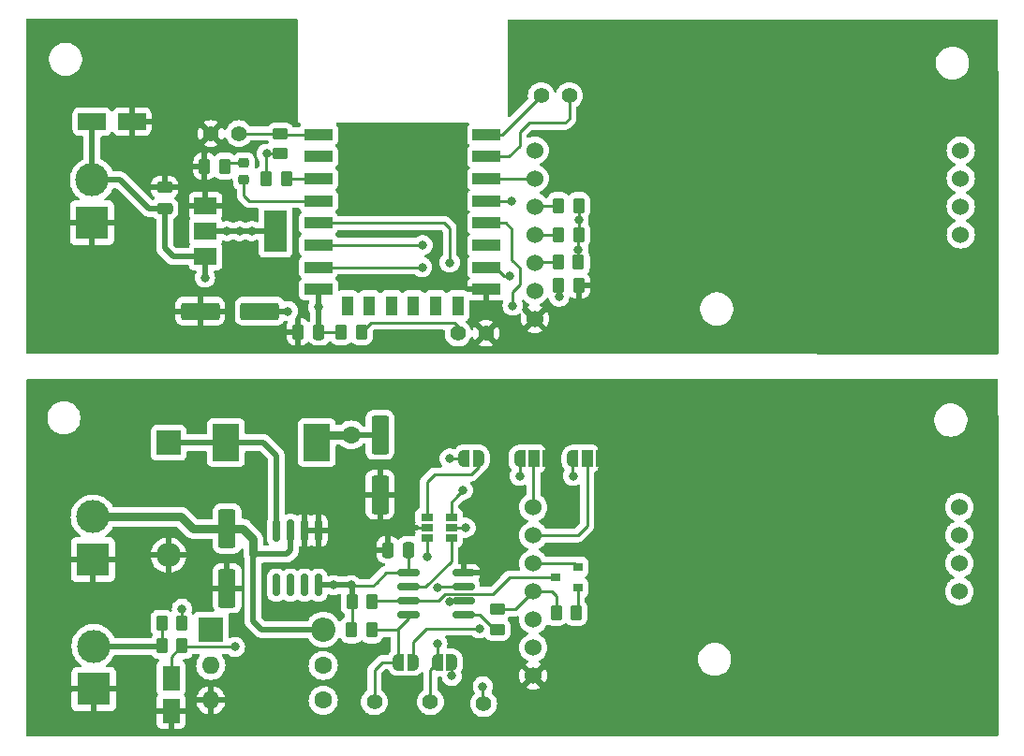
<source format=gbr>
%TF.GenerationSoftware,KiCad,Pcbnew,6.99.0-unknown-492e6548ff~162~ubuntu22.04.1*%
%TF.CreationDate,2022-12-11T13:45:44+01:00*%
%TF.ProjectId,lora_dual,6c6f7261-5f64-4756-916c-2e6b69636164,rev?*%
%TF.SameCoordinates,Original*%
%TF.FileFunction,Copper,L1,Top*%
%TF.FilePolarity,Positive*%
%FSLAX46Y46*%
G04 Gerber Fmt 4.6, Leading zero omitted, Abs format (unit mm)*
G04 Created by KiCad (PCBNEW 6.99.0-unknown-492e6548ff~162~ubuntu22.04.1) date 2022-12-11 13:45:44*
%MOMM*%
%LPD*%
G01*
G04 APERTURE LIST*
G04 Aperture macros list*
%AMRoundRect*
0 Rectangle with rounded corners*
0 $1 Rounding radius*
0 $2 $3 $4 $5 $6 $7 $8 $9 X,Y pos of 4 corners*
0 Add a 4 corners polygon primitive as box body*
4,1,4,$2,$3,$4,$5,$6,$7,$8,$9,$2,$3,0*
0 Add four circle primitives for the rounded corners*
1,1,$1+$1,$2,$3*
1,1,$1+$1,$4,$5*
1,1,$1+$1,$6,$7*
1,1,$1+$1,$8,$9*
0 Add four rect primitives between the rounded corners*
20,1,$1+$1,$2,$3,$4,$5,0*
20,1,$1+$1,$4,$5,$6,$7,0*
20,1,$1+$1,$6,$7,$8,$9,0*
20,1,$1+$1,$8,$9,$2,$3,0*%
%AMFreePoly0*
4,1,19,0.500000,-0.750000,0.000000,-0.750000,0.000000,-0.744911,-0.071157,-0.744911,-0.207708,-0.704816,-0.327430,-0.627875,-0.420627,-0.520320,-0.479746,-0.390866,-0.500000,-0.250000,-0.500000,0.250000,-0.479746,0.390866,-0.420627,0.520320,-0.327430,0.627875,-0.207708,0.704816,-0.071157,0.744911,0.000000,0.744911,0.000000,0.750000,0.500000,0.750000,0.500000,-0.750000,0.500000,-0.750000,
$1*%
%AMFreePoly1*
4,1,19,0.000000,0.744911,0.071157,0.744911,0.207708,0.704816,0.327430,0.627875,0.420627,0.520320,0.479746,0.390866,0.500000,0.250000,0.500000,-0.250000,0.479746,-0.390866,0.420627,-0.520320,0.327430,-0.627875,0.207708,-0.704816,0.071157,-0.744911,0.000000,-0.744911,0.000000,-0.750000,-0.500000,-0.750000,-0.500000,0.750000,0.000000,0.750000,0.000000,0.744911,0.000000,0.744911,
$1*%
%AMFreePoly2*
4,1,19,0.550000,-0.750000,0.000000,-0.750000,0.000000,-0.744911,-0.071157,-0.744911,-0.207708,-0.704816,-0.327430,-0.627875,-0.420627,-0.520320,-0.479746,-0.390866,-0.500000,-0.250000,-0.500000,0.250000,-0.479746,0.390866,-0.420627,0.520320,-0.327430,0.627875,-0.207708,0.704816,-0.071157,0.744911,0.000000,0.744911,0.000000,0.750000,0.550000,0.750000,0.550000,-0.750000,0.550000,-0.750000,
$1*%
%AMFreePoly3*
4,1,19,0.000000,0.744911,0.071157,0.744911,0.207708,0.704816,0.327430,0.627875,0.420627,0.520320,0.479746,0.390866,0.500000,0.250000,0.500000,-0.250000,0.479746,-0.390866,0.420627,-0.520320,0.327430,-0.627875,0.207708,-0.704816,0.071157,-0.744911,0.000000,-0.744911,0.000000,-0.750000,-0.550000,-0.750000,-0.550000,0.750000,0.000000,0.750000,0.000000,0.744911,0.000000,0.744911,
$1*%
G04 Aperture macros list end*
%TA.AperFunction,SMDPad,CuDef*%
%ADD10RoundRect,0.250000X-0.550000X1.500000X-0.550000X-1.500000X0.550000X-1.500000X0.550000X1.500000X0*%
%TD*%
%TA.AperFunction,SMDPad,CuDef*%
%ADD11RoundRect,0.250000X-0.262500X-0.450000X0.262500X-0.450000X0.262500X0.450000X-0.262500X0.450000X0*%
%TD*%
%TA.AperFunction,ComponentPad*%
%ADD12C,1.600000*%
%TD*%
%TA.AperFunction,ComponentPad*%
%ADD13O,1.600000X1.600000*%
%TD*%
%TA.AperFunction,ComponentPad*%
%ADD14C,1.400000*%
%TD*%
%TA.AperFunction,SMDPad,CuDef*%
%ADD15RoundRect,0.150000X-0.825000X-0.150000X0.825000X-0.150000X0.825000X0.150000X-0.825000X0.150000X0*%
%TD*%
%TA.AperFunction,ComponentPad*%
%ADD16C,1.524000*%
%TD*%
%TA.AperFunction,SMDPad,CuDef*%
%ADD17R,2.500000X1.000000*%
%TD*%
%TA.AperFunction,SMDPad,CuDef*%
%ADD18R,1.000000X1.800000*%
%TD*%
%TA.AperFunction,SMDPad,CuDef*%
%ADD19RoundRect,0.250000X-1.050000X-0.550000X1.050000X-0.550000X1.050000X0.550000X-1.050000X0.550000X0*%
%TD*%
%TA.AperFunction,SMDPad,CuDef*%
%ADD20RoundRect,0.250000X0.262500X0.450000X-0.262500X0.450000X-0.262500X-0.450000X0.262500X-0.450000X0*%
%TD*%
%TA.AperFunction,SMDPad,CuDef*%
%ADD21R,2.000000X1.500000*%
%TD*%
%TA.AperFunction,SMDPad,CuDef*%
%ADD22R,2.000000X3.800000*%
%TD*%
%TA.AperFunction,ComponentPad*%
%ADD23R,2.200000X2.200000*%
%TD*%
%TA.AperFunction,ComponentPad*%
%ADD24O,2.200000X2.200000*%
%TD*%
%TA.AperFunction,SMDPad,CuDef*%
%ADD25RoundRect,0.250000X0.250000X0.475000X-0.250000X0.475000X-0.250000X-0.475000X0.250000X-0.475000X0*%
%TD*%
%TA.AperFunction,SMDPad,CuDef*%
%ADD26RoundRect,0.250000X-0.250000X-0.475000X0.250000X-0.475000X0.250000X0.475000X-0.250000X0.475000X0*%
%TD*%
%TA.AperFunction,SMDPad,CuDef*%
%ADD27FreePoly0,0.000000*%
%TD*%
%TA.AperFunction,SMDPad,CuDef*%
%ADD28FreePoly1,0.000000*%
%TD*%
%TA.AperFunction,SMDPad,CuDef*%
%ADD29R,1.060000X0.650000*%
%TD*%
%TA.AperFunction,SMDPad,CuDef*%
%ADD30FreePoly2,0.000000*%
%TD*%
%TA.AperFunction,SMDPad,CuDef*%
%ADD31R,1.000000X1.500000*%
%TD*%
%TA.AperFunction,SMDPad,CuDef*%
%ADD32FreePoly3,0.000000*%
%TD*%
%TA.AperFunction,SMDPad,CuDef*%
%ADD33RoundRect,0.250000X-0.450000X0.262500X-0.450000X-0.262500X0.450000X-0.262500X0.450000X0.262500X0*%
%TD*%
%TA.AperFunction,SMDPad,CuDef*%
%ADD34RoundRect,0.250000X1.500000X0.550000X-1.500000X0.550000X-1.500000X-0.550000X1.500000X-0.550000X0*%
%TD*%
%TA.AperFunction,SMDPad,CuDef*%
%ADD35RoundRect,0.150000X0.150000X-0.825000X0.150000X0.825000X-0.150000X0.825000X-0.150000X-0.825000X0*%
%TD*%
%TA.AperFunction,SMDPad,CuDef*%
%ADD36RoundRect,0.250000X0.450000X-0.262500X0.450000X0.262500X-0.450000X0.262500X-0.450000X-0.262500X0*%
%TD*%
%TA.AperFunction,ComponentPad*%
%ADD37R,3.000000X3.000000*%
%TD*%
%TA.AperFunction,ComponentPad*%
%ADD38C,3.000000*%
%TD*%
%TA.AperFunction,SMDPad,CuDef*%
%ADD39R,0.900000X0.800000*%
%TD*%
%TA.AperFunction,SMDPad,CuDef*%
%ADD40RoundRect,0.250000X-0.475000X0.250000X-0.475000X-0.250000X0.475000X-0.250000X0.475000X0.250000X0*%
%TD*%
%TA.AperFunction,SMDPad,CuDef*%
%ADD41R,2.400000X3.400000*%
%TD*%
%TA.AperFunction,SMDPad,CuDef*%
%ADD42RoundRect,0.218750X-0.256250X0.218750X-0.256250X-0.218750X0.256250X-0.218750X0.256250X0.218750X0*%
%TD*%
%TA.AperFunction,SMDPad,CuDef*%
%ADD43R,1.600000X2.200000*%
%TD*%
%TA.AperFunction,SMDPad,CuDef*%
%ADD44FreePoly0,180.000000*%
%TD*%
%TA.AperFunction,SMDPad,CuDef*%
%ADD45FreePoly1,180.000000*%
%TD*%
%TA.AperFunction,ViaPad*%
%ADD46C,0.800000*%
%TD*%
%TA.AperFunction,ViaPad*%
%ADD47C,1.600000*%
%TD*%
%TA.AperFunction,Conductor*%
%ADD48C,0.250000*%
%TD*%
%TA.AperFunction,Conductor*%
%ADD49C,0.500000*%
%TD*%
%TA.AperFunction,Conductor*%
%ADD50C,0.750000*%
%TD*%
G04 APERTURE END LIST*
D10*
%TO.P,C6,1*%
%TO.N,+5V*%
X167625000Y-132900000D03*
%TO.P,C6,2*%
%TO.N,GND*%
X167625000Y-138300000D03*
%TD*%
D11*
%TO.P,R7,1*%
%TO.N,Net-(R7-Pad1)*%
X183752500Y-114800000D03*
%TO.P,R7,2*%
%TO.N,+3V3*%
X185577500Y-114800000D03*
%TD*%
D12*
%TO.P,R4,1*%
%TO.N,Net-(JP2-Pad1)*%
X162480000Y-156900000D03*
D13*
%TO.P,R4,2*%
%TO.N,GND*%
X152319999Y-156899999D03*
%TD*%
D14*
%TO.P,J3,1,Pin_1*%
%TO.N,Net-(J3-Pad1)*%
X184725000Y-102190000D03*
%TO.P,J3,2,Pin_2*%
%TO.N,Net-(J3-Pad2)*%
X182185000Y-102190000D03*
%TD*%
D12*
%TO.P,R1,1*%
%TO.N,Net-(JP2-Pad1)*%
X162480000Y-153750000D03*
D13*
%TO.P,R1,2*%
%TO.N,Net-(D2-Pad1)*%
X152319999Y-153749999D03*
%TD*%
D15*
%TO.P,U5,1,VDD*%
%TO.N,+5V*%
X170225000Y-145395000D03*
%TO.P,U5,2,GP5*%
%TO.N,/INT*%
X170225000Y-146665000D03*
%TO.P,U5,3,GP4*%
%TO.N,/TXD*%
X170225000Y-147935000D03*
%TO.P,U5,4,GP3*%
%TO.N,/AUX*%
X170225000Y-149205000D03*
%TO.P,U5,5,GP2*%
%TO.N,/RXD*%
X175175000Y-149205000D03*
%TO.P,U5,6,GP1*%
%TO.N,/MODE*%
X175175000Y-147935000D03*
%TO.P,U5,7,GP0*%
%TO.N,/ADC*%
X175175000Y-146665000D03*
%TO.P,U5,8,VSS*%
%TO.N,GND*%
X175175000Y-145395000D03*
%TD*%
D11*
%TO.P,R11,1*%
%TO.N,+3V3*%
X164100000Y-123600000D03*
%TO.P,R11,2*%
%TO.N,Net-(JP1-Pad2)*%
X165925000Y-123600000D03*
%TD*%
%TO.P,R2,1*%
%TO.N,Net-(J2-Pad2)*%
X147887500Y-149925000D03*
%TO.P,R2,2*%
%TO.N,+5V*%
X149712500Y-149925000D03*
%TD*%
%TO.P,R16,1*%
%TO.N,Net-(R13-Pad2)*%
X183525000Y-149000000D03*
%TO.P,R16,2*%
%TO.N,Net-(Q1-Pad1)*%
X185350000Y-149000000D03*
%TD*%
D14*
%TO.P,H4,1,1*%
%TO.N,/ADC*%
X172175000Y-157050000D03*
%TD*%
D16*
%TO.P,U7,1,M0*%
%TO.N,Net-(JP7-Pad2)*%
X181470000Y-139445000D03*
%TO.P,U7,2,M1*%
%TO.N,Net-(JP6-Pad2)*%
X181470000Y-141985000D03*
%TO.P,U7,3,RXD*%
%TO.N,Net-(Q1-Pad2)*%
X181470000Y-144525000D03*
%TO.P,U7,4,TXD*%
%TO.N,Net-(R13-Pad2)*%
X181470000Y-147065000D03*
%TO.P,U7,5,AUX*%
%TO.N,Net-(JP4-Pad2)*%
X181470000Y-149605000D03*
%TO.P,U7,6,VCC*%
%TO.N,+5V*%
X181470000Y-152145000D03*
%TO.P,U7,7,GND*%
%TO.N,GND*%
X181470000Y-154685000D03*
%TO.P,U7,8,Fixing_Hole*%
%TO.N,unconnected-(U7-Pad8)*%
X219975000Y-147059000D03*
%TO.P,U7,9,Fixing_Hole*%
%TO.N,unconnected-(U7-Pad9)*%
X219975000Y-144519000D03*
%TO.P,U7,10,Fixing_Hole*%
%TO.N,unconnected-(U7-Pad10)*%
X219975000Y-141979000D03*
%TO.P,U7,11*%
%TO.N,N/C*%
X219975000Y-139439000D03*
%TD*%
D14*
%TO.P,JP5,1,A*%
%TO.N,Net-(JP5-Pad1)*%
X154860000Y-105630000D03*
%TO.P,JP5,2,B*%
%TO.N,GND*%
X152320000Y-105630000D03*
%TD*%
%TO.P,H3,1,1*%
%TO.N,/AUX*%
X167100000Y-157050000D03*
%TD*%
D16*
%TO.P,U4,1,M0*%
%TO.N,Net-(U4-Pad1)*%
X181590000Y-107150000D03*
%TO.P,U4,2,M1*%
%TO.N,Net-(U4-Pad2)*%
X181590000Y-109690000D03*
%TO.P,U4,3,RXD*%
%TO.N,Net-(R6-Pad1)*%
X181590000Y-112230000D03*
%TO.P,U4,4,TXD*%
%TO.N,Net-(R7-Pad1)*%
X181590000Y-114770000D03*
%TO.P,U4,5,AUX*%
%TO.N,Net-(R8-Pad1)*%
X181590000Y-117310000D03*
%TO.P,U4,6,VCC*%
%TO.N,+5V*%
X181590000Y-119850000D03*
%TO.P,U4,7,GND*%
%TO.N,GND*%
X181590000Y-122390000D03*
%TO.P,U4,8,Fixing_Hole*%
%TO.N,unconnected-(U4-Pad8)*%
X220095000Y-114764000D03*
%TO.P,U4,9,Fixing_Hole*%
%TO.N,unconnected-(U4-Pad9)*%
X220095000Y-112224000D03*
%TO.P,U4,10,Fixing_Hole*%
%TO.N,unconnected-(U4-Pad10)*%
X220095000Y-109684000D03*
%TO.P,U4,11*%
%TO.N,N/C*%
X220095000Y-107144000D03*
%TD*%
D17*
%TO.P,U6,1,~{RST}*%
%TO.N,Net-(JP5-Pad1)*%
X162049999Y-105719999D03*
%TO.P,U6,2,ADC*%
%TO.N,unconnected-(U6-Pad2)*%
X162049999Y-107719999D03*
%TO.P,U6,3,EN*%
%TO.N,Net-(R15-Pad2)*%
X162049999Y-109719999D03*
%TO.P,U6,4,GPIO16*%
%TO.N,Net-(D3-Pad2)*%
X162049999Y-111719999D03*
%TO.P,U6,5,GPIO14*%
%TO.N,Net-(R8-Pad1)*%
X162049999Y-113719999D03*
%TO.P,U6,6,GPIO12*%
%TO.N,Net-(R6-Pad1)*%
X162049999Y-115719999D03*
%TO.P,U6,7,GPIO13*%
%TO.N,Net-(R7-Pad1)*%
X162049999Y-117719999D03*
%TO.P,U6,8,VCC*%
%TO.N,+3V3*%
X162049999Y-119719999D03*
D18*
%TO.P,U6,9,CS0*%
%TO.N,unconnected-(U6-Pad9)*%
X164649999Y-121219999D03*
%TO.P,U6,10,MISO*%
%TO.N,unconnected-(U6-Pad10)*%
X166649999Y-121219999D03*
%TO.P,U6,11,GPIO9*%
%TO.N,unconnected-(U6-Pad11)*%
X168649999Y-121219999D03*
%TO.P,U6,12,GPIO10*%
%TO.N,unconnected-(U6-Pad12)*%
X170649999Y-121219999D03*
%TO.P,U6,13,MOSI*%
%TO.N,unconnected-(U6-Pad13)*%
X172649999Y-121219999D03*
%TO.P,U6,14,SCLK*%
%TO.N,unconnected-(U6-Pad14)*%
X174649999Y-121219999D03*
D17*
%TO.P,U6,15,GND*%
%TO.N,GND*%
X177249999Y-119719999D03*
%TO.P,U6,16,GPIO15*%
%TO.N,Net-(R9-Pad1)*%
X177249999Y-117719999D03*
%TO.P,U6,17,GPIO2*%
%TO.N,unconnected-(U6-Pad17)*%
X177249999Y-115719999D03*
%TO.P,U6,18,GPIO0*%
%TO.N,Net-(JP1-Pad2)*%
X177249999Y-113719999D03*
%TO.P,U6,19,GPIO4*%
%TO.N,Net-(U4-Pad1)*%
X177249999Y-111719999D03*
%TO.P,U6,20,GPIO5*%
%TO.N,Net-(U4-Pad2)*%
X177249999Y-109719999D03*
%TO.P,U6,21,GPIO3/RXD*%
%TO.N,Net-(J3-Pad1)*%
X177249999Y-107719999D03*
%TO.P,U6,22,GPIO1/TXD*%
%TO.N,Net-(J3-Pad2)*%
X177249999Y-105719999D03*
%TD*%
D10*
%TO.P,C2,1*%
%TO.N,Net-(C2-Pad1)*%
X153800000Y-141375000D03*
%TO.P,C2,2*%
%TO.N,GND*%
X153800000Y-146775000D03*
%TD*%
D19*
%TO.P,C3,1*%
%TO.N,+5V*%
X141600000Y-104550000D03*
%TO.P,C3,2*%
%TO.N,GND*%
X145200000Y-104550000D03*
%TD*%
D20*
%TO.P,R3,1*%
%TO.N,Net-(C7-Pad1)*%
X149725000Y-151975000D03*
%TO.P,R3,2*%
%TO.N,Net-(J2-Pad2)*%
X147900000Y-151975000D03*
%TD*%
D21*
%TO.P,U2,1,GND*%
%TO.N,GND*%
X151849999Y-112149999D03*
%TO.P,U2,2,VO*%
%TO.N,+3V3*%
X151849999Y-114449999D03*
D22*
X158149999Y-114449999D03*
D21*
%TO.P,U2,3,VI*%
%TO.N,+5V*%
X151849999Y-116749999D03*
%TD*%
D23*
%TO.P,D2,1,K*%
%TO.N,Net-(D2-Pad1)*%
X152319999Y-150499999D03*
D24*
%TO.P,D2,2,A*%
%TO.N,Net-(C2-Pad1)*%
X162479999Y-150499999D03*
%TD*%
D11*
%TO.P,R8,1*%
%TO.N,Net-(R8-Pad1)*%
X183725000Y-117290000D03*
%TO.P,R8,2*%
%TO.N,+3V3*%
X185550000Y-117290000D03*
%TD*%
D25*
%TO.P,C8,1*%
%TO.N,+5V*%
X170200000Y-143300000D03*
%TO.P,C8,2*%
%TO.N,GND*%
X168300000Y-143300000D03*
%TD*%
D26*
%TO.P,C4,1*%
%TO.N,GND*%
X160200000Y-123580000D03*
%TO.P,C4,2*%
%TO.N,+3V3*%
X162100000Y-123580000D03*
%TD*%
D27*
%TO.P,JP3,1,A*%
%TO.N,/MODE*%
X175200000Y-135025000D03*
D28*
%TO.P,JP3,2,B*%
%TO.N,Net-(JP3-Pad2)*%
X176500000Y-135025000D03*
%TD*%
D20*
%TO.P,R12,1*%
%TO.N,Net-(D3-Pad1)*%
X153592500Y-108580000D03*
%TO.P,R12,2*%
%TO.N,GND*%
X151767500Y-108580000D03*
%TD*%
D29*
%TO.P,U3,1*%
%TO.N,Net-(JP3-Pad2)*%
X171849999Y-140349999D03*
%TO.P,U3,2,GND*%
%TO.N,GND*%
X171849999Y-141299999D03*
%TO.P,U3,3*%
%TO.N,Net-(C7-Pad1)*%
X171849999Y-142249999D03*
%TO.P,U3,4*%
%TO.N,/INT*%
X174049999Y-142249999D03*
%TO.P,U3,5,VCC*%
%TO.N,+5V*%
X174049999Y-141299999D03*
%TO.P,U3,6*%
%TO.N,Net-(JP6-Pad1)*%
X174049999Y-140349999D03*
%TD*%
D30*
%TO.P,JP7,1,A*%
%TO.N,+5V*%
X180225000Y-135050000D03*
D31*
%TO.P,JP7,2,C*%
%TO.N,Net-(JP7-Pad2)*%
X181524999Y-135049999D03*
D32*
%TO.P,JP7,3,B*%
%TO.N,GND*%
X182825000Y-135050000D03*
%TD*%
D27*
%TO.P,JP4,1,A*%
%TO.N,/AUX*%
X169275000Y-153450000D03*
D28*
%TO.P,JP4,2,B*%
%TO.N,Net-(JP4-Pad2)*%
X170575000Y-153450000D03*
%TD*%
D11*
%TO.P,R9,1*%
%TO.N,Net-(R9-Pad1)*%
X183750000Y-119350000D03*
%TO.P,R9,2*%
%TO.N,GND*%
X185575000Y-119350000D03*
%TD*%
D14*
%TO.P,JP1,1,A*%
%TO.N,GND*%
X177200000Y-123700000D03*
%TO.P,JP1,2,B*%
%TO.N,Net-(JP1-Pad2)*%
X174660000Y-123700000D03*
%TD*%
D11*
%TO.P,R15,1*%
%TO.N,+3V3*%
X157315000Y-109720000D03*
%TO.P,R15,2*%
%TO.N,Net-(R15-Pad2)*%
X159140000Y-109720000D03*
%TD*%
D33*
%TO.P,R14,1*%
%TO.N,Net-(JP5-Pad1)*%
X158600000Y-105637500D03*
%TO.P,R14,2*%
%TO.N,+3V3*%
X158600000Y-107462500D03*
%TD*%
D11*
%TO.P,R6,1*%
%TO.N,Net-(R6-Pad1)*%
X183742500Y-112140000D03*
%TO.P,R6,2*%
%TO.N,+3V3*%
X185567500Y-112140000D03*
%TD*%
D34*
%TO.P,C5,1*%
%TO.N,+3V3*%
X156750000Y-121700000D03*
%TO.P,C5,2*%
%TO.N,GND*%
X151350000Y-121700000D03*
%TD*%
D35*
%TO.P,U1,1,NC*%
%TO.N,unconnected-(U1-Pad1)*%
X158245000Y-146500000D03*
%TO.P,U1,2,NC*%
%TO.N,unconnected-(U1-Pad2)*%
X159515000Y-146500000D03*
%TO.P,U1,3,NC*%
%TO.N,unconnected-(U1-Pad3)*%
X160785000Y-146500000D03*
%TO.P,U1,4,FB*%
%TO.N,+5V*%
X162055000Y-146500000D03*
%TO.P,U1,5,~{ON}/OFF*%
%TO.N,GND*%
X162055000Y-141550000D03*
%TO.P,U1,6,GND*%
X160785000Y-141550000D03*
%TO.P,U1,7,VIN*%
%TO.N,Net-(C2-Pad1)*%
X159515000Y-141550000D03*
%TO.P,U1,8,OUT*%
%TO.N,Net-(D1-Pad1)*%
X158245000Y-141550000D03*
%TD*%
D36*
%TO.P,R13,1*%
%TO.N,/RXD*%
X178200000Y-150500000D03*
%TO.P,R13,2*%
%TO.N,Net-(R13-Pad2)*%
X178200000Y-148675000D03*
%TD*%
D37*
%TO.P,J4,1,Pin_1*%
%TO.N,GND*%
X141599999Y-113699999D03*
D38*
%TO.P,J4,2,Pin_2*%
%TO.N,+5V*%
X141600000Y-109820000D03*
%TD*%
D39*
%TO.P,Q1,1,G*%
%TO.N,Net-(Q1-Pad1)*%
X185474999Y-146749999D03*
%TO.P,Q1,2,S*%
%TO.N,Net-(Q1-Pad2)*%
X185474999Y-144849999D03*
%TO.P,Q1,3,D*%
%TO.N,/TXD*%
X183474999Y-145799999D03*
%TD*%
D40*
%TO.P,C1,1*%
%TO.N,GND*%
X148150000Y-110500000D03*
%TO.P,C1,2*%
%TO.N,+5V*%
X148150000Y-112400000D03*
%TD*%
D41*
%TO.P,L1,1,1*%
%TO.N,Net-(D1-Pad1)*%
X153699999Y-133599999D03*
%TO.P,L1,2,2*%
%TO.N,+5V*%
X161899999Y-133599999D03*
%TD*%
D20*
%TO.P,R10,1*%
%TO.N,/TXD*%
X166900000Y-147950000D03*
%TO.P,R10,2*%
%TO.N,+5V*%
X165075000Y-147950000D03*
%TD*%
D14*
%TO.P,H5,1,1*%
%TO.N,/MODE*%
X176975000Y-157225000D03*
%TD*%
D42*
%TO.P,D3,1,K*%
%TO.N,Net-(D3-Pad1)*%
X155300000Y-108262500D03*
%TO.P,D3,2,A*%
%TO.N,Net-(D3-Pad2)*%
X155300000Y-109837500D03*
%TD*%
D20*
%TO.P,R5,1*%
%TO.N,/AUX*%
X166875000Y-150550000D03*
%TO.P,R5,2*%
%TO.N,+5V*%
X165050000Y-150550000D03*
%TD*%
D37*
%TO.P,J2,1,Pin_1*%
%TO.N,GND*%
X141749999Y-155899999D03*
D38*
%TO.P,J2,2,Pin_2*%
%TO.N,Net-(J2-Pad2)*%
X141750000Y-152020000D03*
%TD*%
D30*
%TO.P,JP6,1,A*%
%TO.N,Net-(JP6-Pad1)*%
X185025000Y-135050000D03*
D31*
%TO.P,JP6,2,C*%
%TO.N,Net-(JP6-Pad2)*%
X186324999Y-135049999D03*
D32*
%TO.P,JP6,3,B*%
%TO.N,GND*%
X187625000Y-135050000D03*
%TD*%
D37*
%TO.P,J1,1,Pin_1*%
%TO.N,GND*%
X141674999Y-144182499D03*
D38*
%TO.P,J1,2,Pin_2*%
%TO.N,Net-(C2-Pad1)*%
X141675000Y-140302500D03*
%TD*%
D43*
%TO.P,C7,1*%
%TO.N,Net-(C7-Pad1)*%
X148724999Y-154899999D03*
%TO.P,C7,2*%
%TO.N,GND*%
X148724999Y-157899999D03*
%TD*%
D23*
%TO.P,D1,1,K*%
%TO.N,Net-(D1-Pad1)*%
X148499999Y-133619999D03*
D24*
%TO.P,D1,2,A*%
%TO.N,GND*%
X148499999Y-143779999D03*
%TD*%
D44*
%TO.P,JP2,1,A*%
%TO.N,Net-(JP2-Pad1)*%
X174100000Y-153500000D03*
D45*
%TO.P,JP2,2,B*%
%TO.N,/ADC*%
X172800000Y-153500000D03*
%TD*%
D46*
%TO.N,+5V*%
X163400000Y-146500000D03*
X175350000Y-141300000D03*
X149712500Y-148637500D03*
X180250000Y-136600000D03*
X151800000Y-118650000D03*
X165025000Y-146500000D03*
D47*
X165000000Y-132900000D03*
D46*
%TO.N,+3V3*%
X159300000Y-121700000D03*
X156030000Y-114450000D03*
X154930000Y-114450000D03*
X162050000Y-121350000D03*
X185550000Y-116120000D03*
X157362500Y-107462500D03*
X185567500Y-113457500D03*
X153780000Y-114450000D03*
%TO.N,Net-(C7-Pad1)*%
X154500000Y-152075000D03*
X171850000Y-143950000D03*
%TO.N,/ADC*%
X172825000Y-146725000D03*
X172800000Y-151800000D03*
%TO.N,Net-(JP1-Pad2)*%
X179600000Y-121200000D03*
%TO.N,Net-(JP2-Pad1)*%
X174100000Y-154700000D03*
%TO.N,Net-(JP4-Pad2)*%
X176600000Y-150400000D03*
%TO.N,/MODE*%
X173900000Y-135025000D03*
X176900489Y-155649511D03*
X173915000Y-148024500D03*
%TO.N,Net-(R6-Pad1)*%
X171470000Y-115720000D03*
%TO.N,Net-(R7-Pad1)*%
X171420000Y-117720000D03*
%TO.N,Net-(R8-Pad1)*%
X173910000Y-117300000D03*
%TO.N,Net-(R9-Pad1)*%
X183800000Y-120400000D03*
X179300000Y-118550000D03*
%TO.N,Net-(U4-Pad1)*%
X179530000Y-111730000D03*
%TO.N,Net-(JP6-Pad1)*%
X185050000Y-136600000D03*
X175100000Y-137900000D03*
%TD*%
D48*
%TO.N,GND*%
X171850000Y-141300000D02*
X170950000Y-141300000D01*
%TO.N,+5V*%
X149712500Y-149925000D02*
X149712500Y-148637500D01*
X180225000Y-136575000D02*
X180250000Y-136600000D01*
X168505000Y-145395000D02*
X168155000Y-145395000D01*
D49*
X146700000Y-112400000D02*
X144120000Y-109820000D01*
X148900000Y-116750000D02*
X148150000Y-116000000D01*
D48*
X170200000Y-145370000D02*
X170225000Y-145395000D01*
X165075000Y-146550000D02*
X165025000Y-146500000D01*
X165075000Y-147950000D02*
X165075000Y-150525000D01*
D50*
X165000000Y-132900000D02*
X162600000Y-132900000D01*
D49*
X151850000Y-116750000D02*
X148900000Y-116750000D01*
D48*
X151800000Y-117120000D02*
X151850000Y-117070000D01*
D49*
X151850000Y-116750000D02*
X151850000Y-118600000D01*
D48*
X167000000Y-146550000D02*
X165075000Y-146550000D01*
D49*
X141600000Y-104550000D02*
X141600000Y-109820000D01*
D48*
X165075000Y-150525000D02*
X165050000Y-150550000D01*
D49*
X165025000Y-146500000D02*
X163400000Y-146500000D01*
D48*
X167625000Y-134250000D02*
X167575000Y-134300000D01*
X168155000Y-145395000D02*
X167300000Y-146250000D01*
D49*
X144120000Y-109820000D02*
X141600000Y-109820000D01*
D48*
X170225000Y-145395000D02*
X168505000Y-145395000D01*
X174050000Y-141300000D02*
X175350000Y-141300000D01*
D49*
X148150000Y-112400000D02*
X146700000Y-112400000D01*
X163400000Y-146500000D02*
X162055000Y-146500000D01*
X148150000Y-116000000D02*
X148150000Y-112400000D01*
X161900000Y-133600000D02*
X162600000Y-132900000D01*
D48*
X167300000Y-146250000D02*
X167000000Y-146550000D01*
X170200000Y-143300000D02*
X170200000Y-145370000D01*
D49*
X151850000Y-118600000D02*
X151800000Y-118650000D01*
X165075000Y-147950000D02*
X165075000Y-146550000D01*
D48*
X180225000Y-135050000D02*
X180225000Y-136575000D01*
D49*
X167625000Y-132900000D02*
X165000000Y-132900000D01*
D50*
%TO.N,Net-(C2-Pad1)*%
X156150000Y-143700000D02*
X156150000Y-142300000D01*
D49*
X156900000Y-150500000D02*
X156150000Y-149750000D01*
D50*
X149602500Y-140302500D02*
X150700000Y-141400000D01*
D49*
X159150000Y-143700000D02*
X159515000Y-143335000D01*
X156150000Y-143700000D02*
X159150000Y-143700000D01*
D50*
X155225000Y-141375000D02*
X153800000Y-141375000D01*
X141675000Y-140302500D02*
X149602500Y-140302500D01*
D49*
X162480000Y-150500000D02*
X156900000Y-150500000D01*
X159515000Y-143335000D02*
X159515000Y-141550000D01*
X156150000Y-149750000D02*
X156150000Y-143700000D01*
D50*
X156150000Y-142300000D02*
X155225000Y-141375000D01*
X150700000Y-141400000D02*
X153775000Y-141400000D01*
X153775000Y-141400000D02*
X153800000Y-141375000D01*
D48*
X153875000Y-141800000D02*
X153800000Y-141875000D01*
D49*
%TO.N,+3V3*%
X158150000Y-114450000D02*
X156030000Y-114450000D01*
D48*
X164100000Y-123600000D02*
X162120000Y-123600000D01*
X185567500Y-113457500D02*
X185567500Y-114790000D01*
X185567500Y-114790000D02*
X185577500Y-114800000D01*
D49*
X153780000Y-114450000D02*
X151850000Y-114450000D01*
X156030000Y-114450000D02*
X154930000Y-114450000D01*
D48*
X162255000Y-123580000D02*
X162315000Y-123520000D01*
X185550000Y-116120000D02*
X185550000Y-115254381D01*
D49*
X153780000Y-114450000D02*
X154930000Y-114450000D01*
D48*
X162120000Y-123600000D02*
X162100000Y-123580000D01*
D49*
X159300000Y-121700000D02*
X156750000Y-121700000D01*
D48*
X157315000Y-109720000D02*
X157315000Y-107510000D01*
X185567500Y-112140000D02*
X185567500Y-113457500D01*
X158600000Y-107462500D02*
X157362500Y-107462500D01*
X157315000Y-107510000D02*
X157362500Y-107462500D01*
X162050000Y-123255000D02*
X162315000Y-123520000D01*
X185550000Y-117290000D02*
X185550000Y-116120000D01*
D49*
X162050000Y-121350000D02*
X162050000Y-123255000D01*
X162050000Y-119720000D02*
X162050000Y-121350000D01*
D48*
%TO.N,Net-(C7-Pad1)*%
X149825000Y-152075000D02*
X149725000Y-151975000D01*
X148725000Y-152975000D02*
X149725000Y-151975000D01*
X154500000Y-152075000D02*
X149825000Y-152075000D01*
X171850000Y-142250000D02*
X171850000Y-143950000D01*
X148725000Y-154600000D02*
X148725000Y-152975000D01*
D49*
%TO.N,Net-(D1-Pad1)*%
X153700000Y-133600000D02*
X148520000Y-133600000D01*
X148520000Y-133600000D02*
X148500000Y-133620000D01*
X158245000Y-134745000D02*
X158245000Y-141550000D01*
X157100000Y-133600000D02*
X158245000Y-134745000D01*
X153700000Y-133600000D02*
X157100000Y-133600000D01*
D48*
X148875000Y-134300000D02*
X148850000Y-134275000D01*
%TO.N,Net-(D3-Pad1)*%
X153910000Y-108262500D02*
X153592500Y-108580000D01*
X155300000Y-108262500D02*
X153910000Y-108262500D01*
%TO.N,Net-(D3-Pad2)*%
X155300000Y-111210000D02*
X155810000Y-111720000D01*
X155810000Y-111720000D02*
X162050000Y-111720000D01*
X155300000Y-109837500D02*
X155300000Y-111210000D01*
%TO.N,/AUX*%
X169195000Y-150550000D02*
X169250000Y-150495000D01*
X169250000Y-153425000D02*
X169275000Y-153450000D01*
X170225000Y-149520000D02*
X169195000Y-150550000D01*
X167850000Y-153450000D02*
X167100000Y-154200000D01*
X166875000Y-150550000D02*
X169195000Y-150550000D01*
X170225000Y-149205000D02*
X170225000Y-149520000D01*
X167100000Y-154200000D02*
X167100000Y-157050000D01*
X169250000Y-150495000D02*
X169250000Y-153425000D01*
X169275000Y-153450000D02*
X167850000Y-153450000D01*
%TO.N,/ADC*%
X172825000Y-146700000D02*
X172825000Y-146725000D01*
X172800000Y-153500000D02*
X172175000Y-154125000D01*
X175175000Y-146665000D02*
X172885000Y-146665000D01*
X172800000Y-151800000D02*
X172800000Y-153500000D01*
X172885000Y-146665000D02*
X172825000Y-146725000D01*
X172175000Y-154125000D02*
X172175000Y-157050000D01*
%TO.N,Net-(J2-Pad2)*%
X147775000Y-151900000D02*
X147750000Y-151925000D01*
X147655000Y-152020000D02*
X147750000Y-151925000D01*
X147887500Y-149925000D02*
X147887500Y-151962500D01*
X147887500Y-151962500D02*
X147900000Y-151975000D01*
D49*
X141750000Y-152020000D02*
X147655000Y-152020000D01*
D48*
%TO.N,Net-(J3-Pad1)*%
X180220000Y-106770000D02*
X179270000Y-107720000D01*
X184725000Y-104275000D02*
X184360000Y-104640000D01*
X179270000Y-107720000D02*
X177250000Y-107720000D01*
X180220000Y-105500000D02*
X180220000Y-106770000D01*
X184725000Y-102190000D02*
X184725000Y-104275000D01*
X181080000Y-104640000D02*
X180220000Y-105500000D01*
X184360000Y-104640000D02*
X181080000Y-104640000D01*
%TO.N,Net-(J3-Pad2)*%
X177250000Y-105720000D02*
X178655000Y-105720000D01*
X178655000Y-105720000D02*
X182185000Y-102190000D01*
%TO.N,Net-(JP1-Pad2)*%
X179724501Y-121175499D02*
X179600000Y-121300000D01*
X177250000Y-113720000D02*
X178970000Y-113720000D01*
X179600000Y-121200000D02*
X179600000Y-119950000D01*
X179600000Y-119950000D02*
X180250000Y-119300000D01*
X180250000Y-117800000D02*
X179500000Y-117050000D01*
X174350000Y-122750000D02*
X166775000Y-122750000D01*
X178970000Y-113720000D02*
X179500000Y-114250000D01*
X174660000Y-123060000D02*
X174350000Y-122750000D01*
X166775000Y-122750000D02*
X165925000Y-123600000D01*
X179500000Y-114250000D02*
X179500000Y-117050000D01*
X174660000Y-123700000D02*
X174660000Y-123060000D01*
X180250000Y-119300000D02*
X180250000Y-117800000D01*
%TO.N,Net-(JP2-Pad1)*%
X174100000Y-154700000D02*
X174100000Y-153500000D01*
X174050000Y-153450000D02*
X174100000Y-153500000D01*
%TO.N,Net-(JP3-Pad2)*%
X176500000Y-135025000D02*
X176500000Y-135800000D01*
X171850000Y-140350000D02*
X171850000Y-138150000D01*
X176525000Y-135050000D02*
X176500000Y-135025000D01*
X175825000Y-136475000D02*
X172525000Y-136475000D01*
X172525000Y-136475000D02*
X171850000Y-137150000D01*
X176500000Y-135800000D02*
X175825000Y-136475000D01*
X171850000Y-137150000D02*
X171850000Y-138150000D01*
X176525000Y-135000000D02*
X176500000Y-135025000D01*
%TO.N,Net-(JP4-Pad2)*%
X170575000Y-151625000D02*
X170575000Y-153450000D01*
X176600000Y-150400000D02*
X171800000Y-150400000D01*
X171800000Y-150400000D02*
X170575000Y-151625000D01*
%TO.N,Net-(JP5-Pad1)*%
X162050000Y-105720000D02*
X158682500Y-105720000D01*
X158682500Y-105720000D02*
X158600000Y-105637500D01*
X158600000Y-105637500D02*
X158592500Y-105630000D01*
X158592500Y-105630000D02*
X154860000Y-105630000D01*
%TO.N,/MODE*%
X176900489Y-157150489D02*
X176900489Y-155649511D01*
X174004500Y-147935000D02*
X173915000Y-148024500D01*
X173900000Y-135025000D02*
X175200000Y-135025000D01*
X175175000Y-147935000D02*
X174004500Y-147935000D01*
%TO.N,Net-(JP7-Pad2)*%
X181525000Y-139390000D02*
X181470000Y-139445000D01*
X181470000Y-134995000D02*
X181525000Y-135050000D01*
X181470000Y-139445000D02*
X181470000Y-135105000D01*
X181470000Y-135105000D02*
X181525000Y-135050000D01*
%TO.N,Net-(Q1-Pad1)*%
X185512500Y-146712500D02*
X185475000Y-146750000D01*
X185475000Y-148875000D02*
X185350000Y-149000000D01*
X185475000Y-146750000D02*
X185475000Y-148875000D01*
%TO.N,/TXD*%
X166915000Y-147935000D02*
X166900000Y-147950000D01*
X170225000Y-147935000D02*
X172865000Y-147935000D01*
X166905000Y-147955000D02*
X166900000Y-147950000D01*
X183475000Y-145800000D02*
X179325000Y-145800000D01*
X179325000Y-145800000D02*
X178937500Y-146187500D01*
X173500000Y-147300000D02*
X177825000Y-147300000D01*
X170125000Y-147935000D02*
X166915000Y-147935000D01*
X177825000Y-147300000D02*
X178937500Y-146187500D01*
X172865000Y-147935000D02*
X173500000Y-147300000D01*
%TO.N,Net-(Q1-Pad2)*%
X185512500Y-144887500D02*
X185475000Y-144850000D01*
X181470000Y-144525000D02*
X185150000Y-144525000D01*
X185150000Y-144525000D02*
X185475000Y-144850000D01*
%TO.N,Net-(R6-Pad1)*%
X183742500Y-112140000D02*
X181680000Y-112140000D01*
X162050000Y-115720000D02*
X171470000Y-115720000D01*
X181680000Y-112140000D02*
X181590000Y-112230000D01*
%TO.N,Net-(R7-Pad1)*%
X181620000Y-114800000D02*
X181590000Y-114770000D01*
X162050000Y-117720000D02*
X171420000Y-117720000D01*
X183752500Y-114800000D02*
X181620000Y-114800000D01*
%TO.N,Net-(R8-Pad1)*%
X181610000Y-117290000D02*
X181590000Y-117310000D01*
X173910000Y-117300000D02*
X173910000Y-114200000D01*
X183725000Y-117290000D02*
X181610000Y-117290000D01*
X173430000Y-113720000D02*
X162050000Y-113720000D01*
X173910000Y-114200000D02*
X173430000Y-113720000D01*
%TO.N,Net-(R9-Pad1)*%
X178020000Y-117720000D02*
X177250000Y-117720000D01*
X183800000Y-119400000D02*
X183750000Y-119350000D01*
X178850000Y-118550000D02*
X178020000Y-117720000D01*
X179300000Y-118550000D02*
X178850000Y-118550000D01*
X183800000Y-120400000D02*
X183800000Y-119400000D01*
%TO.N,/RXD*%
X177950000Y-150500000D02*
X176655000Y-149205000D01*
X178200000Y-150500000D02*
X177950000Y-150500000D01*
X176655000Y-149205000D02*
X175175000Y-149205000D01*
%TO.N,Net-(R15-Pad2)*%
X162050000Y-109720000D02*
X159140000Y-109720000D01*
%TO.N,/INT*%
X174050000Y-144350000D02*
X174050000Y-142250000D01*
X171735000Y-146665000D02*
X174050000Y-144350000D01*
X170225000Y-146665000D02*
X171735000Y-146665000D01*
%TO.N,Net-(U4-Pad1)*%
X179530000Y-111730000D02*
X177260000Y-111730000D01*
X177260000Y-111730000D02*
X177250000Y-111720000D01*
%TO.N,Net-(U4-Pad2)*%
X177280000Y-109690000D02*
X177250000Y-109720000D01*
X181590000Y-109690000D02*
X177280000Y-109690000D01*
%TO.N,Net-(R13-Pad2)*%
X181470000Y-147065000D02*
X180092500Y-148442500D01*
X183525000Y-149000000D02*
X183525000Y-147475000D01*
X178200000Y-148675000D02*
X179860000Y-148675000D01*
X183115000Y-147065000D02*
X181470000Y-147065000D01*
X179860000Y-148675000D02*
X180092500Y-148442500D01*
X183525000Y-147475000D02*
X183115000Y-147065000D01*
%TO.N,Net-(JP6-Pad1)*%
X185025000Y-135050000D02*
X185025000Y-136575000D01*
X175100000Y-137900000D02*
X175100000Y-137950000D01*
X174050000Y-139000000D02*
X174050000Y-140350000D01*
X175100000Y-137950000D02*
X174625000Y-138425000D01*
X185025000Y-136575000D02*
X185050000Y-136600000D01*
X174625000Y-138425000D02*
X174050000Y-139000000D01*
%TO.N,Net-(JP6-Pad2)*%
X185490000Y-141985000D02*
X181470000Y-141985000D01*
X186325000Y-135050000D02*
X186325000Y-141150000D01*
X186325000Y-141150000D02*
X185490000Y-141985000D01*
%TD*%
%TA.AperFunction,Conductor*%
%TO.N,GND*%
G36*
X160137337Y-95267336D02*
G01*
X160183444Y-95313346D01*
X160200413Y-95376232D01*
X160220000Y-104650423D01*
X160340678Y-104650420D01*
X160397878Y-104664151D01*
X160442612Y-104702353D01*
X160465127Y-104756700D01*
X160460517Y-104815346D01*
X160435653Y-104855926D01*
X160436739Y-104856739D01*
X160354513Y-104966579D01*
X160354511Y-104966581D01*
X160349111Y-104973796D01*
X160345963Y-104982236D01*
X160345961Y-104982240D01*
X160345427Y-104983672D01*
X160337646Y-105004533D01*
X160310783Y-105047449D01*
X160269192Y-105076327D01*
X160219592Y-105086500D01*
X159833556Y-105086500D01*
X159772149Y-105070524D01*
X159726315Y-105026647D01*
X159724338Y-105023442D01*
X159649030Y-104901348D01*
X159523652Y-104775970D01*
X159512532Y-104769111D01*
X159378981Y-104686735D01*
X159378976Y-104686732D01*
X159372738Y-104682885D01*
X159365776Y-104680578D01*
X159365774Y-104680577D01*
X159210951Y-104629275D01*
X159210949Y-104629274D01*
X159204426Y-104627113D01*
X159197589Y-104626414D01*
X159197587Y-104626414D01*
X159103729Y-104616825D01*
X159103723Y-104616824D01*
X159100545Y-104616500D01*
X159097339Y-104616500D01*
X158102661Y-104616500D01*
X158102641Y-104616500D01*
X158099456Y-104616501D01*
X158096279Y-104616825D01*
X158096270Y-104616826D01*
X158002411Y-104626414D01*
X158002405Y-104626415D01*
X157995574Y-104627113D01*
X157989058Y-104629271D01*
X157989049Y-104629274D01*
X157834225Y-104680577D01*
X157834219Y-104680579D01*
X157827262Y-104682885D01*
X157821026Y-104686730D01*
X157821018Y-104686735D01*
X157682595Y-104772116D01*
X157682590Y-104772119D01*
X157676348Y-104775970D01*
X157671158Y-104781159D01*
X157671154Y-104781163D01*
X157556163Y-104896154D01*
X157556159Y-104896158D01*
X157550970Y-104901348D01*
X157547118Y-104907592D01*
X157547114Y-104907598D01*
X157529196Y-104936648D01*
X157483362Y-104980524D01*
X157421956Y-104996500D01*
X155957315Y-104996500D01*
X155899135Y-104982263D01*
X155854102Y-104942770D01*
X155792460Y-104854735D01*
X155792457Y-104854732D01*
X155789301Y-104850224D01*
X155639776Y-104700699D01*
X155635268Y-104697543D01*
X155635264Y-104697539D01*
X155471063Y-104582565D01*
X155471059Y-104582563D01*
X155466558Y-104579411D01*
X155461579Y-104577089D01*
X155461577Y-104577088D01*
X155279892Y-104492367D01*
X155279890Y-104492366D01*
X155274910Y-104490044D01*
X155269601Y-104488621D01*
X155269600Y-104488621D01*
X155107983Y-104445316D01*
X155070655Y-104435314D01*
X155065179Y-104434834D01*
X155065174Y-104434834D01*
X154865475Y-104417363D01*
X154860000Y-104416884D01*
X154854525Y-104417363D01*
X154654825Y-104434834D01*
X154654818Y-104434835D01*
X154649345Y-104435314D01*
X154644031Y-104436737D01*
X154644030Y-104436738D01*
X154450399Y-104488621D01*
X154450394Y-104488622D01*
X154445090Y-104490044D01*
X154440112Y-104492364D01*
X154440107Y-104492367D01*
X154258422Y-104577088D01*
X154258414Y-104577092D01*
X154253442Y-104579411D01*
X154248945Y-104582559D01*
X154248936Y-104582565D01*
X154084735Y-104697539D01*
X154084725Y-104697547D01*
X154080224Y-104700699D01*
X154076334Y-104704588D01*
X154076328Y-104704594D01*
X153934594Y-104846328D01*
X153934588Y-104846334D01*
X153930699Y-104850224D01*
X153927547Y-104854725D01*
X153927539Y-104854735D01*
X153812565Y-105018936D01*
X153812559Y-105018945D01*
X153809411Y-105023442D01*
X153807092Y-105028414D01*
X153807088Y-105028422D01*
X153722367Y-105210107D01*
X153722364Y-105210112D01*
X153720044Y-105215090D01*
X153718622Y-105220393D01*
X153718618Y-105220407D01*
X153711447Y-105247171D01*
X153678836Y-105303655D01*
X153622352Y-105336266D01*
X153557130Y-105336266D01*
X153500645Y-105303654D01*
X153468034Y-105247170D01*
X153460907Y-105220573D01*
X153457159Y-105210276D01*
X153372480Y-105028679D01*
X153366999Y-105019186D01*
X153343211Y-104985214D01*
X153334969Y-104977662D01*
X153325539Y-104983669D01*
X152690938Y-105618271D01*
X152684167Y-105629999D01*
X152690939Y-105641729D01*
X153325536Y-106276326D01*
X153334969Y-106282336D01*
X153343211Y-106274784D01*
X153367002Y-106240808D01*
X153372479Y-106231323D01*
X153457159Y-106049723D01*
X153460908Y-106039423D01*
X153468034Y-106012830D01*
X153500645Y-105956345D01*
X153557129Y-105923733D01*
X153622352Y-105923733D01*
X153678836Y-105956345D01*
X153711448Y-106012829D01*
X153718597Y-106039512D01*
X153720044Y-106044910D01*
X153722366Y-106049890D01*
X153722367Y-106049892D01*
X153806966Y-106231316D01*
X153809411Y-106236558D01*
X153812563Y-106241059D01*
X153812565Y-106241063D01*
X153927539Y-106405264D01*
X153927543Y-106405268D01*
X153930699Y-106409776D01*
X154080224Y-106559301D01*
X154084732Y-106562457D01*
X154084735Y-106562460D01*
X154248315Y-106676999D01*
X154253442Y-106680589D01*
X154445090Y-106769956D01*
X154649345Y-106824686D01*
X154860000Y-106843116D01*
X155070655Y-106824686D01*
X155274910Y-106769956D01*
X155466558Y-106680589D01*
X155639776Y-106559301D01*
X155789301Y-106409776D01*
X155854102Y-106317229D01*
X155899135Y-106277737D01*
X155957315Y-106263500D01*
X157412704Y-106263500D01*
X157474110Y-106279476D01*
X157519945Y-106323353D01*
X157543692Y-106361853D01*
X157562421Y-106425252D01*
X157546475Y-106489406D01*
X157500243Y-106536658D01*
X157436451Y-106554000D01*
X157267013Y-106554000D01*
X157260560Y-106555371D01*
X157260556Y-106555372D01*
X157086668Y-106592333D01*
X157086661Y-106592335D01*
X157080212Y-106593706D01*
X157074182Y-106596390D01*
X157074181Y-106596391D01*
X156911778Y-106668697D01*
X156911775Y-106668698D01*
X156905748Y-106671382D01*
X156900407Y-106675262D01*
X156900406Y-106675263D01*
X156756591Y-106779750D01*
X156756583Y-106779756D01*
X156751247Y-106783634D01*
X156746830Y-106788539D01*
X156746825Y-106788544D01*
X156630963Y-106917223D01*
X156623460Y-106925556D01*
X156620161Y-106931269D01*
X156620158Y-106931274D01*
X156554167Y-107045574D01*
X156527973Y-107090944D01*
X156525934Y-107097218D01*
X156525930Y-107097228D01*
X156470997Y-107266294D01*
X156470995Y-107266301D01*
X156468958Y-107272572D01*
X156468268Y-107279133D01*
X156468268Y-107279135D01*
X156457445Y-107382113D01*
X156448996Y-107462500D01*
X156449686Y-107469065D01*
X156463012Y-107595860D01*
X156468958Y-107652428D01*
X156470995Y-107658700D01*
X156470997Y-107658705D01*
X156525930Y-107827771D01*
X156525933Y-107827778D01*
X156527973Y-107834056D01*
X156623460Y-107999444D01*
X156649138Y-108027962D01*
X156673131Y-108067116D01*
X156681500Y-108112270D01*
X156681500Y-108537330D01*
X156665524Y-108598736D01*
X156621647Y-108644570D01*
X156585101Y-108667111D01*
X156585089Y-108667120D01*
X156578848Y-108670970D01*
X156573659Y-108676158D01*
X156573659Y-108676159D01*
X156477191Y-108772627D01*
X156419288Y-108805609D01*
X156352660Y-108804445D01*
X156295944Y-108769461D01*
X156265003Y-108710442D01*
X156268492Y-108643895D01*
X156273324Y-108629314D01*
X156283500Y-108529711D01*
X156283499Y-107995290D01*
X156273324Y-107895686D01*
X156219849Y-107734308D01*
X156130600Y-107589613D01*
X156010387Y-107469400D01*
X155999200Y-107462500D01*
X155955551Y-107435577D01*
X155865692Y-107380151D01*
X155858733Y-107377845D01*
X155858731Y-107377844D01*
X155710836Y-107328837D01*
X155710834Y-107328836D01*
X155704314Y-107326676D01*
X155697483Y-107325978D01*
X155697478Y-107325977D01*
X155607895Y-107316825D01*
X155607889Y-107316824D01*
X155604711Y-107316500D01*
X155601505Y-107316500D01*
X154998495Y-107316500D01*
X154998475Y-107316500D01*
X154995290Y-107316501D01*
X154992113Y-107316825D01*
X154992104Y-107316826D01*
X154902529Y-107325976D01*
X154902520Y-107325977D01*
X154895686Y-107326676D01*
X154889162Y-107328837D01*
X154889156Y-107328839D01*
X154741268Y-107377844D01*
X154741262Y-107377846D01*
X154734308Y-107380151D01*
X154728066Y-107384000D01*
X154728066Y-107384001D01*
X154595860Y-107465546D01*
X154595855Y-107465549D01*
X154589613Y-107469400D01*
X154584424Y-107474588D01*
X154584424Y-107474589D01*
X154517442Y-107541571D01*
X154460958Y-107574182D01*
X154395736Y-107574182D01*
X154339252Y-107541570D01*
X154333845Y-107536163D01*
X154328652Y-107530970D01*
X154322404Y-107527116D01*
X154183981Y-107441735D01*
X154183976Y-107441732D01*
X154177738Y-107437885D01*
X154170776Y-107435578D01*
X154170774Y-107435577D01*
X154015951Y-107384275D01*
X154015949Y-107384274D01*
X154009426Y-107382113D01*
X154002589Y-107381414D01*
X154002587Y-107381414D01*
X153908729Y-107371825D01*
X153908723Y-107371824D01*
X153905545Y-107371500D01*
X153902339Y-107371500D01*
X153282661Y-107371500D01*
X153282641Y-107371500D01*
X153279456Y-107371501D01*
X153276279Y-107371825D01*
X153276270Y-107371826D01*
X153182411Y-107381414D01*
X153182405Y-107381415D01*
X153175574Y-107382113D01*
X153169058Y-107384271D01*
X153169049Y-107384274D01*
X153014225Y-107435577D01*
X153014219Y-107435579D01*
X153007262Y-107437885D01*
X153001026Y-107441730D01*
X153001018Y-107441735D01*
X152862595Y-107527116D01*
X152862590Y-107527119D01*
X152856348Y-107530970D01*
X152851158Y-107536159D01*
X152851154Y-107536163D01*
X152768741Y-107618577D01*
X152712257Y-107651189D01*
X152647035Y-107651189D01*
X152590551Y-107618577D01*
X152508532Y-107536558D01*
X152497091Y-107527511D01*
X152358767Y-107442192D01*
X152345564Y-107436035D01*
X152190846Y-107384767D01*
X152177488Y-107381907D01*
X152083692Y-107372325D01*
X152077303Y-107372000D01*
X152038090Y-107372000D01*
X152025006Y-107375506D01*
X152021500Y-107388590D01*
X152021500Y-109771410D01*
X152025006Y-109784493D01*
X152038090Y-109788000D01*
X152077303Y-109788000D01*
X152083692Y-109787674D01*
X152177488Y-109778092D01*
X152190846Y-109775232D01*
X152345564Y-109723964D01*
X152358767Y-109717807D01*
X152497091Y-109632488D01*
X152508532Y-109623441D01*
X152590551Y-109541423D01*
X152647035Y-109508811D01*
X152712257Y-109508811D01*
X152768741Y-109541423D01*
X152856348Y-109629030D01*
X152886310Y-109647511D01*
X153001018Y-109718264D01*
X153001020Y-109718265D01*
X153007262Y-109722115D01*
X153175574Y-109777887D01*
X153279455Y-109788500D01*
X153905544Y-109788499D01*
X154009426Y-109777887D01*
X154150871Y-109731017D01*
X154209667Y-109726089D01*
X154264264Y-109748472D01*
X154302683Y-109793257D01*
X154316500Y-109850623D01*
X154316500Y-110101504D01*
X154316500Y-110101523D01*
X154316501Y-110104710D01*
X154316825Y-110107887D01*
X154316826Y-110107895D01*
X154325976Y-110197470D01*
X154325977Y-110197477D01*
X154326676Y-110204314D01*
X154328838Y-110210838D01*
X154328839Y-110210843D01*
X154376111Y-110353500D01*
X154380151Y-110365692D01*
X154404685Y-110405467D01*
X154465545Y-110504138D01*
X154469400Y-110510387D01*
X154589613Y-110630600D01*
X154606648Y-110641107D01*
X154650524Y-110686940D01*
X154666500Y-110748347D01*
X154666500Y-111131233D01*
X154665972Y-111142416D01*
X154664298Y-111149909D01*
X154664547Y-111157833D01*
X154664547Y-111157835D01*
X154666438Y-111217986D01*
X154666500Y-111221945D01*
X154666500Y-111249856D01*
X154666995Y-111253774D01*
X154666997Y-111253806D01*
X154667008Y-111253888D01*
X154667937Y-111265697D01*
X154669077Y-111301969D01*
X154669078Y-111301976D01*
X154669327Y-111309889D01*
X154671537Y-111317498D01*
X154671538Y-111317500D01*
X154674978Y-111329342D01*
X154678986Y-111348693D01*
X154679257Y-111350841D01*
X154681526Y-111368797D01*
X154684444Y-111376169D01*
X154684445Y-111376170D01*
X154697800Y-111409901D01*
X154701645Y-111421130D01*
X154711771Y-111455986D01*
X154711773Y-111455992D01*
X154713982Y-111463593D01*
X154718014Y-111470411D01*
X154718015Y-111470413D01*
X154724293Y-111481029D01*
X154732990Y-111498782D01*
X154735284Y-111504577D01*
X154740448Y-111517617D01*
X154745107Y-111524030D01*
X154745108Y-111524031D01*
X154766432Y-111553381D01*
X154772948Y-111563301D01*
X154789514Y-111591311D01*
X154795458Y-111601362D01*
X154801062Y-111606966D01*
X154801063Y-111606967D01*
X154809778Y-111615682D01*
X154822618Y-111630715D01*
X154834528Y-111647107D01*
X154840635Y-111652159D01*
X154840636Y-111652160D01*
X154868592Y-111675287D01*
X154877373Y-111683277D01*
X155306351Y-112112256D01*
X155313886Y-112120537D01*
X155318000Y-112127018D01*
X155323778Y-112132444D01*
X155323779Y-112132445D01*
X155367651Y-112173643D01*
X155370493Y-112176398D01*
X155390230Y-112196135D01*
X155393360Y-112198563D01*
X155393432Y-112198619D01*
X155402440Y-112206313D01*
X155434679Y-112236586D01*
X155441627Y-112240405D01*
X155441629Y-112240407D01*
X155452426Y-112246343D01*
X155468950Y-112257197D01*
X155478694Y-112264755D01*
X155478697Y-112264757D01*
X155484959Y-112269614D01*
X155492232Y-112272761D01*
X155525535Y-112287172D01*
X155536200Y-112292397D01*
X155574940Y-112313695D01*
X155594560Y-112318732D01*
X155613252Y-112325130D01*
X155631855Y-112333181D01*
X155675525Y-112340097D01*
X155687125Y-112342498D01*
X155729970Y-112353500D01*
X155750224Y-112353500D01*
X155769934Y-112355050D01*
X155789943Y-112358220D01*
X155833961Y-112354058D01*
X155845819Y-112353500D01*
X156517124Y-112353500D01*
X156583977Y-112372698D01*
X156630458Y-112424441D01*
X156642403Y-112492962D01*
X156641500Y-112501362D01*
X156641500Y-112504731D01*
X156641500Y-113533757D01*
X156626231Y-113593879D01*
X156584125Y-113639429D01*
X156525386Y-113659369D01*
X156464251Y-113648864D01*
X156446283Y-113640864D01*
X156312288Y-113581206D01*
X156305835Y-113579834D01*
X156305831Y-113579833D01*
X156131943Y-113542872D01*
X156131940Y-113542871D01*
X156125487Y-113541500D01*
X155934513Y-113541500D01*
X155928060Y-113542871D01*
X155928056Y-113542872D01*
X155754168Y-113579833D01*
X155754161Y-113579835D01*
X155747712Y-113581206D01*
X155741682Y-113583890D01*
X155741681Y-113583891D01*
X155579278Y-113656197D01*
X155579275Y-113656198D01*
X155573248Y-113658882D01*
X155567909Y-113662760D01*
X155567902Y-113662765D01*
X155561472Y-113667437D01*
X155526348Y-113685333D01*
X155487413Y-113691500D01*
X155472587Y-113691500D01*
X155433652Y-113685333D01*
X155398528Y-113667437D01*
X155392097Y-113662765D01*
X155392094Y-113662763D01*
X155386752Y-113658882D01*
X155212288Y-113581206D01*
X155205835Y-113579834D01*
X155205831Y-113579833D01*
X155031943Y-113542872D01*
X155031940Y-113542871D01*
X155025487Y-113541500D01*
X154834513Y-113541500D01*
X154828060Y-113542871D01*
X154828056Y-113542872D01*
X154654168Y-113579833D01*
X154654161Y-113579835D01*
X154647712Y-113581206D01*
X154641682Y-113583890D01*
X154641681Y-113583891D01*
X154479278Y-113656197D01*
X154479275Y-113656198D01*
X154473248Y-113658882D01*
X154467909Y-113662760D01*
X154467902Y-113662765D01*
X154461472Y-113667437D01*
X154426348Y-113685333D01*
X154387413Y-113691500D01*
X154322587Y-113691500D01*
X154283652Y-113685333D01*
X154248528Y-113667437D01*
X154242097Y-113662765D01*
X154242094Y-113662763D01*
X154236752Y-113658882D01*
X154062288Y-113581206D01*
X154055835Y-113579834D01*
X154055831Y-113579833D01*
X153881943Y-113542872D01*
X153881940Y-113542871D01*
X153875487Y-113541500D01*
X153684513Y-113541500D01*
X153678060Y-113542871D01*
X153678056Y-113542872D01*
X153504172Y-113579832D01*
X153504164Y-113579834D01*
X153497712Y-113581206D01*
X153491678Y-113583892D01*
X153485402Y-113585932D01*
X153485015Y-113584743D01*
X153425127Y-113593594D01*
X153362680Y-113567377D01*
X153322829Y-113512616D01*
X153304040Y-113462242D01*
X153304037Y-113462236D01*
X153300889Y-113453796D01*
X153241968Y-113375087D01*
X153219719Y-113326366D01*
X153219719Y-113272799D01*
X153241971Y-113224073D01*
X153295048Y-113153171D01*
X153303594Y-113137519D01*
X153348740Y-113016478D01*
X153352337Y-113001257D01*
X153357640Y-112951938D01*
X153358000Y-112945223D01*
X153358000Y-112420590D01*
X153354493Y-112407506D01*
X153341410Y-112404000D01*
X150358590Y-112404000D01*
X150345506Y-112407506D01*
X150342000Y-112420590D01*
X150342000Y-112945223D01*
X150342359Y-112951938D01*
X150347662Y-113001257D01*
X150351259Y-113016478D01*
X150396405Y-113137519D01*
X150404954Y-113153175D01*
X150458028Y-113224074D01*
X150480280Y-113272800D01*
X150480281Y-113326366D01*
X150458028Y-113375092D01*
X150415203Y-113432300D01*
X150399111Y-113453796D01*
X150395965Y-113462230D01*
X150395962Y-113462236D01*
X150350763Y-113583419D01*
X150350761Y-113583423D01*
X150348011Y-113590799D01*
X150347169Y-113598625D01*
X150347168Y-113598632D01*
X150341923Y-113647428D01*
X150341500Y-113651362D01*
X150341500Y-115248638D01*
X150341859Y-115251985D01*
X150341860Y-115251988D01*
X150347168Y-115301367D01*
X150347169Y-115301373D01*
X150348011Y-115309201D01*
X150350762Y-115316578D01*
X150350763Y-115316580D01*
X150395962Y-115437763D01*
X150395964Y-115437766D01*
X150399111Y-115446204D01*
X150404511Y-115453417D01*
X150457716Y-115524491D01*
X150479968Y-115573217D01*
X150479968Y-115626783D01*
X150457716Y-115675509D01*
X150407134Y-115743079D01*
X150399111Y-115753796D01*
X150395965Y-115762230D01*
X150395962Y-115762236D01*
X150350764Y-115883415D01*
X150350762Y-115883423D01*
X150348011Y-115890799D01*
X150347464Y-115895878D01*
X150323637Y-115944561D01*
X150279908Y-115979161D01*
X150225528Y-115991500D01*
X149266371Y-115991500D01*
X149218153Y-115981909D01*
X149177276Y-115954595D01*
X148945405Y-115722724D01*
X148918091Y-115681847D01*
X148908500Y-115633629D01*
X148908500Y-113436640D01*
X148924476Y-113375233D01*
X148968351Y-113329400D01*
X149098652Y-113249030D01*
X149224030Y-113123652D01*
X149317115Y-112972738D01*
X149372887Y-112804426D01*
X149383500Y-112700545D01*
X149383499Y-112099456D01*
X149372887Y-111995574D01*
X149334395Y-111879410D01*
X150342000Y-111879410D01*
X150345506Y-111892493D01*
X150358590Y-111896000D01*
X151579410Y-111896000D01*
X151592493Y-111892493D01*
X151596000Y-111879410D01*
X152104000Y-111879410D01*
X152107506Y-111892493D01*
X152120590Y-111896000D01*
X153341410Y-111896000D01*
X153354493Y-111892493D01*
X153358000Y-111879410D01*
X153358000Y-111354777D01*
X153357640Y-111348061D01*
X153352337Y-111298742D01*
X153348740Y-111283521D01*
X153303594Y-111162480D01*
X153295045Y-111146824D01*
X153218302Y-111044307D01*
X153205692Y-111031697D01*
X153103175Y-110954954D01*
X153087519Y-110946405D01*
X152966478Y-110901259D01*
X152951257Y-110897662D01*
X152901938Y-110892359D01*
X152895223Y-110892000D01*
X152120590Y-110892000D01*
X152107506Y-110895506D01*
X152104000Y-110908590D01*
X152104000Y-111879410D01*
X151596000Y-111879410D01*
X151596000Y-110908590D01*
X151592493Y-110895506D01*
X151579410Y-110892000D01*
X150804777Y-110892000D01*
X150798061Y-110892359D01*
X150748742Y-110897662D01*
X150733521Y-110901259D01*
X150612480Y-110946405D01*
X150596824Y-110954954D01*
X150494307Y-111031697D01*
X150481697Y-111044307D01*
X150404954Y-111146824D01*
X150396405Y-111162480D01*
X150351259Y-111283521D01*
X150347662Y-111298742D01*
X150342359Y-111348061D01*
X150342000Y-111354777D01*
X150342000Y-111879410D01*
X149334395Y-111879410D01*
X149317115Y-111827262D01*
X149289703Y-111782821D01*
X149227883Y-111682595D01*
X149224030Y-111676348D01*
X149098652Y-111550970D01*
X149093682Y-111547904D01*
X149058913Y-111504578D01*
X149046323Y-111449674D01*
X149058916Y-111394771D01*
X149094174Y-111350841D01*
X149103532Y-111343441D01*
X149218441Y-111228532D01*
X149227488Y-111217091D01*
X149312807Y-111078767D01*
X149318964Y-111065564D01*
X149370232Y-110910846D01*
X149373092Y-110897488D01*
X149382674Y-110803692D01*
X149383000Y-110797303D01*
X149383000Y-110770590D01*
X149379493Y-110757506D01*
X149366410Y-110754000D01*
X146933590Y-110754000D01*
X146920506Y-110757506D01*
X146917000Y-110770590D01*
X146917000Y-110797303D01*
X146917325Y-110803692D01*
X146926907Y-110897488D01*
X146929767Y-110910846D01*
X146981035Y-111065564D01*
X146987192Y-111078767D01*
X147072511Y-111217091D01*
X147081558Y-111228532D01*
X147196466Y-111343440D01*
X147205828Y-111350843D01*
X147241084Y-111394772D01*
X147253676Y-111449674D01*
X147241087Y-111504577D01*
X147206318Y-111547904D01*
X147201348Y-111550970D01*
X147196160Y-111556157D01*
X147196161Y-111556157D01*
X147151594Y-111600724D01*
X147095109Y-111633335D01*
X147029887Y-111633335D01*
X146973404Y-111600723D01*
X145602091Y-110229410D01*
X146917000Y-110229410D01*
X146920506Y-110242493D01*
X146933590Y-110246000D01*
X147879410Y-110246000D01*
X147892493Y-110242493D01*
X147896000Y-110229410D01*
X148404000Y-110229410D01*
X148407506Y-110242493D01*
X148420590Y-110246000D01*
X149366410Y-110246000D01*
X149379493Y-110242493D01*
X149383000Y-110229410D01*
X149383000Y-110202698D01*
X149382674Y-110196307D01*
X149373092Y-110102511D01*
X149370232Y-110089153D01*
X149318964Y-109934435D01*
X149312807Y-109921232D01*
X149227488Y-109782908D01*
X149218441Y-109771467D01*
X149103532Y-109656558D01*
X149092091Y-109647511D01*
X148953767Y-109562192D01*
X148940564Y-109556035D01*
X148785846Y-109504767D01*
X148772488Y-109501907D01*
X148678692Y-109492325D01*
X148672303Y-109492000D01*
X148420590Y-109492000D01*
X148407506Y-109495506D01*
X148404000Y-109508590D01*
X148404000Y-110229410D01*
X147896000Y-110229410D01*
X147896000Y-109508590D01*
X147892493Y-109495506D01*
X147879410Y-109492000D01*
X147627697Y-109492000D01*
X147621307Y-109492325D01*
X147527511Y-109501907D01*
X147514153Y-109504767D01*
X147359435Y-109556035D01*
X147346232Y-109562192D01*
X147207908Y-109647511D01*
X147196467Y-109656558D01*
X147081558Y-109771467D01*
X147072511Y-109782908D01*
X146987192Y-109921232D01*
X146981035Y-109934435D01*
X146929767Y-110089153D01*
X146926907Y-110102511D01*
X146917325Y-110196307D01*
X146917000Y-110202698D01*
X146917000Y-110229410D01*
X145602091Y-110229410D01*
X144701909Y-109329228D01*
X144689936Y-109315374D01*
X144679850Y-109301826D01*
X144679847Y-109301823D01*
X144675469Y-109295942D01*
X144669849Y-109291226D01*
X144669846Y-109291223D01*
X144637128Y-109263769D01*
X144629024Y-109256343D01*
X144627694Y-109255013D01*
X144627693Y-109255012D01*
X144625101Y-109252420D01*
X144622235Y-109250153D01*
X144622224Y-109250144D01*
X144600530Y-109232991D01*
X144597708Y-109230692D01*
X144539640Y-109181968D01*
X144533082Y-109178674D01*
X144530260Y-109176818D01*
X144529915Y-109176568D01*
X144529537Y-109176358D01*
X144526664Y-109174586D01*
X144520906Y-109170033D01*
X144452201Y-109137994D01*
X144448909Y-109136401D01*
X144387739Y-109105681D01*
X144381188Y-109102391D01*
X144374054Y-109100700D01*
X144370886Y-109099547D01*
X144370484Y-109099380D01*
X144370080Y-109099266D01*
X144366854Y-109098197D01*
X144360206Y-109095097D01*
X144318572Y-109086500D01*
X144285942Y-109079762D01*
X144282366Y-109078969D01*
X144275337Y-109077303D01*
X150747000Y-109077303D01*
X150747325Y-109083692D01*
X150756907Y-109177488D01*
X150759767Y-109190846D01*
X150811035Y-109345564D01*
X150817192Y-109358767D01*
X150902511Y-109497091D01*
X150911558Y-109508532D01*
X151026467Y-109623441D01*
X151037908Y-109632488D01*
X151176232Y-109717807D01*
X151189435Y-109723964D01*
X151344153Y-109775232D01*
X151357511Y-109778092D01*
X151451307Y-109787674D01*
X151457697Y-109788000D01*
X151496910Y-109788000D01*
X151509993Y-109784493D01*
X151513500Y-109771410D01*
X151513500Y-108850590D01*
X151509993Y-108837506D01*
X151496910Y-108834000D01*
X150763590Y-108834000D01*
X150750506Y-108837506D01*
X150747000Y-108850590D01*
X150747000Y-109077303D01*
X144275337Y-109077303D01*
X144215794Y-109063191D01*
X144215787Y-109063190D01*
X144208656Y-109061500D01*
X144201321Y-109061500D01*
X144197983Y-109061110D01*
X144197536Y-109061038D01*
X144197124Y-109061020D01*
X144193738Y-109060723D01*
X144186558Y-109059241D01*
X144179230Y-109059454D01*
X144179228Y-109059454D01*
X144110742Y-109061447D01*
X144107077Y-109061500D01*
X143545716Y-109061500D01*
X143480248Y-109043157D01*
X143433842Y-108993468D01*
X143322093Y-108777802D01*
X143322092Y-108777801D01*
X143320111Y-108773977D01*
X143161657Y-108549498D01*
X142974111Y-108348686D01*
X142966206Y-108342255D01*
X142925834Y-108309410D01*
X150747000Y-108309410D01*
X150750506Y-108322493D01*
X150763590Y-108326000D01*
X151496910Y-108326000D01*
X151509993Y-108322493D01*
X151513500Y-108309410D01*
X151513500Y-107388590D01*
X151509993Y-107375506D01*
X151496910Y-107372000D01*
X151457697Y-107372000D01*
X151451307Y-107372325D01*
X151357511Y-107381907D01*
X151344153Y-107384767D01*
X151189435Y-107436035D01*
X151176232Y-107442192D01*
X151037908Y-107527511D01*
X151026467Y-107536558D01*
X150911558Y-107651467D01*
X150902511Y-107662908D01*
X150817192Y-107801232D01*
X150811035Y-107814435D01*
X150759767Y-107969153D01*
X150756907Y-107982511D01*
X150747325Y-108076307D01*
X150747000Y-108082698D01*
X150747000Y-108309410D01*
X142925834Y-108309410D01*
X142764304Y-108177995D01*
X142764301Y-108177993D01*
X142760969Y-108175282D01*
X142526200Y-108032516D01*
X142434300Y-107992598D01*
X142394396Y-107965106D01*
X142367819Y-107924585D01*
X142358500Y-107877030D01*
X142358500Y-106644969D01*
X151667662Y-106644969D01*
X151675214Y-106653211D01*
X151709186Y-106676999D01*
X151718679Y-106682480D01*
X151900276Y-106767159D01*
X151910571Y-106770906D01*
X152104122Y-106822769D01*
X152114909Y-106824671D01*
X152314525Y-106842135D01*
X152325475Y-106842135D01*
X152525090Y-106824671D01*
X152535877Y-106822769D01*
X152729428Y-106770906D01*
X152739723Y-106767159D01*
X152921323Y-106682479D01*
X152930808Y-106677002D01*
X152964784Y-106653211D01*
X152972336Y-106644969D01*
X152966326Y-106635536D01*
X152331729Y-106000939D01*
X152319999Y-105994167D01*
X152308271Y-106000938D01*
X151673669Y-106635539D01*
X151667662Y-106644969D01*
X142358500Y-106644969D01*
X142358500Y-105984499D01*
X142375381Y-105921499D01*
X142421500Y-105875380D01*
X142484500Y-105858499D01*
X142697338Y-105858499D01*
X142700544Y-105858499D01*
X142804426Y-105847887D01*
X142972738Y-105792115D01*
X143123652Y-105699030D01*
X143249030Y-105573652D01*
X143293052Y-105502280D01*
X143338887Y-105458402D01*
X143400294Y-105442426D01*
X143461701Y-105458402D01*
X143507535Y-105502279D01*
X143547511Y-105567091D01*
X143556558Y-105578532D01*
X143671467Y-105693441D01*
X143682908Y-105702488D01*
X143821232Y-105787807D01*
X143834435Y-105793964D01*
X143989153Y-105845232D01*
X144002511Y-105848092D01*
X144096307Y-105857674D01*
X144102697Y-105858000D01*
X144929410Y-105858000D01*
X144942493Y-105854493D01*
X144946000Y-105841410D01*
X145454000Y-105841410D01*
X145457506Y-105854493D01*
X145470590Y-105858000D01*
X146297303Y-105858000D01*
X146303692Y-105857674D01*
X146397488Y-105848092D01*
X146410846Y-105845232D01*
X146565564Y-105793964D01*
X146578767Y-105787807D01*
X146717091Y-105702488D01*
X146728532Y-105693441D01*
X146786498Y-105635475D01*
X151107865Y-105635475D01*
X151125328Y-105835090D01*
X151127230Y-105845877D01*
X151179093Y-106039428D01*
X151182840Y-106049723D01*
X151267517Y-106231316D01*
X151273000Y-106240813D01*
X151296788Y-106274785D01*
X151305029Y-106282336D01*
X151314459Y-106276329D01*
X151949059Y-105641730D01*
X151955832Y-105629999D01*
X151949060Y-105618270D01*
X151314462Y-104983672D01*
X151305029Y-104977662D01*
X151296787Y-104985214D01*
X151272998Y-105019189D01*
X151267520Y-105028677D01*
X151182840Y-105210276D01*
X151179093Y-105220571D01*
X151127230Y-105414122D01*
X151125328Y-105424909D01*
X151107865Y-105624525D01*
X151107865Y-105635475D01*
X146786498Y-105635475D01*
X146843441Y-105578532D01*
X146852488Y-105567091D01*
X146937807Y-105428767D01*
X146943964Y-105415564D01*
X146995232Y-105260846D01*
X146998092Y-105247488D01*
X147007674Y-105153692D01*
X147008000Y-105147303D01*
X147008000Y-104820590D01*
X147004493Y-104807506D01*
X146991410Y-104804000D01*
X145470590Y-104804000D01*
X145457506Y-104807506D01*
X145454000Y-104820590D01*
X145454000Y-105841410D01*
X144946000Y-105841410D01*
X144946000Y-104615029D01*
X151667662Y-104615029D01*
X151673672Y-104624462D01*
X152308270Y-105259060D01*
X152319999Y-105265832D01*
X152331730Y-105259059D01*
X152966329Y-104624459D01*
X152972336Y-104615029D01*
X152964785Y-104606788D01*
X152930813Y-104583000D01*
X152921316Y-104577517D01*
X152739723Y-104492840D01*
X152729428Y-104489093D01*
X152535877Y-104437230D01*
X152525090Y-104435328D01*
X152325475Y-104417865D01*
X152314525Y-104417865D01*
X152114909Y-104435328D01*
X152104122Y-104437230D01*
X151910571Y-104489093D01*
X151900276Y-104492840D01*
X151718677Y-104577520D01*
X151709189Y-104582998D01*
X151675214Y-104606787D01*
X151667662Y-104615029D01*
X144946000Y-104615029D01*
X144946000Y-104279410D01*
X145454000Y-104279410D01*
X145457506Y-104292493D01*
X145470590Y-104296000D01*
X146991410Y-104296000D01*
X147004493Y-104292493D01*
X147008000Y-104279410D01*
X147008000Y-103952698D01*
X147007674Y-103946307D01*
X146998092Y-103852511D01*
X146995232Y-103839153D01*
X146943964Y-103684435D01*
X146937807Y-103671232D01*
X146852488Y-103532908D01*
X146843441Y-103521467D01*
X146728532Y-103406558D01*
X146717091Y-103397511D01*
X146578767Y-103312192D01*
X146565564Y-103306035D01*
X146410846Y-103254767D01*
X146397488Y-103251907D01*
X146303692Y-103242325D01*
X146297303Y-103242000D01*
X145470590Y-103242000D01*
X145457506Y-103245506D01*
X145454000Y-103258590D01*
X145454000Y-104279410D01*
X144946000Y-104279410D01*
X144946000Y-103258590D01*
X144942493Y-103245506D01*
X144929410Y-103242000D01*
X144102697Y-103242000D01*
X144096307Y-103242325D01*
X144002511Y-103251907D01*
X143989153Y-103254767D01*
X143834435Y-103306035D01*
X143821232Y-103312192D01*
X143682908Y-103397511D01*
X143671467Y-103406558D01*
X143556558Y-103521467D01*
X143547511Y-103532908D01*
X143507535Y-103597720D01*
X143461700Y-103641597D01*
X143400294Y-103657573D01*
X143338888Y-103641597D01*
X143293053Y-103597720D01*
X143252883Y-103532595D01*
X143249030Y-103526348D01*
X143123652Y-103400970D01*
X143099979Y-103386368D01*
X142978981Y-103311735D01*
X142978976Y-103311732D01*
X142972738Y-103307885D01*
X142965776Y-103305578D01*
X142965774Y-103305577D01*
X142810951Y-103254275D01*
X142810949Y-103254274D01*
X142804426Y-103252113D01*
X142797589Y-103251414D01*
X142797587Y-103251414D01*
X142703729Y-103241825D01*
X142703723Y-103241824D01*
X142700545Y-103241500D01*
X142697339Y-103241500D01*
X140502661Y-103241500D01*
X140502641Y-103241500D01*
X140499456Y-103241501D01*
X140496279Y-103241825D01*
X140496270Y-103241826D01*
X140402411Y-103251414D01*
X140402405Y-103251415D01*
X140395574Y-103252113D01*
X140389058Y-103254271D01*
X140389049Y-103254274D01*
X140234225Y-103305577D01*
X140234219Y-103305579D01*
X140227262Y-103307885D01*
X140221026Y-103311730D01*
X140221018Y-103311735D01*
X140082595Y-103397116D01*
X140082590Y-103397119D01*
X140076348Y-103400970D01*
X140071158Y-103406159D01*
X140071154Y-103406163D01*
X139956163Y-103521154D01*
X139956159Y-103521158D01*
X139950970Y-103526348D01*
X139947119Y-103532590D01*
X139947116Y-103532595D01*
X139861735Y-103671018D01*
X139861730Y-103671026D01*
X139857885Y-103677262D01*
X139855579Y-103684219D01*
X139855577Y-103684225D01*
X139820062Y-103791405D01*
X139802113Y-103845574D01*
X139801414Y-103852408D01*
X139801414Y-103852412D01*
X139796531Y-103900211D01*
X139791500Y-103949455D01*
X139791500Y-103952659D01*
X139791500Y-103952660D01*
X139791500Y-105147338D01*
X139791500Y-105147357D01*
X139791501Y-105150544D01*
X139791825Y-105153721D01*
X139791826Y-105153729D01*
X139801371Y-105247171D01*
X139802113Y-105254426D01*
X139804272Y-105260943D01*
X139804274Y-105260950D01*
X139855577Y-105415774D01*
X139857885Y-105422738D01*
X139861732Y-105428976D01*
X139861735Y-105428981D01*
X139906947Y-105502280D01*
X139950970Y-105573652D01*
X140076348Y-105699030D01*
X140082596Y-105702883D01*
X140082595Y-105702883D01*
X140221018Y-105788264D01*
X140221020Y-105788265D01*
X140227262Y-105792115D01*
X140395574Y-105847887D01*
X140499455Y-105858500D01*
X140715500Y-105858500D01*
X140778500Y-105875381D01*
X140824619Y-105921500D01*
X140841500Y-105984500D01*
X140841500Y-107877030D01*
X140832181Y-107924585D01*
X140805604Y-107965106D01*
X140765699Y-107992598D01*
X140752125Y-107998495D01*
X140677738Y-108030805D01*
X140677732Y-108030808D01*
X140673800Y-108032516D01*
X140670133Y-108034745D01*
X140670127Y-108034749D01*
X140442704Y-108173048D01*
X140442699Y-108173050D01*
X140439031Y-108175282D01*
X140435704Y-108177988D01*
X140435695Y-108177995D01*
X140229225Y-108345971D01*
X140229217Y-108345978D01*
X140225889Y-108348686D01*
X140222957Y-108351824D01*
X140222952Y-108351830D01*
X140041282Y-108546350D01*
X140041274Y-108546358D01*
X140038343Y-108549498D01*
X140035863Y-108553010D01*
X140035860Y-108553015D01*
X139882375Y-108770454D01*
X139882370Y-108770462D01*
X139879889Y-108773977D01*
X139877913Y-108777790D01*
X139877906Y-108777802D01*
X139755453Y-109014127D01*
X139755449Y-109014136D01*
X139753477Y-109017942D01*
X139752042Y-109021978D01*
X139752037Y-109021991D01*
X139662902Y-109272792D01*
X139662897Y-109272807D01*
X139661462Y-109276847D01*
X139660587Y-109281054D01*
X139660587Y-109281057D01*
X139606432Y-109541661D01*
X139606430Y-109541670D01*
X139605558Y-109545870D01*
X139605264Y-109550157D01*
X139605264Y-109550163D01*
X139591700Y-109748472D01*
X139586807Y-109820000D01*
X139587101Y-109824298D01*
X139605217Y-110089153D01*
X139605558Y-110094130D01*
X139606431Y-110098331D01*
X139606432Y-110098338D01*
X139651807Y-110316689D01*
X139661462Y-110363153D01*
X139662899Y-110367196D01*
X139662902Y-110367207D01*
X139752037Y-110618008D01*
X139752040Y-110618015D01*
X139753477Y-110622058D01*
X139755451Y-110625869D01*
X139755453Y-110625872D01*
X139877906Y-110862197D01*
X139877909Y-110862202D01*
X139879889Y-110866023D01*
X139882374Y-110869544D01*
X139882375Y-110869545D01*
X139898437Y-110892300D01*
X140038343Y-111090502D01*
X140041281Y-111093648D01*
X140041282Y-111093649D01*
X140068384Y-111122668D01*
X140225889Y-111291314D01*
X140437631Y-111463579D01*
X140437632Y-111463580D01*
X140439031Y-111464718D01*
X140438818Y-111464978D01*
X140477947Y-111511108D01*
X140490344Y-111572880D01*
X140471285Y-111632931D01*
X140425535Y-111676248D01*
X140364532Y-111692000D01*
X140054777Y-111692000D01*
X140048061Y-111692359D01*
X139998742Y-111697662D01*
X139983521Y-111701259D01*
X139862480Y-111746405D01*
X139846824Y-111754954D01*
X139744307Y-111831697D01*
X139731697Y-111844307D01*
X139654954Y-111946824D01*
X139646405Y-111962480D01*
X139601259Y-112083521D01*
X139597662Y-112098742D01*
X139592359Y-112148061D01*
X139592000Y-112154777D01*
X139592000Y-113429410D01*
X139595506Y-113442493D01*
X139608590Y-113446000D01*
X143591410Y-113446000D01*
X143604493Y-113442493D01*
X143608000Y-113429410D01*
X143608000Y-112154777D01*
X143607640Y-112148061D01*
X143602337Y-112098742D01*
X143598740Y-112083521D01*
X143553594Y-111962480D01*
X143545045Y-111946824D01*
X143468302Y-111844307D01*
X143455692Y-111831697D01*
X143353175Y-111754954D01*
X143337519Y-111746405D01*
X143216478Y-111701259D01*
X143201257Y-111697662D01*
X143151938Y-111692359D01*
X143145223Y-111692000D01*
X142835468Y-111692000D01*
X142774465Y-111676248D01*
X142728715Y-111632931D01*
X142709656Y-111572880D01*
X142722053Y-111511108D01*
X142761181Y-111464978D01*
X142760969Y-111464718D01*
X142760969Y-111464717D01*
X142974111Y-111291314D01*
X143161657Y-111090502D01*
X143320111Y-110866023D01*
X143424721Y-110664135D01*
X143433842Y-110646532D01*
X143480248Y-110596843D01*
X143545716Y-110578500D01*
X143753629Y-110578500D01*
X143801847Y-110588091D01*
X143842724Y-110615405D01*
X146118093Y-112890774D01*
X146130060Y-112904620D01*
X146144531Y-112924058D01*
X146150149Y-112928772D01*
X146150150Y-112928773D01*
X146182870Y-112956228D01*
X146190973Y-112963654D01*
X146194899Y-112967580D01*
X146219460Y-112987000D01*
X146222267Y-112989286D01*
X146280360Y-113038032D01*
X146286927Y-113041330D01*
X146289731Y-113043174D01*
X146290095Y-113043437D01*
X146290462Y-113043642D01*
X146293343Y-113045419D01*
X146299095Y-113049967D01*
X146367318Y-113081780D01*
X146367786Y-113081998D01*
X146371078Y-113083591D01*
X146438812Y-113117609D01*
X146445951Y-113119300D01*
X146449104Y-113120448D01*
X146449515Y-113120618D01*
X146449941Y-113120739D01*
X146453134Y-113121797D01*
X146459794Y-113124903D01*
X146534078Y-113140241D01*
X146537630Y-113141029D01*
X146611344Y-113158500D01*
X146618688Y-113158500D01*
X146622015Y-113158889D01*
X146622467Y-113158962D01*
X146622876Y-113158980D01*
X146626259Y-113159275D01*
X146633442Y-113160759D01*
X146709258Y-113158552D01*
X146712923Y-113158500D01*
X147058628Y-113158500D01*
X147106846Y-113168091D01*
X147147723Y-113195405D01*
X147201348Y-113249030D01*
X147331648Y-113329400D01*
X147375524Y-113375233D01*
X147391500Y-113436640D01*
X147391500Y-115935558D01*
X147390170Y-115953820D01*
X147387722Y-115970528D01*
X147387721Y-115970533D01*
X147386659Y-115977789D01*
X147387298Y-115985094D01*
X147387298Y-115985098D01*
X147391021Y-116027646D01*
X147391500Y-116038628D01*
X147391500Y-116044180D01*
X147391924Y-116047815D01*
X147391926Y-116047834D01*
X147395135Y-116075291D01*
X147395507Y-116078931D01*
X147399675Y-116126565D01*
X147402113Y-116154426D01*
X147404421Y-116161393D01*
X147405106Y-116164711D01*
X147405173Y-116165129D01*
X147405283Y-116165516D01*
X147406069Y-116168833D01*
X147406921Y-116176113D01*
X147432862Y-116247388D01*
X147434047Y-116250798D01*
X147457886Y-116322738D01*
X147461737Y-116328982D01*
X147463160Y-116332033D01*
X147463329Y-116332440D01*
X147463530Y-116332801D01*
X147465056Y-116335840D01*
X147467565Y-116342732D01*
X147471595Y-116348860D01*
X147471596Y-116348861D01*
X147509232Y-116406083D01*
X147511202Y-116409176D01*
X147547115Y-116467402D01*
X147547117Y-116467405D01*
X147550970Y-116473651D01*
X147556161Y-116478842D01*
X147558244Y-116481476D01*
X147558505Y-116481838D01*
X147558784Y-116482142D01*
X147560965Y-116484742D01*
X147564999Y-116490874D01*
X147570338Y-116495911D01*
X147620155Y-116542911D01*
X147622784Y-116545465D01*
X148318093Y-117240774D01*
X148330060Y-117254620D01*
X148344531Y-117274058D01*
X148350149Y-117278772D01*
X148350150Y-117278773D01*
X148382870Y-117306228D01*
X148390974Y-117313655D01*
X148394899Y-117317580D01*
X148397779Y-117319857D01*
X148419452Y-117336994D01*
X148422284Y-117339300D01*
X148480360Y-117388032D01*
X148486920Y-117391326D01*
X148489728Y-117393173D01*
X148490083Y-117393429D01*
X148490462Y-117393641D01*
X148493333Y-117395412D01*
X148499094Y-117399967D01*
X148505748Y-117403069D01*
X148505750Y-117403071D01*
X148567794Y-117432002D01*
X148571031Y-117433568D01*
X148638812Y-117467609D01*
X148645962Y-117469303D01*
X148649108Y-117470448D01*
X148649523Y-117470620D01*
X148649943Y-117470739D01*
X148653136Y-117471797D01*
X148659794Y-117474902D01*
X148734062Y-117490236D01*
X148737540Y-117491007D01*
X148811344Y-117508500D01*
X148818687Y-117508500D01*
X148822024Y-117508890D01*
X148822458Y-117508960D01*
X148822886Y-117508979D01*
X148826252Y-117509273D01*
X148833442Y-117510758D01*
X148909223Y-117508552D01*
X148912888Y-117508500D01*
X150225528Y-117508500D01*
X150279908Y-117520839D01*
X150323637Y-117555439D01*
X150347464Y-117604121D01*
X150348011Y-117609201D01*
X150350762Y-117616578D01*
X150350764Y-117616584D01*
X150395962Y-117737763D01*
X150395964Y-117737766D01*
X150399111Y-117746204D01*
X150404508Y-117753414D01*
X150404510Y-117753417D01*
X150481340Y-117856049D01*
X150486739Y-117863261D01*
X150493950Y-117868659D01*
X150567208Y-117923500D01*
X150603796Y-117950889D01*
X150740799Y-118001989D01*
X150801362Y-118008500D01*
X150903087Y-118008500D01*
X150966087Y-118025381D01*
X151012206Y-118071500D01*
X151029087Y-118134500D01*
X151012206Y-118197500D01*
X150971135Y-118268638D01*
X150965473Y-118278444D01*
X150963434Y-118284718D01*
X150963430Y-118284728D01*
X150908497Y-118453794D01*
X150908495Y-118453801D01*
X150906458Y-118460072D01*
X150905768Y-118466633D01*
X150905768Y-118466635D01*
X150888900Y-118627127D01*
X150886496Y-118650000D01*
X150887186Y-118656565D01*
X150904454Y-118820866D01*
X150906458Y-118839928D01*
X150908495Y-118846200D01*
X150908497Y-118846205D01*
X150963430Y-119015271D01*
X150963433Y-119015278D01*
X150965473Y-119021556D01*
X151060960Y-119186944D01*
X151188747Y-119328866D01*
X151343248Y-119441118D01*
X151517712Y-119518794D01*
X151704513Y-119558500D01*
X151888884Y-119558500D01*
X151895487Y-119558500D01*
X152082288Y-119518794D01*
X152256752Y-119441118D01*
X152411253Y-119328866D01*
X152539040Y-119186944D01*
X152634527Y-119021556D01*
X152693542Y-118839928D01*
X152713504Y-118650000D01*
X152693542Y-118460072D01*
X152634527Y-118278444D01*
X152625380Y-118262601D01*
X152608500Y-118199603D01*
X152608500Y-118134500D01*
X152625381Y-118071500D01*
X152671500Y-118025381D01*
X152734500Y-118008500D01*
X152895269Y-118008500D01*
X152898638Y-118008500D01*
X152959201Y-118001989D01*
X153096204Y-117950889D01*
X153213261Y-117863261D01*
X153300889Y-117746204D01*
X153351989Y-117609201D01*
X153358500Y-117548638D01*
X153358500Y-115951362D01*
X153351989Y-115890799D01*
X153300889Y-115753796D01*
X153242280Y-115675504D01*
X153220031Y-115626784D01*
X153220031Y-115573216D01*
X153242280Y-115524495D01*
X153300889Y-115446204D01*
X153304129Y-115437519D01*
X153315815Y-115406185D01*
X153322827Y-115387385D01*
X153362679Y-115332624D01*
X153425126Y-115306406D01*
X153485013Y-115315256D01*
X153485400Y-115314068D01*
X153491680Y-115316108D01*
X153497712Y-115318794D01*
X153684513Y-115358500D01*
X153868884Y-115358500D01*
X153875487Y-115358500D01*
X154062288Y-115318794D01*
X154236752Y-115241118D01*
X154245111Y-115235044D01*
X154248528Y-115232563D01*
X154283652Y-115214667D01*
X154322587Y-115208500D01*
X154387413Y-115208500D01*
X154426348Y-115214667D01*
X154461472Y-115232563D01*
X154467902Y-115237234D01*
X154473248Y-115241118D01*
X154647712Y-115318794D01*
X154834513Y-115358500D01*
X155018884Y-115358500D01*
X155025487Y-115358500D01*
X155212288Y-115318794D01*
X155386752Y-115241118D01*
X155395111Y-115235044D01*
X155398528Y-115232563D01*
X155433652Y-115214667D01*
X155472587Y-115208500D01*
X155487413Y-115208500D01*
X155526348Y-115214667D01*
X155561472Y-115232563D01*
X155567902Y-115237234D01*
X155573248Y-115241118D01*
X155747712Y-115318794D01*
X155934513Y-115358500D01*
X156118884Y-115358500D01*
X156125487Y-115358500D01*
X156312288Y-115318794D01*
X156464251Y-115251135D01*
X156525386Y-115240631D01*
X156584125Y-115260571D01*
X156626231Y-115306121D01*
X156641500Y-115366243D01*
X156641500Y-116398638D01*
X156641859Y-116401985D01*
X156641860Y-116401988D01*
X156647168Y-116451367D01*
X156647169Y-116451373D01*
X156648011Y-116459201D01*
X156650762Y-116466578D01*
X156650763Y-116466580D01*
X156695962Y-116587763D01*
X156695964Y-116587766D01*
X156699111Y-116596204D01*
X156704508Y-116603414D01*
X156704510Y-116603417D01*
X156770393Y-116691425D01*
X156786739Y-116713261D01*
X156793950Y-116718659D01*
X156892804Y-116792661D01*
X156903796Y-116800889D01*
X157040799Y-116851989D01*
X157101362Y-116858500D01*
X159195269Y-116858500D01*
X159198638Y-116858500D01*
X159259201Y-116851989D01*
X159396204Y-116800889D01*
X159513261Y-116713261D01*
X159600889Y-116596204D01*
X159651989Y-116459201D01*
X159658500Y-116398638D01*
X159658500Y-112501362D01*
X159657596Y-112492962D01*
X159669542Y-112424441D01*
X159716023Y-112372698D01*
X159782876Y-112353500D01*
X160219592Y-112353500D01*
X160269192Y-112363673D01*
X160310783Y-112392551D01*
X160337646Y-112435466D01*
X160349111Y-112466204D01*
X160436739Y-112583261D01*
X160443950Y-112588659D01*
X160443951Y-112588660D01*
X160484657Y-112619133D01*
X160521820Y-112663601D01*
X160535147Y-112720000D01*
X160521820Y-112776399D01*
X160484657Y-112820867D01*
X160443951Y-112851339D01*
X160443946Y-112851343D01*
X160436739Y-112856739D01*
X160431343Y-112863946D01*
X160431340Y-112863950D01*
X160354510Y-112966582D01*
X160354506Y-112966588D01*
X160349111Y-112973796D01*
X160345965Y-112982230D01*
X160345962Y-112982236D01*
X160300763Y-113103419D01*
X160300761Y-113103423D01*
X160298011Y-113110799D01*
X160297169Y-113118625D01*
X160297168Y-113118632D01*
X160291860Y-113168011D01*
X160291500Y-113171362D01*
X160291500Y-114268638D01*
X160291859Y-114271985D01*
X160291860Y-114271988D01*
X160297168Y-114321367D01*
X160297169Y-114321373D01*
X160298011Y-114329201D01*
X160300762Y-114336578D01*
X160300763Y-114336580D01*
X160345962Y-114457763D01*
X160345964Y-114457766D01*
X160349111Y-114466204D01*
X160354508Y-114473414D01*
X160354510Y-114473417D01*
X160385335Y-114514594D01*
X160436739Y-114583261D01*
X160443950Y-114588659D01*
X160484656Y-114619131D01*
X160521819Y-114663598D01*
X160535147Y-114719997D01*
X160521820Y-114776397D01*
X160484658Y-114820865D01*
X160443953Y-114851337D01*
X160443946Y-114851343D01*
X160436739Y-114856739D01*
X160431343Y-114863946D01*
X160431340Y-114863950D01*
X160354510Y-114966582D01*
X160354506Y-114966588D01*
X160349111Y-114973796D01*
X160345965Y-114982230D01*
X160345962Y-114982236D01*
X160300763Y-115103419D01*
X160300761Y-115103423D01*
X160298011Y-115110799D01*
X160297169Y-115118625D01*
X160297168Y-115118632D01*
X160291909Y-115167558D01*
X160291500Y-115171362D01*
X160291500Y-116268638D01*
X160291859Y-116271985D01*
X160291860Y-116271988D01*
X160297168Y-116321367D01*
X160297169Y-116321373D01*
X160298011Y-116329201D01*
X160300762Y-116336578D01*
X160300763Y-116336580D01*
X160345962Y-116457763D01*
X160345964Y-116457766D01*
X160349111Y-116466204D01*
X160354508Y-116473414D01*
X160354510Y-116473417D01*
X160408445Y-116545465D01*
X160436739Y-116583261D01*
X160484654Y-116619130D01*
X160484656Y-116619131D01*
X160521819Y-116663598D01*
X160535147Y-116719997D01*
X160521820Y-116776397D01*
X160484658Y-116820865D01*
X160443953Y-116851337D01*
X160443946Y-116851343D01*
X160436739Y-116856739D01*
X160431343Y-116863946D01*
X160431340Y-116863950D01*
X160354510Y-116966582D01*
X160354506Y-116966588D01*
X160349111Y-116973796D01*
X160345965Y-116982230D01*
X160345962Y-116982236D01*
X160300763Y-117103419D01*
X160300761Y-117103423D01*
X160298011Y-117110799D01*
X160297169Y-117118625D01*
X160297168Y-117118632D01*
X160291860Y-117168011D01*
X160291500Y-117171362D01*
X160291500Y-118268638D01*
X160291859Y-118271985D01*
X160291860Y-118271988D01*
X160297168Y-118321367D01*
X160297169Y-118321373D01*
X160298011Y-118329201D01*
X160300762Y-118336578D01*
X160300763Y-118336580D01*
X160345962Y-118457763D01*
X160345964Y-118457766D01*
X160349111Y-118466204D01*
X160354508Y-118473414D01*
X160354510Y-118473417D01*
X160423801Y-118565978D01*
X160436739Y-118583261D01*
X160484654Y-118619130D01*
X160484656Y-118619131D01*
X160521819Y-118663598D01*
X160535147Y-118719997D01*
X160521820Y-118776397D01*
X160484658Y-118820865D01*
X160443953Y-118851337D01*
X160443946Y-118851343D01*
X160436739Y-118856739D01*
X160431343Y-118863946D01*
X160431340Y-118863950D01*
X160354510Y-118966582D01*
X160354506Y-118966588D01*
X160349111Y-118973796D01*
X160345965Y-118982230D01*
X160345962Y-118982236D01*
X160300763Y-119103419D01*
X160300761Y-119103423D01*
X160298011Y-119110799D01*
X160297169Y-119118625D01*
X160297168Y-119118632D01*
X160292829Y-119159000D01*
X160291500Y-119171362D01*
X160291500Y-120268638D01*
X160291859Y-120271985D01*
X160291860Y-120271988D01*
X160297168Y-120321367D01*
X160297169Y-120321373D01*
X160298011Y-120329201D01*
X160300762Y-120336578D01*
X160300763Y-120336580D01*
X160345962Y-120457763D01*
X160345964Y-120457766D01*
X160349111Y-120466204D01*
X160354508Y-120473414D01*
X160354510Y-120473417D01*
X160416749Y-120556558D01*
X160436739Y-120583261D01*
X160443950Y-120588659D01*
X160546288Y-120665269D01*
X160553796Y-120670889D01*
X160690799Y-120721989D01*
X160751362Y-120728500D01*
X161141540Y-120728500D01*
X161204540Y-120745381D01*
X161250659Y-120791500D01*
X161267540Y-120854500D01*
X161250659Y-120917500D01*
X161218777Y-120972721D01*
X161215473Y-120978444D01*
X161213434Y-120984718D01*
X161213430Y-120984728D01*
X161158497Y-121153794D01*
X161158495Y-121153801D01*
X161156458Y-121160072D01*
X161155768Y-121166633D01*
X161155768Y-121166635D01*
X161139363Y-121322721D01*
X161136496Y-121350000D01*
X161156458Y-121539928D01*
X161158495Y-121546200D01*
X161158497Y-121546205D01*
X161213430Y-121715271D01*
X161213433Y-121715278D01*
X161215473Y-121721556D01*
X161274619Y-121823999D01*
X161291500Y-121886999D01*
X161291500Y-122538628D01*
X161281909Y-122586846D01*
X161259904Y-122619777D01*
X161260705Y-122620411D01*
X161256160Y-122626157D01*
X161250970Y-122631348D01*
X161247904Y-122636318D01*
X161204577Y-122671087D01*
X161149674Y-122683676D01*
X161094772Y-122671084D01*
X161050843Y-122635828D01*
X161043440Y-122626466D01*
X160928532Y-122511558D01*
X160917091Y-122502511D01*
X160778767Y-122417192D01*
X160765564Y-122411035D01*
X160610846Y-122359767D01*
X160597488Y-122356907D01*
X160503692Y-122347325D01*
X160497303Y-122347000D01*
X160470590Y-122347000D01*
X160457506Y-122350506D01*
X160454000Y-122363590D01*
X160454000Y-124796410D01*
X160457506Y-124809493D01*
X160470590Y-124813000D01*
X160497303Y-124813000D01*
X160503692Y-124812674D01*
X160597488Y-124803092D01*
X160610846Y-124800232D01*
X160765564Y-124748964D01*
X160778767Y-124742807D01*
X160917091Y-124657488D01*
X160928532Y-124648441D01*
X161043441Y-124533532D01*
X161050841Y-124524174D01*
X161094771Y-124488916D01*
X161149674Y-124476323D01*
X161204578Y-124488913D01*
X161247904Y-124523682D01*
X161250970Y-124528652D01*
X161376348Y-124654030D01*
X161382596Y-124657883D01*
X161382595Y-124657883D01*
X161521018Y-124743264D01*
X161521020Y-124743265D01*
X161527262Y-124747115D01*
X161695574Y-124802887D01*
X161799455Y-124813500D01*
X162400544Y-124813499D01*
X162504426Y-124802887D01*
X162672738Y-124747115D01*
X162823652Y-124654030D01*
X162949030Y-124528652D01*
X162988051Y-124465388D01*
X163033886Y-124421512D01*
X163095292Y-124405536D01*
X163156698Y-124421512D01*
X163202532Y-124465388D01*
X163238470Y-124523652D01*
X163363848Y-124649030D01*
X163377561Y-124657488D01*
X163508518Y-124738264D01*
X163508520Y-124738265D01*
X163514762Y-124742115D01*
X163683074Y-124797887D01*
X163786955Y-124808500D01*
X164413044Y-124808499D01*
X164516926Y-124797887D01*
X164685238Y-124742115D01*
X164836152Y-124649030D01*
X164923404Y-124561777D01*
X164979889Y-124529165D01*
X165045111Y-124529165D01*
X165101595Y-124561777D01*
X165188848Y-124649030D01*
X165202561Y-124657488D01*
X165333518Y-124738264D01*
X165333520Y-124738265D01*
X165339762Y-124742115D01*
X165508074Y-124797887D01*
X165611955Y-124808500D01*
X166238044Y-124808499D01*
X166341926Y-124797887D01*
X166510238Y-124742115D01*
X166661152Y-124649030D01*
X166786530Y-124523652D01*
X166879615Y-124372738D01*
X166935387Y-124204426D01*
X166946000Y-124100545D01*
X166945999Y-123527094D01*
X166955591Y-123478875D01*
X166982906Y-123437997D01*
X167000502Y-123420402D01*
X167041379Y-123393090D01*
X167089595Y-123383500D01*
X173337069Y-123383500D01*
X173403216Y-123402259D01*
X173449667Y-123452951D01*
X173462589Y-123520481D01*
X173446884Y-123700000D01*
X173447363Y-123705475D01*
X173458607Y-123834000D01*
X173465314Y-123910655D01*
X173520044Y-124114910D01*
X173522366Y-124119890D01*
X173522367Y-124119892D01*
X173606966Y-124301316D01*
X173609411Y-124306558D01*
X173612563Y-124311059D01*
X173612565Y-124311063D01*
X173727539Y-124475264D01*
X173727543Y-124475268D01*
X173730699Y-124479776D01*
X173880224Y-124629301D01*
X173884732Y-124632457D01*
X173884735Y-124632460D01*
X174048936Y-124747434D01*
X174053442Y-124750589D01*
X174245090Y-124839956D01*
X174449345Y-124894686D01*
X174660000Y-124913116D01*
X174870655Y-124894686D01*
X175074910Y-124839956D01*
X175266558Y-124750589D01*
X175317429Y-124714969D01*
X176547662Y-124714969D01*
X176555214Y-124723211D01*
X176589186Y-124746999D01*
X176598679Y-124752480D01*
X176780276Y-124837159D01*
X176790571Y-124840906D01*
X176984122Y-124892769D01*
X176994909Y-124894671D01*
X177194525Y-124912135D01*
X177205475Y-124912135D01*
X177405090Y-124894671D01*
X177415877Y-124892769D01*
X177609428Y-124840906D01*
X177619723Y-124837159D01*
X177801323Y-124752479D01*
X177810808Y-124747002D01*
X177844784Y-124723211D01*
X177852336Y-124714969D01*
X177846326Y-124705536D01*
X177211729Y-124070939D01*
X177199999Y-124064167D01*
X177188271Y-124070938D01*
X176553669Y-124705539D01*
X176547662Y-124714969D01*
X175317429Y-124714969D01*
X175439776Y-124629301D01*
X175589301Y-124479776D01*
X175710589Y-124306558D01*
X175799956Y-124114910D01*
X175808551Y-124082829D01*
X175841160Y-124026347D01*
X175897643Y-123993734D01*
X175962866Y-123993733D01*
X176019351Y-124026342D01*
X176051964Y-124082826D01*
X176059091Y-124109422D01*
X176062840Y-124119723D01*
X176147517Y-124301316D01*
X176153000Y-124310813D01*
X176176788Y-124344785D01*
X176185029Y-124352336D01*
X176194459Y-124346329D01*
X176829059Y-123711730D01*
X176835832Y-123699999D01*
X177564167Y-123699999D01*
X177570939Y-123711729D01*
X178205536Y-124346326D01*
X178214969Y-124352336D01*
X178223211Y-124344784D01*
X178247002Y-124310808D01*
X178252479Y-124301323D01*
X178337159Y-124119723D01*
X178340906Y-124109428D01*
X178392769Y-123915877D01*
X178394671Y-123905090D01*
X178412135Y-123705475D01*
X178412135Y-123694525D01*
X178394671Y-123494909D01*
X178392769Y-123484122D01*
X178383488Y-123449486D01*
X180893145Y-123449486D01*
X180900697Y-123457728D01*
X180948065Y-123490896D01*
X180957561Y-123496378D01*
X181148992Y-123585644D01*
X181159284Y-123589390D01*
X181363309Y-123644058D01*
X181374104Y-123645962D01*
X181584525Y-123664372D01*
X181595475Y-123664372D01*
X181805895Y-123645962D01*
X181816690Y-123644058D01*
X182020715Y-123589390D01*
X182031007Y-123585644D01*
X182222436Y-123496379D01*
X182231937Y-123490893D01*
X182279301Y-123457728D01*
X182286853Y-123449486D01*
X182280843Y-123440053D01*
X181601729Y-122760939D01*
X181589999Y-122754167D01*
X181578271Y-122760938D01*
X180899152Y-123440056D01*
X180893145Y-123449486D01*
X178383488Y-123449486D01*
X178340906Y-123290571D01*
X178337159Y-123280276D01*
X178252480Y-123098679D01*
X178246999Y-123089186D01*
X178223211Y-123055214D01*
X178214969Y-123047662D01*
X178205539Y-123053669D01*
X177570938Y-123688271D01*
X177564167Y-123699999D01*
X176835832Y-123699999D01*
X176829060Y-123688270D01*
X176194462Y-123053672D01*
X176185029Y-123047662D01*
X176176787Y-123055214D01*
X176152998Y-123089189D01*
X176147520Y-123098677D01*
X176062840Y-123280276D01*
X176059092Y-123290574D01*
X176051964Y-123317174D01*
X176019351Y-123373657D01*
X175962866Y-123406267D01*
X175897644Y-123406265D01*
X175841160Y-123373652D01*
X175808551Y-123317167D01*
X175801381Y-123290406D01*
X175801378Y-123290399D01*
X175799956Y-123285090D01*
X175710589Y-123093442D01*
X175701767Y-123080843D01*
X175592460Y-122924735D01*
X175592457Y-122924732D01*
X175589301Y-122920224D01*
X175439776Y-122770699D01*
X175421880Y-122758168D01*
X175382854Y-122714021D01*
X175375393Y-122685029D01*
X176547662Y-122685029D01*
X176553672Y-122694462D01*
X177188270Y-123329060D01*
X177199999Y-123335832D01*
X177211730Y-123329059D01*
X177846329Y-122694459D01*
X177852336Y-122685029D01*
X177844785Y-122676788D01*
X177810813Y-122653000D01*
X177801316Y-122647517D01*
X177619723Y-122562840D01*
X177609428Y-122559093D01*
X177415877Y-122507230D01*
X177405090Y-122505328D01*
X177205475Y-122487865D01*
X177194525Y-122487865D01*
X176994909Y-122505328D01*
X176984122Y-122507230D01*
X176790571Y-122559093D01*
X176780276Y-122562840D01*
X176598677Y-122647520D01*
X176589189Y-122652998D01*
X176555214Y-122676787D01*
X176547662Y-122685029D01*
X175375393Y-122685029D01*
X175368169Y-122656955D01*
X175381037Y-122599452D01*
X175418640Y-122554092D01*
X175513261Y-122483261D01*
X175600889Y-122366204D01*
X175651989Y-122229201D01*
X175658500Y-122168638D01*
X175658500Y-120816287D01*
X175672852Y-120757885D01*
X175712639Y-120712788D01*
X175768797Y-120691269D01*
X175828532Y-120698231D01*
X175883521Y-120718740D01*
X175898742Y-120722337D01*
X175948061Y-120727640D01*
X175954777Y-120728000D01*
X176979410Y-120728000D01*
X176992493Y-120724493D01*
X176996000Y-120711410D01*
X176996000Y-119990590D01*
X176992493Y-119977506D01*
X176979410Y-119974000D01*
X175578256Y-119974000D01*
X175538465Y-119967552D01*
X175502747Y-119948868D01*
X175437656Y-119900142D01*
X175396204Y-119869111D01*
X175387766Y-119865964D01*
X175387763Y-119865962D01*
X175266580Y-119820763D01*
X175266578Y-119820762D01*
X175259201Y-119818011D01*
X175251373Y-119817169D01*
X175251367Y-119817168D01*
X175201988Y-119811860D01*
X175201985Y-119811859D01*
X175198638Y-119811500D01*
X174101362Y-119811500D01*
X174098015Y-119811859D01*
X174098011Y-119811860D01*
X174048632Y-119817168D01*
X174048625Y-119817169D01*
X174040799Y-119818011D01*
X174033423Y-119820761D01*
X174033419Y-119820763D01*
X173912236Y-119865962D01*
X173912230Y-119865965D01*
X173903796Y-119869111D01*
X173896588Y-119874506D01*
X173896582Y-119874510D01*
X173793950Y-119951340D01*
X173793946Y-119951343D01*
X173786739Y-119956739D01*
X173781343Y-119963946D01*
X173781339Y-119963951D01*
X173750867Y-120004657D01*
X173706399Y-120041820D01*
X173650000Y-120055147D01*
X173593601Y-120041820D01*
X173549133Y-120004657D01*
X173518660Y-119963951D01*
X173518659Y-119963950D01*
X173513261Y-119956739D01*
X173477466Y-119929943D01*
X173403417Y-119874510D01*
X173403414Y-119874508D01*
X173396204Y-119869111D01*
X173387766Y-119865964D01*
X173387763Y-119865962D01*
X173266580Y-119820763D01*
X173266578Y-119820762D01*
X173259201Y-119818011D01*
X173251373Y-119817169D01*
X173251367Y-119817168D01*
X173201988Y-119811860D01*
X173201985Y-119811859D01*
X173198638Y-119811500D01*
X172101362Y-119811500D01*
X172098015Y-119811859D01*
X172098011Y-119811860D01*
X172048632Y-119817168D01*
X172048625Y-119817169D01*
X172040799Y-119818011D01*
X172033423Y-119820761D01*
X172033419Y-119820763D01*
X171912236Y-119865962D01*
X171912230Y-119865965D01*
X171903796Y-119869111D01*
X171896588Y-119874506D01*
X171896582Y-119874510D01*
X171793950Y-119951340D01*
X171793946Y-119951343D01*
X171786739Y-119956739D01*
X171781343Y-119963946D01*
X171781339Y-119963951D01*
X171750867Y-120004657D01*
X171706399Y-120041820D01*
X171650000Y-120055147D01*
X171593601Y-120041820D01*
X171549133Y-120004657D01*
X171518660Y-119963951D01*
X171518659Y-119963950D01*
X171513261Y-119956739D01*
X171477466Y-119929943D01*
X171403417Y-119874510D01*
X171403414Y-119874508D01*
X171396204Y-119869111D01*
X171387766Y-119865964D01*
X171387763Y-119865962D01*
X171266580Y-119820763D01*
X171266578Y-119820762D01*
X171259201Y-119818011D01*
X171251373Y-119817169D01*
X171251367Y-119817168D01*
X171201988Y-119811860D01*
X171201985Y-119811859D01*
X171198638Y-119811500D01*
X170101362Y-119811500D01*
X170098015Y-119811859D01*
X170098011Y-119811860D01*
X170048632Y-119817168D01*
X170048625Y-119817169D01*
X170040799Y-119818011D01*
X170033423Y-119820761D01*
X170033419Y-119820763D01*
X169912236Y-119865962D01*
X169912230Y-119865965D01*
X169903796Y-119869111D01*
X169896588Y-119874506D01*
X169896582Y-119874510D01*
X169793950Y-119951340D01*
X169793946Y-119951343D01*
X169786739Y-119956739D01*
X169781343Y-119963946D01*
X169781339Y-119963951D01*
X169750867Y-120004657D01*
X169706399Y-120041820D01*
X169650000Y-120055147D01*
X169593601Y-120041820D01*
X169549133Y-120004657D01*
X169518660Y-119963951D01*
X169518659Y-119963950D01*
X169513261Y-119956739D01*
X169477466Y-119929943D01*
X169403417Y-119874510D01*
X169403414Y-119874508D01*
X169396204Y-119869111D01*
X169387766Y-119865964D01*
X169387763Y-119865962D01*
X169266580Y-119820763D01*
X169266578Y-119820762D01*
X169259201Y-119818011D01*
X169251373Y-119817169D01*
X169251367Y-119817168D01*
X169201988Y-119811860D01*
X169201985Y-119811859D01*
X169198638Y-119811500D01*
X168101362Y-119811500D01*
X168098015Y-119811859D01*
X168098011Y-119811860D01*
X168048632Y-119817168D01*
X168048625Y-119817169D01*
X168040799Y-119818011D01*
X168033423Y-119820761D01*
X168033419Y-119820763D01*
X167912236Y-119865962D01*
X167912230Y-119865965D01*
X167903796Y-119869111D01*
X167896588Y-119874506D01*
X167896582Y-119874510D01*
X167793950Y-119951340D01*
X167793946Y-119951343D01*
X167786739Y-119956739D01*
X167781343Y-119963946D01*
X167781339Y-119963951D01*
X167750867Y-120004657D01*
X167706399Y-120041820D01*
X167650000Y-120055147D01*
X167593601Y-120041820D01*
X167549133Y-120004657D01*
X167518660Y-119963951D01*
X167518659Y-119963950D01*
X167513261Y-119956739D01*
X167477466Y-119929943D01*
X167403417Y-119874510D01*
X167403414Y-119874508D01*
X167396204Y-119869111D01*
X167387766Y-119865964D01*
X167387763Y-119865962D01*
X167266580Y-119820763D01*
X167266578Y-119820762D01*
X167259201Y-119818011D01*
X167251373Y-119817169D01*
X167251367Y-119817168D01*
X167201988Y-119811860D01*
X167201985Y-119811859D01*
X167198638Y-119811500D01*
X166101362Y-119811500D01*
X166098015Y-119811859D01*
X166098011Y-119811860D01*
X166048632Y-119817168D01*
X166048625Y-119817169D01*
X166040799Y-119818011D01*
X166033423Y-119820761D01*
X166033419Y-119820763D01*
X165912236Y-119865962D01*
X165912230Y-119865965D01*
X165903796Y-119869111D01*
X165896588Y-119874506D01*
X165896582Y-119874510D01*
X165793950Y-119951340D01*
X165793946Y-119951343D01*
X165786739Y-119956739D01*
X165781343Y-119963946D01*
X165781339Y-119963951D01*
X165750867Y-120004657D01*
X165706399Y-120041820D01*
X165650000Y-120055147D01*
X165593601Y-120041820D01*
X165549133Y-120004657D01*
X165518660Y-119963951D01*
X165518659Y-119963950D01*
X165513261Y-119956739D01*
X165477466Y-119929943D01*
X165403417Y-119874510D01*
X165403414Y-119874508D01*
X165396204Y-119869111D01*
X165387766Y-119865964D01*
X165387763Y-119865962D01*
X165266580Y-119820763D01*
X165266578Y-119820762D01*
X165259201Y-119818011D01*
X165251373Y-119817169D01*
X165251367Y-119817168D01*
X165201988Y-119811860D01*
X165201985Y-119811859D01*
X165198638Y-119811500D01*
X164101362Y-119811500D01*
X164098015Y-119811859D01*
X164098011Y-119811860D01*
X164048632Y-119817168D01*
X164048625Y-119817169D01*
X164040799Y-119818011D01*
X164033421Y-119820762D01*
X164033416Y-119820764D01*
X163978532Y-119841235D01*
X163918797Y-119848197D01*
X163862639Y-119826678D01*
X163822852Y-119781581D01*
X163808500Y-119723179D01*
X163808500Y-119174731D01*
X163808500Y-119171362D01*
X163801989Y-119110799D01*
X163750889Y-118973796D01*
X163729523Y-118945255D01*
X163668659Y-118863950D01*
X163663261Y-118856739D01*
X163656049Y-118851340D01*
X163656048Y-118851339D01*
X163615342Y-118820866D01*
X163578179Y-118776397D01*
X163564852Y-118719997D01*
X163578180Y-118663598D01*
X163615341Y-118619133D01*
X163663261Y-118583261D01*
X163750889Y-118466204D01*
X163762353Y-118435466D01*
X163789217Y-118392551D01*
X163830808Y-118363673D01*
X163880408Y-118353500D01*
X170711800Y-118353500D01*
X170763047Y-118364392D01*
X170798724Y-118390312D01*
X170799420Y-118389540D01*
X170804331Y-118393962D01*
X170808747Y-118398866D01*
X170963248Y-118511118D01*
X171137712Y-118588794D01*
X171324513Y-118628500D01*
X171508884Y-118628500D01*
X171515487Y-118628500D01*
X171702288Y-118588794D01*
X171876752Y-118511118D01*
X172031253Y-118398866D01*
X172159040Y-118256944D01*
X172254527Y-118091556D01*
X172313542Y-117909928D01*
X172333504Y-117720000D01*
X172313542Y-117530072D01*
X172269144Y-117393429D01*
X172256569Y-117354728D01*
X172256568Y-117354726D01*
X172254527Y-117348444D01*
X172159040Y-117183056D01*
X172031253Y-117041134D01*
X172025911Y-117037253D01*
X172025908Y-117037250D01*
X171948057Y-116980688D01*
X171876752Y-116928882D01*
X171702288Y-116851206D01*
X171695838Y-116849835D01*
X171695826Y-116849831D01*
X171689835Y-116848558D01*
X171629782Y-116817158D01*
X171594681Y-116759191D01*
X171594684Y-116691425D01*
X171629790Y-116633461D01*
X171689844Y-116602066D01*
X171752288Y-116588794D01*
X171926752Y-116511118D01*
X172081253Y-116398866D01*
X172209040Y-116256944D01*
X172304527Y-116091556D01*
X172363542Y-115909928D01*
X172383504Y-115720000D01*
X172363542Y-115530072D01*
X172322717Y-115404426D01*
X172306569Y-115354728D01*
X172306568Y-115354726D01*
X172304527Y-115348444D01*
X172209040Y-115183056D01*
X172081253Y-115041134D01*
X172075911Y-115037253D01*
X172075908Y-115037250D01*
X171997086Y-114979983D01*
X171926752Y-114928882D01*
X171752288Y-114851206D01*
X171745835Y-114849834D01*
X171745831Y-114849833D01*
X171571943Y-114812872D01*
X171571940Y-114812871D01*
X171565487Y-114811500D01*
X171374513Y-114811500D01*
X171368060Y-114812871D01*
X171368056Y-114812872D01*
X171194168Y-114849833D01*
X171194161Y-114849835D01*
X171187712Y-114851206D01*
X171181682Y-114853890D01*
X171181681Y-114853891D01*
X171019278Y-114926197D01*
X171019275Y-114926198D01*
X171013248Y-114928882D01*
X171007907Y-114932762D01*
X171007906Y-114932763D01*
X170864086Y-115037254D01*
X170864080Y-115037259D01*
X170858747Y-115041134D01*
X170854333Y-115046035D01*
X170849420Y-115050460D01*
X170848724Y-115049687D01*
X170813047Y-115075608D01*
X170761800Y-115086500D01*
X163880408Y-115086500D01*
X163830808Y-115076327D01*
X163789217Y-115047449D01*
X163762353Y-115004533D01*
X163750889Y-114973796D01*
X163663261Y-114856739D01*
X163615342Y-114820867D01*
X163578180Y-114776400D01*
X163564852Y-114720000D01*
X163578180Y-114663600D01*
X163615343Y-114619132D01*
X163615344Y-114619131D01*
X163663261Y-114583261D01*
X163750889Y-114466204D01*
X163762353Y-114435466D01*
X163789217Y-114392551D01*
X163830808Y-114363673D01*
X163880408Y-114353500D01*
X173115406Y-114353500D01*
X173163624Y-114363091D01*
X173204501Y-114390405D01*
X173239595Y-114425499D01*
X173266909Y-114466376D01*
X173276500Y-114514594D01*
X173276500Y-116597476D01*
X173268131Y-116642630D01*
X173244138Y-116681783D01*
X173170960Y-116763056D01*
X173167661Y-116768769D01*
X173167658Y-116768774D01*
X173094877Y-116894835D01*
X173075473Y-116928444D01*
X173073434Y-116934718D01*
X173073430Y-116934728D01*
X173018497Y-117103794D01*
X173018495Y-117103801D01*
X173016458Y-117110072D01*
X173015768Y-117116633D01*
X173015768Y-117116635D01*
X173001265Y-117254626D01*
X172996496Y-117300000D01*
X172997186Y-117306565D01*
X173014410Y-117470448D01*
X173016458Y-117489928D01*
X173018495Y-117496200D01*
X173018497Y-117496205D01*
X173073430Y-117665271D01*
X173073433Y-117665278D01*
X173075473Y-117671556D01*
X173170960Y-117836944D01*
X173298747Y-117978866D01*
X173304089Y-117982747D01*
X173304091Y-117982749D01*
X173347298Y-118014141D01*
X173453248Y-118091118D01*
X173627712Y-118168794D01*
X173814513Y-118208500D01*
X173998884Y-118208500D01*
X174005487Y-118208500D01*
X174192288Y-118168794D01*
X174366752Y-118091118D01*
X174521253Y-117978866D01*
X174649040Y-117836944D01*
X174744527Y-117671556D01*
X174803542Y-117489928D01*
X174823504Y-117300000D01*
X174803542Y-117110072D01*
X174744527Y-116928444D01*
X174649040Y-116763056D01*
X174575861Y-116681783D01*
X174551869Y-116642630D01*
X174543500Y-116597476D01*
X174543500Y-114278768D01*
X174544027Y-114267584D01*
X174545702Y-114260092D01*
X174543561Y-114192001D01*
X174543500Y-114188044D01*
X174543500Y-114164109D01*
X174543500Y-114160144D01*
X174542995Y-114156152D01*
X174542062Y-114144305D01*
X174540674Y-114100111D01*
X174535017Y-114080642D01*
X174531013Y-114061302D01*
X174528474Y-114041203D01*
X174512200Y-114000099D01*
X174508356Y-113988872D01*
X174505480Y-113978974D01*
X174496019Y-113946407D01*
X174485703Y-113928964D01*
X174477005Y-113911209D01*
X174469552Y-113892383D01*
X174443561Y-113856609D01*
X174437055Y-113846705D01*
X174414542Y-113808638D01*
X174400217Y-113794313D01*
X174387382Y-113779286D01*
X174375472Y-113762893D01*
X174369367Y-113757842D01*
X174369360Y-113757835D01*
X174341400Y-113734705D01*
X174332620Y-113726716D01*
X173933646Y-113327741D01*
X173926111Y-113319459D01*
X173922000Y-113312982D01*
X173891586Y-113284422D01*
X173872347Y-113266355D01*
X173869505Y-113263600D01*
X173852574Y-113246669D01*
X173852574Y-113246668D01*
X173849770Y-113243865D01*
X173846575Y-113241386D01*
X173837554Y-113233682D01*
X173811097Y-113208838D01*
X173805321Y-113203414D01*
X173798377Y-113199596D01*
X173798371Y-113199592D01*
X173787566Y-113193652D01*
X173771047Y-113182801D01*
X173755041Y-113170386D01*
X173747766Y-113167238D01*
X173747763Y-113167236D01*
X173714466Y-113152828D01*
X173703804Y-113147605D01*
X173672007Y-113130124D01*
X173672005Y-113130123D01*
X173665060Y-113126305D01*
X173657383Y-113124334D01*
X173657381Y-113124333D01*
X173645438Y-113121267D01*
X173626734Y-113114863D01*
X173615420Y-113109967D01*
X173615418Y-113109966D01*
X173608145Y-113106819D01*
X173600319Y-113105579D01*
X173600318Y-113105579D01*
X173564475Y-113099902D01*
X173552859Y-113097496D01*
X173510030Y-113086500D01*
X173502101Y-113086500D01*
X173489776Y-113086500D01*
X173470065Y-113084949D01*
X173457885Y-113083019D01*
X173457878Y-113083018D01*
X173450057Y-113081780D01*
X173442173Y-113082525D01*
X173442165Y-113082525D01*
X173406039Y-113085941D01*
X173394181Y-113086500D01*
X163880408Y-113086500D01*
X163830808Y-113076327D01*
X163789217Y-113047449D01*
X163762353Y-113004533D01*
X163750889Y-112973796D01*
X163663261Y-112856739D01*
X163656047Y-112851339D01*
X163615343Y-112820868D01*
X163578180Y-112776400D01*
X163564852Y-112720000D01*
X163578180Y-112663600D01*
X163615343Y-112619132D01*
X163663261Y-112583261D01*
X163750889Y-112466204D01*
X163801989Y-112329201D01*
X163808500Y-112268638D01*
X163808500Y-111171362D01*
X163801989Y-111110799D01*
X163750889Y-110973796D01*
X163745486Y-110966579D01*
X163668659Y-110863950D01*
X163663261Y-110856739D01*
X163656047Y-110851339D01*
X163615343Y-110820868D01*
X163578180Y-110776400D01*
X163564852Y-110720000D01*
X163578180Y-110663600D01*
X163615343Y-110619132D01*
X163663261Y-110583261D01*
X163750889Y-110466204D01*
X163801989Y-110329201D01*
X163808500Y-110268638D01*
X163808500Y-109171362D01*
X163801989Y-109110799D01*
X163750889Y-108973796D01*
X163745486Y-108966579D01*
X163668659Y-108863950D01*
X163663261Y-108856739D01*
X163656047Y-108851339D01*
X163615343Y-108820868D01*
X163578180Y-108776400D01*
X163564852Y-108720000D01*
X163578180Y-108663600D01*
X163615343Y-108619132D01*
X163630677Y-108607653D01*
X163663261Y-108583261D01*
X163750889Y-108466204D01*
X163801989Y-108329201D01*
X163808500Y-108268638D01*
X163808500Y-107171362D01*
X163801989Y-107110799D01*
X163750889Y-106973796D01*
X163719057Y-106931274D01*
X163668659Y-106863950D01*
X163663261Y-106856739D01*
X163656047Y-106851339D01*
X163618540Y-106823261D01*
X163615342Y-106820867D01*
X163578180Y-106776400D01*
X163564852Y-106720000D01*
X163578180Y-106663600D01*
X163615343Y-106619132D01*
X163663261Y-106583261D01*
X163750889Y-106466204D01*
X163801989Y-106329201D01*
X163808500Y-106268638D01*
X163808500Y-105171362D01*
X163801989Y-105110799D01*
X163750889Y-104973796D01*
X163745486Y-104966579D01*
X163663261Y-104856739D01*
X163664327Y-104855940D01*
X163639409Y-104815280D01*
X163634793Y-104756633D01*
X163657305Y-104702283D01*
X163702037Y-104664077D01*
X163759235Y-104650343D01*
X175541019Y-104650080D01*
X175598219Y-104663811D01*
X175642952Y-104702014D01*
X175665467Y-104756361D01*
X175660856Y-104815006D01*
X175635743Y-104855994D01*
X175636739Y-104856739D01*
X175554510Y-104966582D01*
X175554506Y-104966588D01*
X175549111Y-104973796D01*
X175545965Y-104982230D01*
X175545962Y-104982236D01*
X175500763Y-105103419D01*
X175500761Y-105103423D01*
X175498011Y-105110799D01*
X175497169Y-105118625D01*
X175497168Y-105118632D01*
X175491964Y-105167044D01*
X175491500Y-105171362D01*
X175491500Y-106268638D01*
X175491859Y-106271985D01*
X175491860Y-106271988D01*
X175497168Y-106321367D01*
X175497169Y-106321373D01*
X175498011Y-106329201D01*
X175500762Y-106336578D01*
X175500763Y-106336580D01*
X175545962Y-106457763D01*
X175545964Y-106457766D01*
X175549111Y-106466204D01*
X175554508Y-106473414D01*
X175554510Y-106473417D01*
X175631340Y-106576049D01*
X175636739Y-106583261D01*
X175643950Y-106588659D01*
X175643951Y-106588660D01*
X175684657Y-106619133D01*
X175721820Y-106663601D01*
X175735147Y-106720000D01*
X175721820Y-106776399D01*
X175684657Y-106820867D01*
X175643951Y-106851339D01*
X175643946Y-106851343D01*
X175636739Y-106856739D01*
X175631343Y-106863946D01*
X175631340Y-106863950D01*
X175554510Y-106966582D01*
X175554506Y-106966588D01*
X175549111Y-106973796D01*
X175545965Y-106982230D01*
X175545962Y-106982236D01*
X175500763Y-107103419D01*
X175500761Y-107103423D01*
X175498011Y-107110799D01*
X175497169Y-107118625D01*
X175497168Y-107118632D01*
X175493208Y-107155475D01*
X175491500Y-107171362D01*
X175491500Y-108268638D01*
X175491859Y-108271985D01*
X175491860Y-108271988D01*
X175497168Y-108321367D01*
X175497169Y-108321373D01*
X175498011Y-108329201D01*
X175500762Y-108336578D01*
X175500763Y-108336580D01*
X175545962Y-108457763D01*
X175545964Y-108457766D01*
X175549111Y-108466204D01*
X175554508Y-108473414D01*
X175554510Y-108473417D01*
X175631340Y-108576049D01*
X175636739Y-108583261D01*
X175643950Y-108588659D01*
X175643951Y-108588660D01*
X175684657Y-108619133D01*
X175721820Y-108663601D01*
X175735147Y-108720000D01*
X175721820Y-108776399D01*
X175684657Y-108820867D01*
X175643951Y-108851339D01*
X175643946Y-108851343D01*
X175636739Y-108856739D01*
X175631343Y-108863946D01*
X175631340Y-108863950D01*
X175554510Y-108966582D01*
X175554506Y-108966588D01*
X175549111Y-108973796D01*
X175545965Y-108982230D01*
X175545962Y-108982236D01*
X175500763Y-109103419D01*
X175500761Y-109103423D01*
X175498011Y-109110799D01*
X175497169Y-109118625D01*
X175497168Y-109118632D01*
X175491976Y-109166931D01*
X175491500Y-109171362D01*
X175491500Y-110268638D01*
X175491859Y-110271985D01*
X175491860Y-110271988D01*
X175497168Y-110321367D01*
X175497169Y-110321373D01*
X175498011Y-110329201D01*
X175500762Y-110336578D01*
X175500763Y-110336580D01*
X175545962Y-110457763D01*
X175545964Y-110457766D01*
X175549111Y-110466204D01*
X175554508Y-110473414D01*
X175554510Y-110473417D01*
X175631340Y-110576049D01*
X175636739Y-110583261D01*
X175643950Y-110588659D01*
X175643951Y-110588660D01*
X175684657Y-110619133D01*
X175721820Y-110663601D01*
X175735147Y-110720000D01*
X175721820Y-110776399D01*
X175684657Y-110820867D01*
X175643951Y-110851339D01*
X175643946Y-110851343D01*
X175636739Y-110856739D01*
X175631343Y-110863946D01*
X175631340Y-110863950D01*
X175554510Y-110966582D01*
X175554506Y-110966588D01*
X175549111Y-110973796D01*
X175545965Y-110982230D01*
X175545962Y-110982236D01*
X175500763Y-111103419D01*
X175500761Y-111103423D01*
X175498011Y-111110799D01*
X175497169Y-111118625D01*
X175497168Y-111118632D01*
X175493806Y-111149909D01*
X175491500Y-111171362D01*
X175491500Y-112268638D01*
X175491859Y-112271985D01*
X175491860Y-112271988D01*
X175497168Y-112321367D01*
X175497169Y-112321373D01*
X175498011Y-112329201D01*
X175500762Y-112336578D01*
X175500763Y-112336580D01*
X175545962Y-112457763D01*
X175545964Y-112457766D01*
X175549111Y-112466204D01*
X175554508Y-112473414D01*
X175554510Y-112473417D01*
X175631340Y-112576049D01*
X175636739Y-112583261D01*
X175643950Y-112588659D01*
X175643951Y-112588660D01*
X175684657Y-112619133D01*
X175721820Y-112663601D01*
X175735147Y-112720000D01*
X175721820Y-112776399D01*
X175684657Y-112820867D01*
X175643951Y-112851339D01*
X175643946Y-112851343D01*
X175636739Y-112856739D01*
X175631343Y-112863946D01*
X175631340Y-112863950D01*
X175554510Y-112966582D01*
X175554506Y-112966588D01*
X175549111Y-112973796D01*
X175545965Y-112982230D01*
X175545962Y-112982236D01*
X175500763Y-113103419D01*
X175500761Y-113103423D01*
X175498011Y-113110799D01*
X175497169Y-113118625D01*
X175497168Y-113118632D01*
X175491860Y-113168011D01*
X175491500Y-113171362D01*
X175491500Y-114268638D01*
X175491859Y-114271985D01*
X175491860Y-114271988D01*
X175497168Y-114321367D01*
X175497169Y-114321373D01*
X175498011Y-114329201D01*
X175500762Y-114336578D01*
X175500763Y-114336580D01*
X175545962Y-114457763D01*
X175545964Y-114457766D01*
X175549111Y-114466204D01*
X175554508Y-114473414D01*
X175554510Y-114473417D01*
X175585335Y-114514594D01*
X175636739Y-114583261D01*
X175643950Y-114588659D01*
X175684656Y-114619131D01*
X175721819Y-114663598D01*
X175735147Y-114719997D01*
X175721820Y-114776397D01*
X175684658Y-114820865D01*
X175643953Y-114851337D01*
X175643946Y-114851343D01*
X175636739Y-114856739D01*
X175631343Y-114863946D01*
X175631340Y-114863950D01*
X175554510Y-114966582D01*
X175554506Y-114966588D01*
X175549111Y-114973796D01*
X175545965Y-114982230D01*
X175545962Y-114982236D01*
X175500763Y-115103419D01*
X175500761Y-115103423D01*
X175498011Y-115110799D01*
X175497169Y-115118625D01*
X175497168Y-115118632D01*
X175491909Y-115167558D01*
X175491500Y-115171362D01*
X175491500Y-116268638D01*
X175491859Y-116271985D01*
X175491860Y-116271988D01*
X175497168Y-116321367D01*
X175497169Y-116321373D01*
X175498011Y-116329201D01*
X175500762Y-116336578D01*
X175500763Y-116336580D01*
X175545962Y-116457763D01*
X175545964Y-116457766D01*
X175549111Y-116466204D01*
X175554508Y-116473414D01*
X175554510Y-116473417D01*
X175608445Y-116545465D01*
X175636739Y-116583261D01*
X175684654Y-116619130D01*
X175684656Y-116619131D01*
X175721819Y-116663598D01*
X175735147Y-116719997D01*
X175721820Y-116776397D01*
X175684658Y-116820865D01*
X175643953Y-116851337D01*
X175643946Y-116851343D01*
X175636739Y-116856739D01*
X175631343Y-116863946D01*
X175631340Y-116863950D01*
X175554510Y-116966582D01*
X175554506Y-116966588D01*
X175549111Y-116973796D01*
X175545965Y-116982230D01*
X175545962Y-116982236D01*
X175500763Y-117103419D01*
X175500761Y-117103423D01*
X175498011Y-117110799D01*
X175497169Y-117118625D01*
X175497168Y-117118632D01*
X175491860Y-117168011D01*
X175491500Y-117171362D01*
X175491500Y-118268638D01*
X175491859Y-118271985D01*
X175491860Y-118271988D01*
X175497168Y-118321367D01*
X175497169Y-118321373D01*
X175498011Y-118329201D01*
X175500762Y-118336578D01*
X175500763Y-118336580D01*
X175545962Y-118457763D01*
X175545964Y-118457766D01*
X175549111Y-118466204D01*
X175554508Y-118473414D01*
X175554510Y-118473417D01*
X175623801Y-118565978D01*
X175636739Y-118583261D01*
X175684656Y-118619131D01*
X175685074Y-118619444D01*
X175722237Y-118663913D01*
X175735564Y-118720312D01*
X175722237Y-118776711D01*
X175685074Y-118821179D01*
X175644308Y-118851696D01*
X175631697Y-118864307D01*
X175554954Y-118966824D01*
X175546405Y-118982480D01*
X175501259Y-119103521D01*
X175497662Y-119118742D01*
X175492359Y-119168061D01*
X175492000Y-119174777D01*
X175492000Y-119449410D01*
X175495506Y-119462493D01*
X175508590Y-119466000D01*
X177378000Y-119466000D01*
X177441000Y-119482881D01*
X177487119Y-119529000D01*
X177504000Y-119592000D01*
X177504000Y-120711410D01*
X177507506Y-120724493D01*
X177520590Y-120728000D01*
X178545223Y-120728000D01*
X178551938Y-120727640D01*
X178609094Y-120721495D01*
X178609294Y-120723363D01*
X178664289Y-120725148D01*
X178720075Y-120760257D01*
X178750500Y-120818730D01*
X178747238Y-120884564D01*
X178708497Y-121003794D01*
X178708495Y-121003801D01*
X178706458Y-121010072D01*
X178705768Y-121016633D01*
X178705768Y-121016635D01*
X178691352Y-121153794D01*
X178686496Y-121200000D01*
X178687186Y-121206565D01*
X178701204Y-121339944D01*
X178706458Y-121389928D01*
X178708495Y-121396200D01*
X178708497Y-121396205D01*
X178763430Y-121565271D01*
X178763433Y-121565278D01*
X178765473Y-121571556D01*
X178860960Y-121736944D01*
X178988747Y-121878866D01*
X178994089Y-121882747D01*
X178994091Y-121882749D01*
X179037298Y-121914141D01*
X179143248Y-121991118D01*
X179317712Y-122068794D01*
X179504513Y-122108500D01*
X179688884Y-122108500D01*
X179695487Y-122108500D01*
X179882288Y-122068794D01*
X180056752Y-121991118D01*
X180172865Y-121906756D01*
X180229824Y-121883859D01*
X180290845Y-121890595D01*
X180341439Y-121925367D01*
X180369596Y-121979920D01*
X180368632Y-122041304D01*
X180335941Y-122163309D01*
X180334037Y-122174104D01*
X180315628Y-122384525D01*
X180315628Y-122395475D01*
X180334037Y-122605895D01*
X180335941Y-122616690D01*
X180390609Y-122820715D01*
X180394355Y-122831007D01*
X180483621Y-123022438D01*
X180489103Y-123031934D01*
X180522270Y-123079301D01*
X180530512Y-123086853D01*
X180539942Y-123080846D01*
X181219059Y-122401730D01*
X181225832Y-122389999D01*
X181954167Y-122389999D01*
X181960939Y-122401729D01*
X182640053Y-123080843D01*
X182649486Y-123086853D01*
X182657728Y-123079301D01*
X182690893Y-123031937D01*
X182696379Y-123022436D01*
X182785644Y-122831007D01*
X182789390Y-122820715D01*
X182844058Y-122616690D01*
X182845962Y-122605895D01*
X182864372Y-122395475D01*
X182864372Y-122384525D01*
X182845962Y-122174104D01*
X182844058Y-122163309D01*
X182789390Y-121959284D01*
X182785644Y-121948992D01*
X182696378Y-121757562D01*
X182690896Y-121748066D01*
X182657728Y-121700697D01*
X182649486Y-121693145D01*
X182640056Y-121699152D01*
X181960938Y-122378271D01*
X181954167Y-122389999D01*
X181225832Y-122389999D01*
X181219060Y-122378270D01*
X180539944Y-121699154D01*
X180510352Y-121680301D01*
X180499502Y-121676338D01*
X180460877Y-121637454D01*
X180442415Y-121585849D01*
X180447609Y-121531292D01*
X180493542Y-121389928D01*
X180513504Y-121200000D01*
X180493542Y-121010072D01*
X180434527Y-120828444D01*
X180434527Y-120828443D01*
X180437278Y-120827549D01*
X180429356Y-120772110D01*
X180457084Y-120708868D01*
X180513980Y-120669738D01*
X180582956Y-120666472D01*
X180643294Y-120700052D01*
X180770219Y-120826977D01*
X180867637Y-120895190D01*
X180934275Y-120941851D01*
X180952323Y-120954488D01*
X180991424Y-120972721D01*
X181062964Y-121006081D01*
X181115981Y-121052576D01*
X181135714Y-121120276D01*
X181115982Y-121187975D01*
X181062965Y-121234470D01*
X180957563Y-121283620D01*
X180948068Y-121289102D01*
X180900698Y-121322270D01*
X180893145Y-121330512D01*
X180899154Y-121339944D01*
X181578270Y-122019060D01*
X181589999Y-122025832D01*
X181601730Y-122019059D01*
X181996453Y-121624335D01*
X196549500Y-121624335D01*
X196550356Y-121629469D01*
X196550357Y-121629472D01*
X196570146Y-121748066D01*
X196590429Y-121869614D01*
X196592119Y-121874538D01*
X196592121Y-121874544D01*
X196669478Y-122099878D01*
X196669481Y-122099886D01*
X196671172Y-122104810D01*
X196673651Y-122109392D01*
X196673653Y-122109395D01*
X196738489Y-122229201D01*
X196789526Y-122323509D01*
X196792725Y-122327619D01*
X196935890Y-122511558D01*
X196942262Y-122519744D01*
X196946093Y-122523271D01*
X196946098Y-122523276D01*
X197087017Y-122653000D01*
X197125215Y-122688164D01*
X197333393Y-122824173D01*
X197561119Y-122924063D01*
X197802179Y-122985108D01*
X197987933Y-123000500D01*
X198109453Y-123000500D01*
X198112067Y-123000500D01*
X198297821Y-122985108D01*
X198538881Y-122924063D01*
X198766607Y-122824173D01*
X198974785Y-122688164D01*
X199157738Y-122519744D01*
X199310474Y-122323509D01*
X199428828Y-122104810D01*
X199509571Y-121869614D01*
X199550500Y-121624335D01*
X199550500Y-121375665D01*
X199509571Y-121130386D01*
X199461050Y-120989048D01*
X199430521Y-120900121D01*
X199430520Y-120900119D01*
X199428828Y-120895190D01*
X199310474Y-120676491D01*
X199205336Y-120541410D01*
X199160938Y-120484367D01*
X199160936Y-120484365D01*
X199157738Y-120480256D01*
X199153905Y-120476728D01*
X199153901Y-120476723D01*
X198978624Y-120315370D01*
X198978623Y-120315369D01*
X198974785Y-120311836D01*
X198906297Y-120267091D01*
X198770972Y-120178679D01*
X198766607Y-120175827D01*
X198659321Y-120128767D01*
X198543653Y-120078030D01*
X198543650Y-120078029D01*
X198538881Y-120075937D01*
X198533832Y-120074658D01*
X198533828Y-120074657D01*
X198360766Y-120030832D01*
X198297821Y-120014892D01*
X198292630Y-120014461D01*
X198292625Y-120014461D01*
X198114667Y-119999715D01*
X198114656Y-119999714D01*
X198112067Y-119999500D01*
X197987933Y-119999500D01*
X197985344Y-119999714D01*
X197985332Y-119999715D01*
X197807374Y-120014461D01*
X197807367Y-120014462D01*
X197802179Y-120014892D01*
X197797121Y-120016172D01*
X197797120Y-120016173D01*
X197566171Y-120074657D01*
X197566163Y-120074659D01*
X197561119Y-120075937D01*
X197556352Y-120078027D01*
X197556346Y-120078030D01*
X197338168Y-120173732D01*
X197338163Y-120173734D01*
X197333393Y-120175827D01*
X197329030Y-120178676D01*
X197329027Y-120178679D01*
X197129582Y-120308982D01*
X197129574Y-120308987D01*
X197125215Y-120311836D01*
X197121381Y-120315364D01*
X197121375Y-120315370D01*
X196946098Y-120476723D01*
X196946087Y-120476734D01*
X196942262Y-120480256D01*
X196939069Y-120484358D01*
X196939061Y-120484367D01*
X196792725Y-120672380D01*
X196792721Y-120672385D01*
X196789526Y-120676491D01*
X196787048Y-120681069D01*
X196787046Y-120681073D01*
X196673653Y-120890604D01*
X196673649Y-120890611D01*
X196671172Y-120895190D01*
X196669483Y-120900108D01*
X196669478Y-120900121D01*
X196592121Y-121125455D01*
X196592118Y-121125464D01*
X196590429Y-121130386D01*
X196589572Y-121135519D01*
X196589571Y-121135525D01*
X196552687Y-121356565D01*
X196549500Y-121375665D01*
X196549500Y-121624335D01*
X181996453Y-121624335D01*
X182280846Y-121339942D01*
X182286853Y-121330512D01*
X182279301Y-121322270D01*
X182231934Y-121289103D01*
X182222433Y-121283618D01*
X182117034Y-121234469D01*
X182064017Y-121187974D01*
X182044285Y-121120274D01*
X182064018Y-121052574D01*
X182117034Y-121006081D01*
X182227677Y-120954488D01*
X182409781Y-120826977D01*
X182566977Y-120669781D01*
X182676152Y-120513862D01*
X182721771Y-120474068D01*
X182780684Y-120460141D01*
X182839294Y-120475298D01*
X182884069Y-120516041D01*
X182904674Y-120572962D01*
X182906458Y-120589928D01*
X182908495Y-120596200D01*
X182908497Y-120596205D01*
X182963430Y-120765271D01*
X182963433Y-120765278D01*
X182965473Y-120771556D01*
X183060960Y-120936944D01*
X183188747Y-121078866D01*
X183343248Y-121191118D01*
X183517712Y-121268794D01*
X183704513Y-121308500D01*
X183888884Y-121308500D01*
X183895487Y-121308500D01*
X184082288Y-121268794D01*
X184256752Y-121191118D01*
X184411253Y-121078866D01*
X184539040Y-120936944D01*
X184634527Y-120771556D01*
X184693542Y-120589928D01*
X184700347Y-120525175D01*
X184722338Y-120466226D01*
X184770093Y-120425259D01*
X184831702Y-120412491D01*
X184891804Y-120431105D01*
X184983733Y-120487807D01*
X184996935Y-120493964D01*
X185151653Y-120545232D01*
X185165011Y-120548092D01*
X185258807Y-120557674D01*
X185265197Y-120558000D01*
X185304410Y-120558000D01*
X185317493Y-120554493D01*
X185321000Y-120541410D01*
X185829000Y-120541410D01*
X185832506Y-120554493D01*
X185845590Y-120558000D01*
X185884803Y-120558000D01*
X185891192Y-120557674D01*
X185984988Y-120548092D01*
X185998346Y-120545232D01*
X186153064Y-120493964D01*
X186166267Y-120487807D01*
X186304591Y-120402488D01*
X186316032Y-120393441D01*
X186430941Y-120278532D01*
X186439988Y-120267091D01*
X186525307Y-120128767D01*
X186531464Y-120115564D01*
X186582732Y-119960846D01*
X186585592Y-119947488D01*
X186595174Y-119853692D01*
X186595500Y-119847303D01*
X186595500Y-119620590D01*
X186591993Y-119607506D01*
X186578910Y-119604000D01*
X185845590Y-119604000D01*
X185832506Y-119607506D01*
X185829000Y-119620590D01*
X185829000Y-120541410D01*
X185321000Y-120541410D01*
X185321000Y-119222000D01*
X185337881Y-119159000D01*
X185384000Y-119112881D01*
X185447000Y-119096000D01*
X186578910Y-119096000D01*
X186591993Y-119092493D01*
X186595500Y-119079410D01*
X186595500Y-118852698D01*
X186595174Y-118846307D01*
X186585592Y-118752511D01*
X186582732Y-118739153D01*
X186531464Y-118584435D01*
X186525307Y-118571232D01*
X186439988Y-118432908D01*
X186430941Y-118421467D01*
X186406423Y-118396949D01*
X186373811Y-118340465D01*
X186373811Y-118275243D01*
X186402658Y-118225279D01*
X186401791Y-118224594D01*
X186406337Y-118218845D01*
X186411530Y-118213652D01*
X186504615Y-118062738D01*
X186560387Y-117894426D01*
X186571000Y-117790545D01*
X186570999Y-116789456D01*
X186560387Y-116685574D01*
X186555996Y-116672324D01*
X186533163Y-116603417D01*
X186504615Y-116517262D01*
X186451098Y-116430499D01*
X186433236Y-116379344D01*
X186438510Y-116325413D01*
X186443542Y-116309928D01*
X186463504Y-116120000D01*
X186443542Y-115930072D01*
X186415222Y-115842915D01*
X186411035Y-115781737D01*
X186435705Y-115726976D01*
X186439030Y-115723652D01*
X186532115Y-115572738D01*
X186587887Y-115404426D01*
X186598500Y-115300545D01*
X186598499Y-114764000D01*
X218819647Y-114764000D01*
X218820126Y-114769475D01*
X218838542Y-114979983D01*
X218838543Y-114979989D01*
X218839022Y-114985463D01*
X218840443Y-114990769D01*
X218840445Y-114990776D01*
X218874705Y-115118632D01*
X218896560Y-115200196D01*
X218898882Y-115205176D01*
X218898883Y-115205178D01*
X218950783Y-115316478D01*
X218990512Y-115401677D01*
X218993665Y-115406180D01*
X218993668Y-115406185D01*
X219021690Y-115446204D01*
X219118023Y-115583781D01*
X219275219Y-115740977D01*
X219457323Y-115868488D01*
X219658804Y-115962440D01*
X219873537Y-116019978D01*
X220095000Y-116039353D01*
X220316463Y-116019978D01*
X220531196Y-115962440D01*
X220732677Y-115868488D01*
X220914781Y-115740977D01*
X221071977Y-115583781D01*
X221199488Y-115401677D01*
X221293440Y-115200196D01*
X221350978Y-114985463D01*
X221370353Y-114764000D01*
X221350978Y-114542537D01*
X221293440Y-114327804D01*
X221199488Y-114126324D01*
X221071977Y-113944219D01*
X220914781Y-113787023D01*
X220781320Y-113693572D01*
X220737185Y-113662668D01*
X220737180Y-113662665D01*
X220732677Y-113659512D01*
X220720217Y-113653702D01*
X220622627Y-113608195D01*
X220569610Y-113561700D01*
X220549877Y-113494000D01*
X220569610Y-113426300D01*
X220622627Y-113379805D01*
X220654610Y-113364891D01*
X220732677Y-113328488D01*
X220914781Y-113200977D01*
X221071977Y-113043781D01*
X221199488Y-112861677D01*
X221293440Y-112660196D01*
X221350978Y-112445463D01*
X221370353Y-112224000D01*
X221350978Y-112002537D01*
X221293440Y-111787804D01*
X221199488Y-111586324D01*
X221190074Y-111572880D01*
X221142248Y-111504577D01*
X221071977Y-111404219D01*
X220914781Y-111247023D01*
X220811538Y-111174731D01*
X220737185Y-111122668D01*
X220737180Y-111122665D01*
X220732677Y-111119512D01*
X220622626Y-111068194D01*
X220569610Y-111021700D01*
X220549877Y-110954000D01*
X220569610Y-110886300D01*
X220622627Y-110839805D01*
X220732677Y-110788488D01*
X220914781Y-110660977D01*
X221071977Y-110503781D01*
X221199488Y-110321677D01*
X221293440Y-110120196D01*
X221350978Y-109905463D01*
X221370353Y-109684000D01*
X221350978Y-109462537D01*
X221293440Y-109247804D01*
X221199488Y-109046324D01*
X221193596Y-109037910D01*
X221121809Y-108935387D01*
X221071977Y-108864219D01*
X220914781Y-108707023D01*
X220813113Y-108635834D01*
X220737185Y-108582668D01*
X220737180Y-108582665D01*
X220732677Y-108579512D01*
X220724240Y-108575578D01*
X220622627Y-108528195D01*
X220569610Y-108481700D01*
X220549877Y-108414000D01*
X220569610Y-108346300D01*
X220622627Y-108299805D01*
X220631413Y-108295708D01*
X220732677Y-108248488D01*
X220914781Y-108120977D01*
X221071977Y-107963781D01*
X221199488Y-107781677D01*
X221293440Y-107580196D01*
X221350978Y-107365463D01*
X221370353Y-107144000D01*
X221350978Y-106922537D01*
X221293440Y-106707804D01*
X221199488Y-106506324D01*
X221176448Y-106473420D01*
X221134612Y-106413671D01*
X221071977Y-106324219D01*
X220914781Y-106167023D01*
X220840069Y-106114709D01*
X220737185Y-106042668D01*
X220737180Y-106042665D01*
X220732677Y-106039512D01*
X220727689Y-106037186D01*
X220536178Y-105947883D01*
X220536176Y-105947882D01*
X220531196Y-105945560D01*
X220478321Y-105931392D01*
X220321776Y-105889445D01*
X220321769Y-105889443D01*
X220316463Y-105888022D01*
X220310989Y-105887543D01*
X220310983Y-105887542D01*
X220100475Y-105869126D01*
X220095000Y-105868647D01*
X220089525Y-105869126D01*
X219879016Y-105887542D01*
X219879008Y-105887543D01*
X219873537Y-105888022D01*
X219868232Y-105889443D01*
X219868223Y-105889445D01*
X219664114Y-105944137D01*
X219664112Y-105944137D01*
X219658804Y-105945560D01*
X219653827Y-105947880D01*
X219653821Y-105947883D01*
X219462311Y-106037186D01*
X219462306Y-106037188D01*
X219457324Y-106039512D01*
X219452824Y-106042662D01*
X219452815Y-106042668D01*
X219279730Y-106163864D01*
X219279727Y-106163866D01*
X219275219Y-106167023D01*
X219271327Y-106170914D01*
X219271321Y-106170920D01*
X219121920Y-106320321D01*
X219121914Y-106320327D01*
X219118023Y-106324219D01*
X219114866Y-106328727D01*
X219114864Y-106328730D01*
X218993668Y-106501815D01*
X218993662Y-106501824D01*
X218990512Y-106506324D01*
X218988188Y-106511306D01*
X218988186Y-106511311D01*
X218898883Y-106702821D01*
X218898880Y-106702827D01*
X218896560Y-106707804D01*
X218895137Y-106713112D01*
X218895137Y-106713114D01*
X218840445Y-106917223D01*
X218840443Y-106917232D01*
X218839022Y-106922537D01*
X218838543Y-106928008D01*
X218838542Y-106928016D01*
X218828258Y-107045574D01*
X218819647Y-107144000D01*
X218820126Y-107149475D01*
X218838542Y-107359983D01*
X218838543Y-107359989D01*
X218839022Y-107365463D01*
X218840443Y-107370769D01*
X218840445Y-107370776D01*
X218878757Y-107513755D01*
X218896560Y-107580196D01*
X218898882Y-107585176D01*
X218898883Y-107585178D01*
X218971669Y-107741268D01*
X218990512Y-107781677D01*
X218993665Y-107786180D01*
X218993668Y-107786185D01*
X219013449Y-107814435D01*
X219118023Y-107963781D01*
X219275219Y-108120977D01*
X219457323Y-108248488D01*
X219539919Y-108287003D01*
X219567373Y-108299805D01*
X219620390Y-108346300D01*
X219640123Y-108414000D01*
X219620390Y-108481700D01*
X219567373Y-108528195D01*
X219462311Y-108577186D01*
X219462306Y-108577188D01*
X219457324Y-108579512D01*
X219452824Y-108582662D01*
X219452815Y-108582668D01*
X219279730Y-108703864D01*
X219279727Y-108703866D01*
X219275219Y-108707023D01*
X219271327Y-108710914D01*
X219271321Y-108710920D01*
X219121920Y-108860321D01*
X219121914Y-108860327D01*
X219118023Y-108864219D01*
X219114866Y-108868727D01*
X219114864Y-108868730D01*
X218993668Y-109041815D01*
X218993662Y-109041824D01*
X218990512Y-109046324D01*
X218988188Y-109051306D01*
X218988186Y-109051311D01*
X218898883Y-109242821D01*
X218898880Y-109242827D01*
X218896560Y-109247804D01*
X218895137Y-109253112D01*
X218895137Y-109253114D01*
X218840445Y-109457223D01*
X218840443Y-109457232D01*
X218839022Y-109462537D01*
X218838543Y-109468008D01*
X218838542Y-109468016D01*
X218824119Y-109632883D01*
X218819647Y-109684000D01*
X218820126Y-109689475D01*
X218838542Y-109899983D01*
X218838543Y-109899989D01*
X218839022Y-109905463D01*
X218840443Y-109910769D01*
X218840445Y-109910776D01*
X218842053Y-109916776D01*
X218896560Y-110120196D01*
X218898882Y-110125176D01*
X218898883Y-110125178D01*
X218967342Y-110271988D01*
X218990512Y-110321677D01*
X218993665Y-110326180D01*
X218993668Y-110326185D01*
X219065674Y-110429019D01*
X219118023Y-110503781D01*
X219275219Y-110660977D01*
X219399996Y-110748347D01*
X219440059Y-110776400D01*
X219457323Y-110788488D01*
X219528118Y-110821500D01*
X219567373Y-110839805D01*
X219620390Y-110886300D01*
X219640123Y-110954000D01*
X219620390Y-111021700D01*
X219567373Y-111068195D01*
X219462311Y-111117186D01*
X219462306Y-111117188D01*
X219457324Y-111119512D01*
X219452824Y-111122662D01*
X219452815Y-111122668D01*
X219279730Y-111243864D01*
X219279727Y-111243866D01*
X219275219Y-111247023D01*
X219271327Y-111250914D01*
X219271321Y-111250920D01*
X219121920Y-111400321D01*
X219121914Y-111400327D01*
X219118023Y-111404219D01*
X219114866Y-111408727D01*
X219114864Y-111408730D01*
X218993668Y-111581815D01*
X218993662Y-111581824D01*
X218990512Y-111586324D01*
X218988188Y-111591306D01*
X218988186Y-111591311D01*
X218898883Y-111782821D01*
X218898880Y-111782827D01*
X218896560Y-111787804D01*
X218895137Y-111793112D01*
X218895137Y-111793114D01*
X218840445Y-111997223D01*
X218840443Y-111997232D01*
X218839022Y-112002537D01*
X218838543Y-112008008D01*
X218838542Y-112008016D01*
X218823458Y-112180440D01*
X218819647Y-112224000D01*
X218820126Y-112229475D01*
X218838542Y-112439983D01*
X218838543Y-112439989D01*
X218839022Y-112445463D01*
X218840443Y-112450769D01*
X218840445Y-112450776D01*
X218880107Y-112598794D01*
X218896560Y-112660196D01*
X218990512Y-112861677D01*
X218993665Y-112866180D01*
X218993668Y-112866185D01*
X219064666Y-112967580D01*
X219118023Y-113043781D01*
X219275219Y-113200977D01*
X219405115Y-113291931D01*
X219447344Y-113321501D01*
X219457323Y-113328488D01*
X219535390Y-113364891D01*
X219567373Y-113379805D01*
X219620390Y-113426300D01*
X219640123Y-113494000D01*
X219620390Y-113561700D01*
X219567373Y-113608195D01*
X219462311Y-113657186D01*
X219462306Y-113657188D01*
X219457324Y-113659512D01*
X219452824Y-113662662D01*
X219452815Y-113662668D01*
X219279730Y-113783864D01*
X219279727Y-113783866D01*
X219275219Y-113787023D01*
X219271327Y-113790914D01*
X219271321Y-113790920D01*
X219121920Y-113940321D01*
X219121914Y-113940327D01*
X219118023Y-113944219D01*
X219114866Y-113948727D01*
X219114864Y-113948730D01*
X218993668Y-114121815D01*
X218993662Y-114121824D01*
X218990512Y-114126324D01*
X218988188Y-114131306D01*
X218988186Y-114131311D01*
X218898883Y-114322821D01*
X218898880Y-114322827D01*
X218896560Y-114327804D01*
X218895137Y-114333112D01*
X218895137Y-114333114D01*
X218840445Y-114537223D01*
X218840443Y-114537232D01*
X218839022Y-114542537D01*
X218838543Y-114548008D01*
X218838542Y-114548016D01*
X218827793Y-114670889D01*
X218819647Y-114764000D01*
X186598499Y-114764000D01*
X186598499Y-114299456D01*
X186587887Y-114195574D01*
X186532115Y-114027262D01*
X186518197Y-114004698D01*
X186439030Y-113876348D01*
X186440031Y-113875730D01*
X186418256Y-113827391D01*
X186422444Y-113766217D01*
X186461042Y-113647428D01*
X186481004Y-113457500D01*
X186461042Y-113267572D01*
X186424617Y-113155470D01*
X186419346Y-113101544D01*
X186437211Y-113050389D01*
X186518261Y-112918987D01*
X186518262Y-112918984D01*
X186522115Y-112912738D01*
X186577887Y-112744426D01*
X186588500Y-112640545D01*
X186588499Y-111639456D01*
X186577887Y-111535574D01*
X186522115Y-111367262D01*
X186511986Y-111350841D01*
X186449698Y-111249856D01*
X186429030Y-111216348D01*
X186303652Y-111090970D01*
X186276456Y-111074195D01*
X186158981Y-111001735D01*
X186158976Y-111001732D01*
X186152738Y-110997885D01*
X186145776Y-110995578D01*
X186145774Y-110995577D01*
X185990951Y-110944275D01*
X185990949Y-110944274D01*
X185984426Y-110942113D01*
X185977589Y-110941414D01*
X185977587Y-110941414D01*
X185883729Y-110931825D01*
X185883723Y-110931824D01*
X185880545Y-110931500D01*
X185877339Y-110931500D01*
X185257661Y-110931500D01*
X185257641Y-110931500D01*
X185254456Y-110931501D01*
X185251279Y-110931825D01*
X185251270Y-110931826D01*
X185157411Y-110941414D01*
X185157405Y-110941415D01*
X185150574Y-110942113D01*
X185144058Y-110944271D01*
X185144049Y-110944274D01*
X184989225Y-110995577D01*
X184989219Y-110995579D01*
X184982262Y-110997885D01*
X184976026Y-111001730D01*
X184976018Y-111001735D01*
X184837595Y-111087116D01*
X184837590Y-111087119D01*
X184831348Y-111090970D01*
X184826158Y-111096159D01*
X184826154Y-111096163D01*
X184744095Y-111178223D01*
X184687611Y-111210835D01*
X184622389Y-111210835D01*
X184565905Y-111178223D01*
X184483845Y-111096163D01*
X184483844Y-111096162D01*
X184478652Y-111090970D01*
X184451456Y-111074195D01*
X184333981Y-111001735D01*
X184333976Y-111001732D01*
X184327738Y-110997885D01*
X184320776Y-110995578D01*
X184320774Y-110995577D01*
X184165951Y-110944275D01*
X184165949Y-110944274D01*
X184159426Y-110942113D01*
X184152589Y-110941414D01*
X184152587Y-110941414D01*
X184058729Y-110931825D01*
X184058723Y-110931824D01*
X184055545Y-110931500D01*
X184052339Y-110931500D01*
X183432661Y-110931500D01*
X183432641Y-110931500D01*
X183429456Y-110931501D01*
X183426279Y-110931825D01*
X183426270Y-110931826D01*
X183332411Y-110941414D01*
X183332405Y-110941415D01*
X183325574Y-110942113D01*
X183319058Y-110944271D01*
X183319049Y-110944274D01*
X183164225Y-110995577D01*
X183164219Y-110995579D01*
X183157262Y-110997885D01*
X183151026Y-111001730D01*
X183151018Y-111001735D01*
X183012595Y-111087116D01*
X183012590Y-111087119D01*
X183006348Y-111090970D01*
X183001158Y-111096159D01*
X183001154Y-111096163D01*
X182886163Y-111211154D01*
X182886159Y-111211158D01*
X182880970Y-111216348D01*
X182877119Y-111222590D01*
X182877116Y-111222595D01*
X182791735Y-111361018D01*
X182791730Y-111361026D01*
X182787885Y-111367262D01*
X182785578Y-111374222D01*
X182782475Y-111380879D01*
X182781173Y-111380272D01*
X182749439Y-111428133D01*
X182690046Y-111457150D01*
X182624135Y-111452106D01*
X182569940Y-111414451D01*
X182566977Y-111410219D01*
X182409781Y-111253023D01*
X182297969Y-111174731D01*
X182232185Y-111128668D01*
X182232180Y-111128665D01*
X182227677Y-111125512D01*
X182117626Y-111074194D01*
X182064610Y-111027700D01*
X182044877Y-110960000D01*
X182064610Y-110892300D01*
X182117627Y-110845805D01*
X182130494Y-110839805D01*
X182227677Y-110794488D01*
X182409781Y-110666977D01*
X182566977Y-110509781D01*
X182694488Y-110327677D01*
X182788440Y-110126196D01*
X182845978Y-109911463D01*
X182865353Y-109690000D01*
X182845978Y-109468537D01*
X182788440Y-109253804D01*
X182694488Y-109052324D01*
X182682192Y-109034764D01*
X182612608Y-108935387D01*
X182566977Y-108870219D01*
X182409781Y-108713023D01*
X182275693Y-108619133D01*
X182232185Y-108588668D01*
X182232180Y-108588665D01*
X182227677Y-108585512D01*
X182206373Y-108575578D01*
X182117627Y-108534195D01*
X182064610Y-108487700D01*
X182044877Y-108420000D01*
X182064610Y-108352300D01*
X182117627Y-108305805D01*
X182139280Y-108295708D01*
X182227677Y-108254488D01*
X182409781Y-108126977D01*
X182566977Y-107969781D01*
X182694488Y-107787677D01*
X182788440Y-107586196D01*
X182845978Y-107371463D01*
X182865353Y-107150000D01*
X182845978Y-106928537D01*
X182788440Y-106713804D01*
X182694488Y-106512324D01*
X182691177Y-106507596D01*
X182640674Y-106435469D01*
X182566977Y-106330219D01*
X182409781Y-106173023D01*
X182326500Y-106114709D01*
X182232185Y-106048668D01*
X182232180Y-106048665D01*
X182227677Y-106045512D01*
X182209822Y-106037186D01*
X182031178Y-105953883D01*
X182031176Y-105953882D01*
X182026196Y-105951560D01*
X181950929Y-105931392D01*
X181816776Y-105895445D01*
X181816769Y-105895443D01*
X181811463Y-105894022D01*
X181805989Y-105893543D01*
X181805983Y-105893542D01*
X181595475Y-105875126D01*
X181590000Y-105874647D01*
X181584525Y-105875126D01*
X181374016Y-105893542D01*
X181374008Y-105893543D01*
X181368537Y-105894022D01*
X181363232Y-105895443D01*
X181363223Y-105895445D01*
X181159114Y-105950137D01*
X181159112Y-105950137D01*
X181153804Y-105951560D01*
X181148827Y-105953880D01*
X181148821Y-105953883D01*
X181083166Y-105984499D01*
X181032748Y-106008009D01*
X180971260Y-106019544D01*
X180911800Y-106000081D01*
X180869032Y-105954419D01*
X180853500Y-105893814D01*
X180853500Y-105814594D01*
X180863091Y-105766376D01*
X180890405Y-105725499D01*
X181305499Y-105310405D01*
X181346376Y-105283091D01*
X181394594Y-105273500D01*
X184281233Y-105273500D01*
X184292416Y-105274027D01*
X184299909Y-105275702D01*
X184367985Y-105273562D01*
X184371945Y-105273500D01*
X184395894Y-105273500D01*
X184399856Y-105273500D01*
X184403856Y-105272994D01*
X184415699Y-105272061D01*
X184459889Y-105270673D01*
X184479333Y-105265023D01*
X184498702Y-105261012D01*
X184499193Y-105260950D01*
X184518797Y-105258474D01*
X184559915Y-105242193D01*
X184571117Y-105238357D01*
X184613593Y-105226018D01*
X184631039Y-105215699D01*
X184648769Y-105207013D01*
X184667617Y-105199552D01*
X184703387Y-105173561D01*
X184713298Y-105167051D01*
X184751362Y-105144542D01*
X184765688Y-105130215D01*
X184780717Y-105117378D01*
X184797107Y-105105472D01*
X184825302Y-105071389D01*
X184833271Y-105062632D01*
X185117262Y-104778641D01*
X185125535Y-104771113D01*
X185132018Y-104767000D01*
X185178661Y-104717328D01*
X185181353Y-104714550D01*
X185201135Y-104694770D01*
X185203613Y-104691574D01*
X185211308Y-104682563D01*
X185241586Y-104650321D01*
X185251348Y-104632562D01*
X185262195Y-104616050D01*
X185274614Y-104600041D01*
X185292179Y-104559446D01*
X185297388Y-104548814D01*
X185318695Y-104510060D01*
X185323733Y-104490434D01*
X185330134Y-104471737D01*
X185338181Y-104453145D01*
X185345096Y-104409477D01*
X185347504Y-104397853D01*
X185356529Y-104362705D01*
X185358500Y-104355030D01*
X185358500Y-104334776D01*
X185360051Y-104315065D01*
X185361980Y-104302885D01*
X185363220Y-104295057D01*
X185359058Y-104251038D01*
X185358500Y-104239181D01*
X185358500Y-103287315D01*
X185372737Y-103229135D01*
X185412230Y-103184102D01*
X185500264Y-103122460D01*
X185504776Y-103119301D01*
X185654301Y-102969776D01*
X185775589Y-102796558D01*
X185864956Y-102604910D01*
X185919686Y-102400655D01*
X185938116Y-102190000D01*
X185919686Y-101979345D01*
X185864956Y-101775090D01*
X185775589Y-101583442D01*
X185654301Y-101410224D01*
X185504776Y-101260699D01*
X185500268Y-101257543D01*
X185500264Y-101257539D01*
X185336063Y-101142565D01*
X185336059Y-101142563D01*
X185331558Y-101139411D01*
X185326579Y-101137089D01*
X185326577Y-101137088D01*
X185144892Y-101052367D01*
X185144890Y-101052366D01*
X185139910Y-101050044D01*
X185134601Y-101048621D01*
X185134600Y-101048621D01*
X184940969Y-100996738D01*
X184940970Y-100996738D01*
X184935655Y-100995314D01*
X184930179Y-100994834D01*
X184930174Y-100994834D01*
X184730475Y-100977363D01*
X184725000Y-100976884D01*
X184719525Y-100977363D01*
X184519825Y-100994834D01*
X184519818Y-100994835D01*
X184514345Y-100995314D01*
X184509031Y-100996737D01*
X184509030Y-100996738D01*
X184315399Y-101048621D01*
X184315394Y-101048622D01*
X184310090Y-101050044D01*
X184305112Y-101052364D01*
X184305107Y-101052367D01*
X184123422Y-101137088D01*
X184123414Y-101137092D01*
X184118442Y-101139411D01*
X184113945Y-101142559D01*
X184113936Y-101142565D01*
X183949735Y-101257539D01*
X183949725Y-101257547D01*
X183945224Y-101260699D01*
X183941334Y-101264588D01*
X183941328Y-101264594D01*
X183799594Y-101406328D01*
X183799588Y-101406334D01*
X183795699Y-101410224D01*
X183792547Y-101414725D01*
X183792539Y-101414735D01*
X183677565Y-101578936D01*
X183677559Y-101578945D01*
X183674411Y-101583442D01*
X183672092Y-101588414D01*
X183672088Y-101588422D01*
X183587367Y-101770107D01*
X183587364Y-101770112D01*
X183585044Y-101775090D01*
X183583621Y-101780398D01*
X183583621Y-101780400D01*
X183576707Y-101806204D01*
X183544095Y-101862689D01*
X183487611Y-101895300D01*
X183422389Y-101895300D01*
X183365905Y-101862689D01*
X183333293Y-101806204D01*
X183333101Y-101805490D01*
X183324956Y-101775090D01*
X183235589Y-101583442D01*
X183114301Y-101410224D01*
X182964776Y-101260699D01*
X182960268Y-101257543D01*
X182960264Y-101257539D01*
X182796063Y-101142565D01*
X182796059Y-101142563D01*
X182791558Y-101139411D01*
X182786579Y-101137089D01*
X182786577Y-101137088D01*
X182604892Y-101052367D01*
X182604890Y-101052366D01*
X182599910Y-101050044D01*
X182594601Y-101048621D01*
X182594600Y-101048621D01*
X182400969Y-100996738D01*
X182400970Y-100996738D01*
X182395655Y-100995314D01*
X182390179Y-100994834D01*
X182390174Y-100994834D01*
X182190475Y-100977363D01*
X182185000Y-100976884D01*
X182179525Y-100977363D01*
X181979825Y-100994834D01*
X181979818Y-100994835D01*
X181974345Y-100995314D01*
X181969031Y-100996737D01*
X181969030Y-100996738D01*
X181775399Y-101048621D01*
X181775394Y-101048622D01*
X181770090Y-101050044D01*
X181765112Y-101052364D01*
X181765107Y-101052367D01*
X181583422Y-101137088D01*
X181583414Y-101137092D01*
X181578442Y-101139411D01*
X181573945Y-101142559D01*
X181573936Y-101142565D01*
X181409735Y-101257539D01*
X181409725Y-101257547D01*
X181405224Y-101260699D01*
X181401334Y-101264588D01*
X181401328Y-101264594D01*
X181259594Y-101406328D01*
X181259588Y-101406334D01*
X181255699Y-101410224D01*
X181252547Y-101414725D01*
X181252539Y-101414735D01*
X181137565Y-101578936D01*
X181137559Y-101578945D01*
X181134411Y-101583442D01*
X181132092Y-101588414D01*
X181132088Y-101588422D01*
X181047367Y-101770107D01*
X181047364Y-101770112D01*
X181045044Y-101775090D01*
X180990314Y-101979345D01*
X180989835Y-101984818D01*
X180989834Y-101984825D01*
X180972363Y-102184525D01*
X180971884Y-102190000D01*
X180972363Y-102195475D01*
X180989835Y-102395187D01*
X180989836Y-102395193D01*
X180990314Y-102400655D01*
X180991733Y-102405951D01*
X180992547Y-102410567D01*
X180988629Y-102470334D01*
X180957556Y-102521538D01*
X179365095Y-104113999D01*
X179314936Y-104144737D01*
X179256289Y-104149353D01*
X179201939Y-104126840D01*
X179163733Y-104082107D01*
X179150000Y-104024904D01*
X179150000Y-99374335D01*
X217849500Y-99374335D01*
X217890429Y-99619614D01*
X217892119Y-99624538D01*
X217892121Y-99624544D01*
X217969478Y-99849878D01*
X217969481Y-99849886D01*
X217971172Y-99854810D01*
X217973651Y-99859392D01*
X217973653Y-99859395D01*
X218008224Y-99923276D01*
X218089526Y-100073509D01*
X218092725Y-100077619D01*
X218206792Y-100224173D01*
X218242262Y-100269744D01*
X218246093Y-100273271D01*
X218246098Y-100273276D01*
X218366188Y-100383826D01*
X218425215Y-100438164D01*
X218633393Y-100574173D01*
X218861119Y-100674063D01*
X219102179Y-100735108D01*
X219287933Y-100750500D01*
X219409453Y-100750500D01*
X219412067Y-100750500D01*
X219597821Y-100735108D01*
X219838881Y-100674063D01*
X220066607Y-100574173D01*
X220274785Y-100438164D01*
X220457738Y-100269744D01*
X220610474Y-100073509D01*
X220728828Y-99854810D01*
X220809571Y-99619614D01*
X220850500Y-99374335D01*
X220850500Y-99125665D01*
X220809571Y-98880386D01*
X220728828Y-98645190D01*
X220610474Y-98426491D01*
X220457738Y-98230256D01*
X220453905Y-98226728D01*
X220453901Y-98226723D01*
X220278624Y-98065370D01*
X220278623Y-98065369D01*
X220274785Y-98061836D01*
X220066607Y-97925827D01*
X219962716Y-97880256D01*
X219843653Y-97828030D01*
X219843650Y-97828029D01*
X219838881Y-97825937D01*
X219833832Y-97824658D01*
X219833828Y-97824657D01*
X219660766Y-97780832D01*
X219597821Y-97764892D01*
X219592630Y-97764461D01*
X219592625Y-97764461D01*
X219414667Y-97749715D01*
X219414656Y-97749714D01*
X219412067Y-97749500D01*
X219287933Y-97749500D01*
X219285344Y-97749714D01*
X219285332Y-97749715D01*
X219107374Y-97764461D01*
X219107367Y-97764462D01*
X219102179Y-97764892D01*
X219097121Y-97766172D01*
X219097120Y-97766173D01*
X218866171Y-97824657D01*
X218866163Y-97824659D01*
X218861119Y-97825937D01*
X218856352Y-97828027D01*
X218856346Y-97828030D01*
X218638168Y-97923732D01*
X218638163Y-97923734D01*
X218633393Y-97925827D01*
X218629030Y-97928676D01*
X218629027Y-97928679D01*
X218429582Y-98058982D01*
X218429574Y-98058987D01*
X218425215Y-98061836D01*
X218421381Y-98065364D01*
X218421375Y-98065370D01*
X218246098Y-98226723D01*
X218246087Y-98226734D01*
X218242262Y-98230256D01*
X218239069Y-98234358D01*
X218239061Y-98234367D01*
X218092725Y-98422380D01*
X218092721Y-98422385D01*
X218089526Y-98426491D01*
X218087048Y-98431069D01*
X218087046Y-98431073D01*
X217973653Y-98640604D01*
X217973649Y-98640611D01*
X217971172Y-98645190D01*
X217969483Y-98650108D01*
X217969478Y-98650121D01*
X217892121Y-98875455D01*
X217892118Y-98875464D01*
X217890429Y-98880386D01*
X217889572Y-98885519D01*
X217889571Y-98885525D01*
X217865551Y-99029472D01*
X217849500Y-99125665D01*
X217849500Y-99374335D01*
X179150000Y-99374335D01*
X179150000Y-95426105D01*
X179166898Y-95363075D01*
X179213060Y-95316951D01*
X179276105Y-95300105D01*
X192483980Y-95311072D01*
X223355893Y-95336707D01*
X223418774Y-95353581D01*
X223464839Y-95399593D01*
X223481786Y-95462457D01*
X223499500Y-104396151D01*
X223499500Y-125470666D01*
X223482601Y-125533698D01*
X223436436Y-125579822D01*
X223373392Y-125596665D01*
X191055873Y-125568444D01*
X167996362Y-125548307D01*
X135726390Y-125520127D01*
X135663436Y-125503210D01*
X135617362Y-125457095D01*
X135600500Y-125394127D01*
X135600500Y-124102303D01*
X159192000Y-124102303D01*
X159192325Y-124108692D01*
X159201907Y-124202488D01*
X159204767Y-124215846D01*
X159256035Y-124370564D01*
X159262192Y-124383767D01*
X159347511Y-124522091D01*
X159356558Y-124533532D01*
X159471467Y-124648441D01*
X159482908Y-124657488D01*
X159621232Y-124742807D01*
X159634435Y-124748964D01*
X159789153Y-124800232D01*
X159802511Y-124803092D01*
X159896307Y-124812674D01*
X159902697Y-124813000D01*
X159929410Y-124813000D01*
X159942493Y-124809493D01*
X159946000Y-124796410D01*
X159946000Y-123850590D01*
X159942493Y-123837506D01*
X159929410Y-123834000D01*
X159208590Y-123834000D01*
X159195506Y-123837506D01*
X159192000Y-123850590D01*
X159192000Y-124102303D01*
X135600500Y-124102303D01*
X135600500Y-122297303D01*
X149092000Y-122297303D01*
X149092325Y-122303692D01*
X149101907Y-122397488D01*
X149104767Y-122410846D01*
X149156035Y-122565564D01*
X149162192Y-122578767D01*
X149247511Y-122717091D01*
X149256558Y-122728532D01*
X149371467Y-122843441D01*
X149382908Y-122852488D01*
X149521232Y-122937807D01*
X149534435Y-122943964D01*
X149689153Y-122995232D01*
X149702511Y-122998092D01*
X149796307Y-123007674D01*
X149802697Y-123008000D01*
X151079410Y-123008000D01*
X151092493Y-123004493D01*
X151096000Y-122991410D01*
X151604000Y-122991410D01*
X151607506Y-123004493D01*
X151620590Y-123008000D01*
X152897303Y-123008000D01*
X152903692Y-123007674D01*
X152997488Y-122998092D01*
X153010846Y-122995232D01*
X153165564Y-122943964D01*
X153178767Y-122937807D01*
X153317091Y-122852488D01*
X153328532Y-122843441D01*
X153443441Y-122728532D01*
X153452488Y-122717091D01*
X153537807Y-122578767D01*
X153543964Y-122565564D01*
X153595232Y-122410846D01*
X153598092Y-122397488D01*
X153607674Y-122303692D01*
X153607997Y-122297357D01*
X154491500Y-122297357D01*
X154491501Y-122300544D01*
X154491825Y-122303721D01*
X154491826Y-122303729D01*
X154501410Y-122397552D01*
X154502113Y-122404426D01*
X154504272Y-122410943D01*
X154504274Y-122410950D01*
X154555577Y-122565774D01*
X154557885Y-122572738D01*
X154561732Y-122578976D01*
X154561735Y-122578981D01*
X154645393Y-122714610D01*
X154650970Y-122723652D01*
X154776348Y-122849030D01*
X154782596Y-122852883D01*
X154782595Y-122852883D01*
X154921018Y-122938264D01*
X154921020Y-122938265D01*
X154927262Y-122942115D01*
X155095574Y-122997887D01*
X155199455Y-123008500D01*
X158300544Y-123008499D01*
X158404426Y-122997887D01*
X158572738Y-122942115D01*
X158723652Y-122849030D01*
X158849030Y-122723652D01*
X158854971Y-122714021D01*
X158881411Y-122671154D01*
X158906424Y-122630601D01*
X158941593Y-122593396D01*
X158988663Y-122573254D01*
X159039861Y-122573502D01*
X159173211Y-122601846D01*
X159224152Y-122625466D01*
X159259774Y-122668871D01*
X159273002Y-122723442D01*
X159261209Y-122778340D01*
X159256035Y-122789434D01*
X159204767Y-122944153D01*
X159201907Y-122957511D01*
X159192325Y-123051307D01*
X159192000Y-123057698D01*
X159192000Y-123309410D01*
X159195506Y-123322493D01*
X159208590Y-123326000D01*
X159929410Y-123326000D01*
X159942493Y-123322493D01*
X159946000Y-123309410D01*
X159946000Y-122388642D01*
X159954369Y-122343487D01*
X159978362Y-122304332D01*
X160039040Y-122236944D01*
X160134527Y-122071556D01*
X160193542Y-121889928D01*
X160213504Y-121700000D01*
X160193542Y-121510072D01*
X160134527Y-121328444D01*
X160039040Y-121163056D01*
X159911253Y-121021134D01*
X159905911Y-121017253D01*
X159905908Y-121017250D01*
X159815178Y-120951331D01*
X159756752Y-120908882D01*
X159582288Y-120831206D01*
X159575835Y-120829834D01*
X159575831Y-120829833D01*
X159401943Y-120792872D01*
X159401940Y-120792871D01*
X159395487Y-120791500D01*
X159204513Y-120791500D01*
X159198063Y-120792870D01*
X159198053Y-120792872D01*
X159039860Y-120826497D01*
X158988663Y-120826745D01*
X158941593Y-120806603D01*
X158906423Y-120769397D01*
X158900785Y-120760257D01*
X158849030Y-120676348D01*
X158723652Y-120550970D01*
X158717404Y-120547116D01*
X158578981Y-120461735D01*
X158578976Y-120461732D01*
X158572738Y-120457885D01*
X158565776Y-120455578D01*
X158565774Y-120455577D01*
X158410951Y-120404275D01*
X158410949Y-120404274D01*
X158404426Y-120402113D01*
X158397589Y-120401414D01*
X158397587Y-120401414D01*
X158303729Y-120391825D01*
X158303723Y-120391824D01*
X158300545Y-120391500D01*
X158297339Y-120391500D01*
X155202661Y-120391500D01*
X155202641Y-120391500D01*
X155199456Y-120391501D01*
X155196279Y-120391825D01*
X155196270Y-120391826D01*
X155102411Y-120401414D01*
X155102405Y-120401415D01*
X155095574Y-120402113D01*
X155089058Y-120404271D01*
X155089049Y-120404274D01*
X154934225Y-120455577D01*
X154934219Y-120455579D01*
X154927262Y-120457885D01*
X154921026Y-120461730D01*
X154921018Y-120461735D01*
X154782595Y-120547116D01*
X154782590Y-120547119D01*
X154776348Y-120550970D01*
X154771158Y-120556159D01*
X154771154Y-120556163D01*
X154656163Y-120671154D01*
X154656159Y-120671158D01*
X154650970Y-120676348D01*
X154647119Y-120682590D01*
X154647116Y-120682595D01*
X154561735Y-120821018D01*
X154561730Y-120821026D01*
X154557885Y-120827262D01*
X154555579Y-120834219D01*
X154555577Y-120834225D01*
X154504275Y-120989048D01*
X154502113Y-120995574D01*
X154501414Y-121002408D01*
X154501414Y-121002412D01*
X154491825Y-121096270D01*
X154491500Y-121099455D01*
X154491500Y-121102659D01*
X154491500Y-121102660D01*
X154491500Y-122297338D01*
X154491500Y-122297357D01*
X153607997Y-122297357D01*
X153608000Y-122297303D01*
X153608000Y-121970590D01*
X153604493Y-121957506D01*
X153591410Y-121954000D01*
X151620590Y-121954000D01*
X151607506Y-121957506D01*
X151604000Y-121970590D01*
X151604000Y-122991410D01*
X151096000Y-122991410D01*
X151096000Y-121970590D01*
X151092493Y-121957506D01*
X151079410Y-121954000D01*
X149108590Y-121954000D01*
X149095506Y-121957506D01*
X149092000Y-121970590D01*
X149092000Y-122297303D01*
X135600500Y-122297303D01*
X135600500Y-121429410D01*
X149092000Y-121429410D01*
X149095506Y-121442493D01*
X149108590Y-121446000D01*
X151079410Y-121446000D01*
X151092493Y-121442493D01*
X151096000Y-121429410D01*
X151604000Y-121429410D01*
X151607506Y-121442493D01*
X151620590Y-121446000D01*
X153591410Y-121446000D01*
X153604493Y-121442493D01*
X153608000Y-121429410D01*
X153608000Y-121102698D01*
X153607674Y-121096307D01*
X153598092Y-121002511D01*
X153595232Y-120989153D01*
X153543964Y-120834435D01*
X153537807Y-120821232D01*
X153452488Y-120682908D01*
X153443441Y-120671467D01*
X153328532Y-120556558D01*
X153317091Y-120547511D01*
X153178767Y-120462192D01*
X153165564Y-120456035D01*
X153010846Y-120404767D01*
X152997488Y-120401907D01*
X152903692Y-120392325D01*
X152897303Y-120392000D01*
X151620590Y-120392000D01*
X151607506Y-120395506D01*
X151604000Y-120408590D01*
X151604000Y-121429410D01*
X151096000Y-121429410D01*
X151096000Y-120408590D01*
X151092493Y-120395506D01*
X151079410Y-120392000D01*
X149802697Y-120392000D01*
X149796307Y-120392325D01*
X149702511Y-120401907D01*
X149689153Y-120404767D01*
X149534435Y-120456035D01*
X149521232Y-120462192D01*
X149382908Y-120547511D01*
X149371467Y-120556558D01*
X149256558Y-120671467D01*
X149247511Y-120682908D01*
X149162192Y-120821232D01*
X149156035Y-120834435D01*
X149104767Y-120989153D01*
X149101907Y-121002511D01*
X149092325Y-121096307D01*
X149092000Y-121102698D01*
X149092000Y-121429410D01*
X135600500Y-121429410D01*
X135600500Y-115245223D01*
X139592000Y-115245223D01*
X139592359Y-115251938D01*
X139597662Y-115301257D01*
X139601259Y-115316478D01*
X139646405Y-115437519D01*
X139654954Y-115453175D01*
X139731697Y-115555692D01*
X139744307Y-115568302D01*
X139846824Y-115645045D01*
X139862480Y-115653594D01*
X139983521Y-115698740D01*
X139998742Y-115702337D01*
X140048061Y-115707640D01*
X140054777Y-115708000D01*
X141329410Y-115708000D01*
X141342493Y-115704493D01*
X141346000Y-115691410D01*
X141854000Y-115691410D01*
X141857506Y-115704493D01*
X141870590Y-115708000D01*
X143145223Y-115708000D01*
X143151938Y-115707640D01*
X143201257Y-115702337D01*
X143216478Y-115698740D01*
X143337519Y-115653594D01*
X143353175Y-115645045D01*
X143455692Y-115568302D01*
X143468302Y-115555692D01*
X143545045Y-115453175D01*
X143553594Y-115437519D01*
X143598740Y-115316478D01*
X143602337Y-115301257D01*
X143607640Y-115251938D01*
X143608000Y-115245223D01*
X143608000Y-113970590D01*
X143604493Y-113957506D01*
X143591410Y-113954000D01*
X141870590Y-113954000D01*
X141857506Y-113957506D01*
X141854000Y-113970590D01*
X141854000Y-115691410D01*
X141346000Y-115691410D01*
X141346000Y-113970590D01*
X141342493Y-113957506D01*
X141329410Y-113954000D01*
X139608590Y-113954000D01*
X139595506Y-113957506D01*
X139592000Y-113970590D01*
X139592000Y-115245223D01*
X135600500Y-115245223D01*
X135600500Y-99024335D01*
X137699500Y-99024335D01*
X137700356Y-99029469D01*
X137700357Y-99029472D01*
X137716408Y-99125665D01*
X137740429Y-99269614D01*
X137742119Y-99274538D01*
X137742121Y-99274544D01*
X137819478Y-99499878D01*
X137819481Y-99499886D01*
X137821172Y-99504810D01*
X137939526Y-99723509D01*
X137942725Y-99727619D01*
X138041721Y-99854810D01*
X138092262Y-99919744D01*
X138096093Y-99923271D01*
X138096098Y-99923276D01*
X138254317Y-100068926D01*
X138275215Y-100088164D01*
X138483393Y-100224173D01*
X138711119Y-100324063D01*
X138952179Y-100385108D01*
X139137933Y-100400500D01*
X139259453Y-100400500D01*
X139262067Y-100400500D01*
X139447821Y-100385108D01*
X139688881Y-100324063D01*
X139916607Y-100224173D01*
X140124785Y-100088164D01*
X140307738Y-99919744D01*
X140460474Y-99723509D01*
X140578828Y-99504810D01*
X140659571Y-99269614D01*
X140700500Y-99024335D01*
X140700500Y-98775665D01*
X140659571Y-98530386D01*
X140578828Y-98295190D01*
X140460474Y-98076491D01*
X140345427Y-97928679D01*
X140310938Y-97884367D01*
X140310936Y-97884365D01*
X140307738Y-97880256D01*
X140303905Y-97876728D01*
X140303901Y-97876723D01*
X140128624Y-97715370D01*
X140128623Y-97715369D01*
X140124785Y-97711836D01*
X139916607Y-97575827D01*
X139688881Y-97475937D01*
X139683832Y-97474658D01*
X139683828Y-97474657D01*
X139510766Y-97430832D01*
X139447821Y-97414892D01*
X139442630Y-97414461D01*
X139442625Y-97414461D01*
X139264667Y-97399715D01*
X139264656Y-97399714D01*
X139262067Y-97399500D01*
X139137933Y-97399500D01*
X139135344Y-97399714D01*
X139135332Y-97399715D01*
X138957374Y-97414461D01*
X138957367Y-97414462D01*
X138952179Y-97414892D01*
X138947121Y-97416172D01*
X138947120Y-97416173D01*
X138716171Y-97474657D01*
X138716163Y-97474659D01*
X138711119Y-97475937D01*
X138706352Y-97478027D01*
X138706346Y-97478030D01*
X138488168Y-97573732D01*
X138488163Y-97573734D01*
X138483393Y-97575827D01*
X138479030Y-97578676D01*
X138479027Y-97578679D01*
X138279582Y-97708982D01*
X138279574Y-97708987D01*
X138275215Y-97711836D01*
X138271381Y-97715364D01*
X138271375Y-97715370D01*
X138096098Y-97876723D01*
X138096087Y-97876734D01*
X138092262Y-97880256D01*
X138089069Y-97884358D01*
X138089061Y-97884367D01*
X137942725Y-98072380D01*
X137942721Y-98072385D01*
X137939526Y-98076491D01*
X137937048Y-98081069D01*
X137937046Y-98081073D01*
X137823653Y-98290604D01*
X137823649Y-98290611D01*
X137821172Y-98295190D01*
X137819483Y-98300108D01*
X137819478Y-98300121D01*
X137742121Y-98525455D01*
X137742118Y-98525464D01*
X137740429Y-98530386D01*
X137699500Y-98775665D01*
X137699500Y-99024335D01*
X135600500Y-99024335D01*
X135600500Y-95376500D01*
X135617381Y-95313500D01*
X135663500Y-95267381D01*
X135726500Y-95250500D01*
X160074414Y-95250500D01*
X160137337Y-95267336D01*
G37*
%TD.AperFunction*%
%TD*%
%TA.AperFunction,Conductor*%
%TO.N,GND*%
G36*
X223408605Y-127871737D02*
G01*
X223454718Y-127917698D01*
X223471733Y-127980541D01*
X223491169Y-134263163D01*
X223499491Y-136953259D01*
X223499499Y-136955617D01*
X223499500Y-136956007D01*
X223499500Y-160053948D01*
X223482624Y-160116940D01*
X223436517Y-160163058D01*
X223373529Y-160179947D01*
X177382954Y-160190442D01*
X135726529Y-160199948D01*
X135663517Y-160183077D01*
X135617386Y-160136956D01*
X135600500Y-160073948D01*
X135600500Y-159045223D01*
X147417000Y-159045223D01*
X147417359Y-159051938D01*
X147422662Y-159101257D01*
X147426259Y-159116478D01*
X147471405Y-159237519D01*
X147479954Y-159253175D01*
X147556697Y-159355692D01*
X147569307Y-159368302D01*
X147671824Y-159445045D01*
X147687480Y-159453594D01*
X147808521Y-159498740D01*
X147823742Y-159502337D01*
X147873061Y-159507640D01*
X147879777Y-159508000D01*
X148454410Y-159508000D01*
X148467493Y-159504493D01*
X148471000Y-159491410D01*
X148979000Y-159491410D01*
X148982506Y-159504493D01*
X148995590Y-159508000D01*
X149570223Y-159508000D01*
X149576938Y-159507640D01*
X149626257Y-159502337D01*
X149641478Y-159498740D01*
X149762519Y-159453594D01*
X149778175Y-159445045D01*
X149880692Y-159368302D01*
X149893302Y-159355692D01*
X149970045Y-159253175D01*
X149978594Y-159237519D01*
X150023740Y-159116478D01*
X150027337Y-159101257D01*
X150032640Y-159051938D01*
X150033000Y-159045223D01*
X150033000Y-158170590D01*
X150029493Y-158157506D01*
X150016410Y-158154000D01*
X148995590Y-158154000D01*
X148982506Y-158157506D01*
X148979000Y-158170590D01*
X148979000Y-159491410D01*
X148471000Y-159491410D01*
X148471000Y-158170590D01*
X148467493Y-158157506D01*
X148454410Y-158154000D01*
X147433590Y-158154000D01*
X147420506Y-158157506D01*
X147417000Y-158170590D01*
X147417000Y-159045223D01*
X135600500Y-159045223D01*
X135600500Y-157445223D01*
X139742000Y-157445223D01*
X139742359Y-157451938D01*
X139747662Y-157501257D01*
X139751259Y-157516478D01*
X139796405Y-157637519D01*
X139804954Y-157653175D01*
X139881697Y-157755692D01*
X139894307Y-157768302D01*
X139996824Y-157845045D01*
X140012480Y-157853594D01*
X140133521Y-157898740D01*
X140148742Y-157902337D01*
X140198061Y-157907640D01*
X140204777Y-157908000D01*
X141479410Y-157908000D01*
X141492493Y-157904493D01*
X141496000Y-157891410D01*
X142004000Y-157891410D01*
X142007506Y-157904493D01*
X142020590Y-157908000D01*
X143295223Y-157908000D01*
X143301938Y-157907640D01*
X143351257Y-157902337D01*
X143366478Y-157898740D01*
X143487519Y-157853594D01*
X143503175Y-157845045D01*
X143605692Y-157768302D01*
X143618302Y-157755692D01*
X143695045Y-157653175D01*
X143703594Y-157637519D01*
X143748740Y-157516478D01*
X143752337Y-157501257D01*
X143757640Y-157451938D01*
X143758000Y-157445223D01*
X143758000Y-156170590D01*
X143754493Y-156157506D01*
X143741410Y-156154000D01*
X142020590Y-156154000D01*
X142007506Y-156157506D01*
X142004000Y-156170590D01*
X142004000Y-157891410D01*
X141496000Y-157891410D01*
X141496000Y-156170590D01*
X141492493Y-156157506D01*
X141479410Y-156154000D01*
X139758590Y-156154000D01*
X139745506Y-156157506D01*
X139742000Y-156170590D01*
X139742000Y-157445223D01*
X135600500Y-157445223D01*
X135600500Y-152020000D01*
X139736807Y-152020000D01*
X139737101Y-152024298D01*
X139753560Y-152264928D01*
X139755558Y-152294130D01*
X139756431Y-152298331D01*
X139756432Y-152298338D01*
X139787233Y-152446556D01*
X139811462Y-152563153D01*
X139812899Y-152567196D01*
X139812902Y-152567207D01*
X139902037Y-152818008D01*
X139902040Y-152818015D01*
X139903477Y-152822058D01*
X139905451Y-152825869D01*
X139905453Y-152825872D01*
X140027906Y-153062197D01*
X140027909Y-153062202D01*
X140029889Y-153066023D01*
X140032374Y-153069544D01*
X140032375Y-153069545D01*
X140071114Y-153124425D01*
X140188343Y-153290502D01*
X140191281Y-153293648D01*
X140191282Y-153293649D01*
X140215074Y-153319124D01*
X140375889Y-153491314D01*
X140587631Y-153663579D01*
X140587632Y-153663580D01*
X140589031Y-153664718D01*
X140588818Y-153664978D01*
X140627947Y-153711108D01*
X140640344Y-153772880D01*
X140621285Y-153832931D01*
X140575535Y-153876248D01*
X140514532Y-153892000D01*
X140204777Y-153892000D01*
X140198061Y-153892359D01*
X140148742Y-153897662D01*
X140133521Y-153901259D01*
X140012480Y-153946405D01*
X139996824Y-153954954D01*
X139894307Y-154031697D01*
X139881697Y-154044307D01*
X139804954Y-154146824D01*
X139796405Y-154162480D01*
X139751259Y-154283521D01*
X139747662Y-154298742D01*
X139742359Y-154348061D01*
X139742000Y-154354777D01*
X139742000Y-155629410D01*
X139745506Y-155642493D01*
X139758590Y-155646000D01*
X143741410Y-155646000D01*
X143754493Y-155642493D01*
X143758000Y-155629410D01*
X143758000Y-154354777D01*
X143757640Y-154348061D01*
X143752337Y-154298742D01*
X143748740Y-154283521D01*
X143703594Y-154162480D01*
X143695045Y-154146824D01*
X143618302Y-154044307D01*
X143605692Y-154031697D01*
X143503175Y-153954954D01*
X143487519Y-153946405D01*
X143366478Y-153901259D01*
X143351257Y-153897662D01*
X143301938Y-153892359D01*
X143295223Y-153892000D01*
X142985468Y-153892000D01*
X142924465Y-153876248D01*
X142878715Y-153832931D01*
X142859656Y-153772880D01*
X142872053Y-153711108D01*
X142911181Y-153664978D01*
X142910969Y-153664718D01*
X142910969Y-153664717D01*
X143124111Y-153491314D01*
X143311657Y-153290502D01*
X143470111Y-153066023D01*
X143551611Y-152908735D01*
X143583842Y-152846532D01*
X143630248Y-152796843D01*
X143695716Y-152778500D01*
X146894036Y-152778500D01*
X146955442Y-152794476D01*
X147001276Y-152838352D01*
X147038470Y-152898652D01*
X147163848Y-153024030D01*
X147220546Y-153059002D01*
X147308518Y-153113264D01*
X147308520Y-153113265D01*
X147314762Y-153117115D01*
X147483074Y-153172887D01*
X147541357Y-153178841D01*
X147597733Y-153198880D01*
X147638509Y-153242665D01*
X147654492Y-153300323D01*
X147642076Y-153358853D01*
X147604061Y-153405056D01*
X147568951Y-153431339D01*
X147568946Y-153431343D01*
X147561739Y-153436739D01*
X147556343Y-153443946D01*
X147556340Y-153443950D01*
X147479510Y-153546582D01*
X147479506Y-153546588D01*
X147474111Y-153553796D01*
X147470965Y-153562230D01*
X147470962Y-153562236D01*
X147425763Y-153683419D01*
X147425761Y-153683423D01*
X147423011Y-153690799D01*
X147422169Y-153698625D01*
X147422168Y-153698632D01*
X147417235Y-153744525D01*
X147416500Y-153751362D01*
X147416500Y-156048638D01*
X147416859Y-156051985D01*
X147416860Y-156051988D01*
X147422168Y-156101367D01*
X147422169Y-156101373D01*
X147423011Y-156109201D01*
X147425762Y-156116578D01*
X147425763Y-156116580D01*
X147470962Y-156237763D01*
X147470964Y-156237766D01*
X147474111Y-156246204D01*
X147533029Y-156324910D01*
X147555280Y-156373632D01*
X147555281Y-156427199D01*
X147533029Y-156475924D01*
X147479953Y-156546825D01*
X147471405Y-156562480D01*
X147426259Y-156683521D01*
X147422662Y-156698742D01*
X147417359Y-156748061D01*
X147417000Y-156754777D01*
X147417000Y-157629410D01*
X147420506Y-157642493D01*
X147433590Y-157646000D01*
X150016410Y-157646000D01*
X150029493Y-157642493D01*
X150033000Y-157629410D01*
X150033000Y-157156591D01*
X151037296Y-157156591D01*
X151037669Y-157168001D01*
X151084764Y-157343761D01*
X151088510Y-157354053D01*
X151180586Y-157551510D01*
X151186068Y-157561006D01*
X151311028Y-157739466D01*
X151318084Y-157747875D01*
X151472124Y-157901915D01*
X151480533Y-157908971D01*
X151658993Y-158033931D01*
X151668489Y-158039413D01*
X151865946Y-158131489D01*
X151876238Y-158135235D01*
X152051998Y-158182330D01*
X152063408Y-158182703D01*
X152066000Y-158171589D01*
X152574000Y-158171589D01*
X152576591Y-158182703D01*
X152588001Y-158182330D01*
X152763761Y-158135235D01*
X152774053Y-158131489D01*
X152971510Y-158039413D01*
X152981006Y-158033931D01*
X153159466Y-157908971D01*
X153167875Y-157901915D01*
X153321915Y-157747875D01*
X153328971Y-157739466D01*
X153453931Y-157561006D01*
X153459413Y-157551510D01*
X153551489Y-157354053D01*
X153555235Y-157343761D01*
X153602330Y-157168001D01*
X153602703Y-157156591D01*
X153591589Y-157154000D01*
X152590590Y-157154000D01*
X152577506Y-157157506D01*
X152574000Y-157170590D01*
X152574000Y-158171589D01*
X152066000Y-158171589D01*
X152066000Y-157170590D01*
X152062493Y-157157506D01*
X152049410Y-157154000D01*
X151048411Y-157154000D01*
X151037296Y-157156591D01*
X150033000Y-157156591D01*
X150033000Y-156900000D01*
X161166502Y-156900000D01*
X161186457Y-157128087D01*
X161245716Y-157349243D01*
X161342477Y-157556749D01*
X161345630Y-157561252D01*
X161345633Y-157561257D01*
X161404971Y-157646000D01*
X161473802Y-157744300D01*
X161635700Y-157906198D01*
X161823251Y-158037523D01*
X162030757Y-158134284D01*
X162251913Y-158193543D01*
X162480000Y-158213498D01*
X162708087Y-158193543D01*
X162929243Y-158134284D01*
X163136749Y-158037523D01*
X163324300Y-157906198D01*
X163486198Y-157744300D01*
X163617523Y-157556749D01*
X163714284Y-157349243D01*
X163773543Y-157128087D01*
X163793498Y-156900000D01*
X163773543Y-156671913D01*
X163714284Y-156450757D01*
X163617523Y-156243251D01*
X163612500Y-156236078D01*
X163563521Y-156166129D01*
X163486198Y-156055700D01*
X163324300Y-155893802D01*
X163246662Y-155839439D01*
X163141257Y-155765633D01*
X163141252Y-155765630D01*
X163136749Y-155762477D01*
X162929243Y-155665716D01*
X162708087Y-155606457D01*
X162702611Y-155605977D01*
X162702606Y-155605977D01*
X162485475Y-155586981D01*
X162480000Y-155586502D01*
X162474525Y-155586981D01*
X162257393Y-155605977D01*
X162257386Y-155605978D01*
X162251913Y-155606457D01*
X162246599Y-155607880D01*
X162246598Y-155607881D01*
X162036067Y-155664293D01*
X162036065Y-155664293D01*
X162030757Y-155665716D01*
X162025779Y-155668036D01*
X162025774Y-155668039D01*
X161828238Y-155760151D01*
X161828233Y-155760153D01*
X161823251Y-155762477D01*
X161818752Y-155765627D01*
X161818742Y-155765633D01*
X161640211Y-155890643D01*
X161640208Y-155890645D01*
X161635700Y-155893802D01*
X161631808Y-155897693D01*
X161631802Y-155897699D01*
X161477699Y-156051802D01*
X161477693Y-156051808D01*
X161473802Y-156055700D01*
X161470645Y-156060208D01*
X161470643Y-156060211D01*
X161345633Y-156238742D01*
X161345627Y-156238752D01*
X161342477Y-156243251D01*
X161340153Y-156248233D01*
X161340151Y-156248238D01*
X161248039Y-156445774D01*
X161248036Y-156445779D01*
X161245716Y-156450757D01*
X161244293Y-156456065D01*
X161244293Y-156456067D01*
X161199450Y-156623422D01*
X161186457Y-156671913D01*
X161185978Y-156677386D01*
X161185977Y-156677393D01*
X161171329Y-156844825D01*
X161166502Y-156900000D01*
X150033000Y-156900000D01*
X150033000Y-156754777D01*
X150032640Y-156748061D01*
X150027337Y-156698742D01*
X150023740Y-156683521D01*
X150008779Y-156643408D01*
X151037296Y-156643408D01*
X151048411Y-156646000D01*
X152049410Y-156646000D01*
X152062493Y-156642493D01*
X152066000Y-156629410D01*
X152574000Y-156629410D01*
X152577506Y-156642493D01*
X152590590Y-156646000D01*
X153591589Y-156646000D01*
X153602703Y-156643408D01*
X153602330Y-156631998D01*
X153555235Y-156456238D01*
X153551489Y-156445946D01*
X153459413Y-156248489D01*
X153453931Y-156238993D01*
X153328971Y-156060533D01*
X153321915Y-156052124D01*
X153167875Y-155898084D01*
X153159466Y-155891028D01*
X152981006Y-155766068D01*
X152971510Y-155760586D01*
X152774053Y-155668510D01*
X152763761Y-155664764D01*
X152588001Y-155617669D01*
X152576591Y-155617296D01*
X152574000Y-155628411D01*
X152574000Y-156629410D01*
X152066000Y-156629410D01*
X152066000Y-155628411D01*
X152063408Y-155617296D01*
X152051998Y-155617669D01*
X151876238Y-155664764D01*
X151865946Y-155668510D01*
X151668489Y-155760586D01*
X151658993Y-155766068D01*
X151480533Y-155891028D01*
X151472124Y-155898084D01*
X151318084Y-156052124D01*
X151311028Y-156060533D01*
X151186068Y-156238993D01*
X151180586Y-156248489D01*
X151088510Y-156445946D01*
X151084764Y-156456238D01*
X151037669Y-156631998D01*
X151037296Y-156643408D01*
X150008779Y-156643408D01*
X149978594Y-156562480D01*
X149970045Y-156546824D01*
X149916971Y-156475925D01*
X149894718Y-156427199D01*
X149894719Y-156373632D01*
X149916970Y-156324910D01*
X149975889Y-156246204D01*
X150026989Y-156109201D01*
X150033500Y-156048638D01*
X150033500Y-153751362D01*
X150026989Y-153690799D01*
X149975889Y-153553796D01*
X149929115Y-153491314D01*
X149893659Y-153443950D01*
X149888261Y-153436739D01*
X149881047Y-153431339D01*
X149853032Y-153410367D01*
X149813927Y-153361841D01*
X149802862Y-153300510D01*
X149822543Y-153241378D01*
X149868156Y-153198911D01*
X149928541Y-153183499D01*
X150034838Y-153183499D01*
X150038044Y-153183499D01*
X150141926Y-153172887D01*
X150310238Y-153117115D01*
X150461152Y-153024030D01*
X150586530Y-152898652D01*
X150666900Y-152768351D01*
X150712733Y-152724476D01*
X150774140Y-152708500D01*
X151209839Y-152708500D01*
X151275204Y-152726781D01*
X151321602Y-152776320D01*
X151335569Y-152842741D01*
X151313052Y-152906771D01*
X151185633Y-153088742D01*
X151185627Y-153088752D01*
X151182477Y-153093251D01*
X151180153Y-153098233D01*
X151180151Y-153098238D01*
X151088039Y-153295774D01*
X151088036Y-153295779D01*
X151085716Y-153300757D01*
X151084293Y-153306065D01*
X151084293Y-153306067D01*
X151053670Y-153420353D01*
X151026457Y-153521913D01*
X151025978Y-153527386D01*
X151025977Y-153527393D01*
X151009905Y-153711108D01*
X151006502Y-153750000D01*
X151006981Y-153755475D01*
X151025306Y-153964940D01*
X151026457Y-153978087D01*
X151085716Y-154199243D01*
X151088038Y-154204223D01*
X151088039Y-154204225D01*
X151171801Y-154383854D01*
X151182477Y-154406749D01*
X151185630Y-154411252D01*
X151185633Y-154411257D01*
X151227064Y-154470426D01*
X151313802Y-154594300D01*
X151475700Y-154756198D01*
X151609634Y-154849980D01*
X151647595Y-154876561D01*
X151663251Y-154887523D01*
X151870757Y-154984284D01*
X152091913Y-155043543D01*
X152320000Y-155063498D01*
X152548087Y-155043543D01*
X152769243Y-154984284D01*
X152976749Y-154887523D01*
X153164300Y-154756198D01*
X153326198Y-154594300D01*
X153457523Y-154406749D01*
X153554284Y-154199243D01*
X153613543Y-153978087D01*
X153633498Y-153750000D01*
X161166502Y-153750000D01*
X161166981Y-153755475D01*
X161185306Y-153964940D01*
X161186457Y-153978087D01*
X161245716Y-154199243D01*
X161248038Y-154204223D01*
X161248039Y-154204225D01*
X161331801Y-154383854D01*
X161342477Y-154406749D01*
X161345630Y-154411252D01*
X161345633Y-154411257D01*
X161387064Y-154470426D01*
X161473802Y-154594300D01*
X161635700Y-154756198D01*
X161769634Y-154849980D01*
X161807595Y-154876561D01*
X161823251Y-154887523D01*
X162030757Y-154984284D01*
X162251913Y-155043543D01*
X162480000Y-155063498D01*
X162708087Y-155043543D01*
X162929243Y-154984284D01*
X163136749Y-154887523D01*
X163324300Y-154756198D01*
X163486198Y-154594300D01*
X163617523Y-154406749D01*
X163714284Y-154199243D01*
X163773543Y-153978087D01*
X163793498Y-153750000D01*
X163773543Y-153521913D01*
X163714284Y-153300757D01*
X163617523Y-153093251D01*
X163601611Y-153070527D01*
X163569054Y-153024030D01*
X163486198Y-152905700D01*
X163324300Y-152743802D01*
X163182144Y-152644263D01*
X163141257Y-152615633D01*
X163141252Y-152615630D01*
X163136749Y-152612477D01*
X163131761Y-152610151D01*
X162934225Y-152518039D01*
X162934223Y-152518038D01*
X162929243Y-152515716D01*
X162708087Y-152456457D01*
X162702611Y-152455977D01*
X162702606Y-152455977D01*
X162485475Y-152436981D01*
X162480000Y-152436502D01*
X162474525Y-152436981D01*
X162257393Y-152455977D01*
X162257386Y-152455978D01*
X162251913Y-152456457D01*
X162246599Y-152457880D01*
X162246598Y-152457881D01*
X162036067Y-152514293D01*
X162036065Y-152514293D01*
X162030757Y-152515716D01*
X162025779Y-152518036D01*
X162025774Y-152518039D01*
X161828238Y-152610151D01*
X161828233Y-152610153D01*
X161823251Y-152612477D01*
X161818752Y-152615627D01*
X161818742Y-152615633D01*
X161640211Y-152740643D01*
X161640208Y-152740645D01*
X161635700Y-152743802D01*
X161631808Y-152747693D01*
X161631802Y-152747699D01*
X161477699Y-152901802D01*
X161477693Y-152901808D01*
X161473802Y-152905700D01*
X161470645Y-152910208D01*
X161470643Y-152910211D01*
X161345633Y-153088742D01*
X161345627Y-153088752D01*
X161342477Y-153093251D01*
X161340153Y-153098233D01*
X161340151Y-153098238D01*
X161248039Y-153295774D01*
X161248036Y-153295779D01*
X161245716Y-153300757D01*
X161244293Y-153306065D01*
X161244293Y-153306067D01*
X161213670Y-153420353D01*
X161186457Y-153521913D01*
X161185978Y-153527386D01*
X161185977Y-153527393D01*
X161169905Y-153711108D01*
X161166502Y-153750000D01*
X153633498Y-153750000D01*
X153613543Y-153521913D01*
X153554284Y-153300757D01*
X153457523Y-153093251D01*
X153441611Y-153070527D01*
X153326948Y-152906771D01*
X153304431Y-152842741D01*
X153318398Y-152776320D01*
X153364796Y-152726781D01*
X153430161Y-152708500D01*
X153791800Y-152708500D01*
X153843047Y-152719392D01*
X153878724Y-152745312D01*
X153879420Y-152744540D01*
X153884331Y-152748962D01*
X153888747Y-152753866D01*
X154043248Y-152866118D01*
X154217712Y-152943794D01*
X154404513Y-152983500D01*
X154588884Y-152983500D01*
X154595487Y-152983500D01*
X154782288Y-152943794D01*
X154956752Y-152866118D01*
X155111253Y-152753866D01*
X155239040Y-152611944D01*
X155334527Y-152446556D01*
X155393542Y-152264928D01*
X155413504Y-152075000D01*
X155393542Y-151885072D01*
X155334527Y-151703444D01*
X155239040Y-151538056D01*
X155111253Y-151396134D01*
X155105911Y-151392253D01*
X155105908Y-151392250D01*
X155004626Y-151318665D01*
X154956752Y-151283882D01*
X154782288Y-151206206D01*
X154775835Y-151204834D01*
X154775831Y-151204833D01*
X154601943Y-151167872D01*
X154601940Y-151167871D01*
X154595487Y-151166500D01*
X154404513Y-151166500D01*
X154398060Y-151167871D01*
X154398056Y-151167872D01*
X154224168Y-151204833D01*
X154224161Y-151204835D01*
X154217712Y-151206206D01*
X154211682Y-151208890D01*
X154211681Y-151208891D01*
X154105749Y-151256055D01*
X154044614Y-151266560D01*
X153985875Y-151246620D01*
X153943769Y-151201070D01*
X153928500Y-151140948D01*
X153928500Y-149354731D01*
X153928500Y-149351362D01*
X153921989Y-149290799D01*
X153910881Y-149261018D01*
X153889254Y-149203032D01*
X153882292Y-149143297D01*
X153903811Y-149087139D01*
X153948908Y-149047352D01*
X154007310Y-149033000D01*
X154397303Y-149033000D01*
X154403692Y-149032674D01*
X154497488Y-149023092D01*
X154510846Y-149020232D01*
X154665564Y-148968964D01*
X154678767Y-148962807D01*
X154817091Y-148877488D01*
X154828532Y-148868441D01*
X154943441Y-148753532D01*
X154952488Y-148742091D01*
X155037807Y-148603767D01*
X155043964Y-148590564D01*
X155095232Y-148435846D01*
X155098092Y-148422488D01*
X155107674Y-148328692D01*
X155108000Y-148322303D01*
X155108000Y-147045590D01*
X155104493Y-147032506D01*
X155091410Y-147029000D01*
X152508590Y-147029000D01*
X152495506Y-147032506D01*
X152492000Y-147045590D01*
X152492000Y-148322303D01*
X152492325Y-148328692D01*
X152501907Y-148422488D01*
X152504767Y-148435846D01*
X152556035Y-148590564D01*
X152562192Y-148603767D01*
X152621150Y-148699353D01*
X152639879Y-148762752D01*
X152623933Y-148826906D01*
X152577701Y-148874158D01*
X152513909Y-148891500D01*
X151171362Y-148891500D01*
X151168015Y-148891859D01*
X151168011Y-148891860D01*
X151118632Y-148897168D01*
X151118625Y-148897169D01*
X151110799Y-148898011D01*
X151103423Y-148900761D01*
X151103419Y-148900763D01*
X150982236Y-148945962D01*
X150982230Y-148945965D01*
X150973796Y-148949111D01*
X150966588Y-148954506D01*
X150966582Y-148954510D01*
X150863950Y-149031340D01*
X150863946Y-149031343D01*
X150856739Y-149036739D01*
X150851343Y-149043946D01*
X150851339Y-149043951D01*
X150824640Y-149079617D01*
X150777626Y-149118019D01*
X150718111Y-149129980D01*
X150659910Y-149112723D01*
X150616533Y-149070256D01*
X150588593Y-149024959D01*
X150570730Y-148973806D01*
X150576001Y-148919881D01*
X150606042Y-148827428D01*
X150626004Y-148637500D01*
X150606042Y-148447572D01*
X150573884Y-148348601D01*
X150549069Y-148272228D01*
X150549068Y-148272226D01*
X150547027Y-148265944D01*
X150451540Y-148100556D01*
X150323753Y-147958634D01*
X150318411Y-147954753D01*
X150318408Y-147954750D01*
X150207635Y-147874269D01*
X150169252Y-147846382D01*
X149994788Y-147768706D01*
X149988335Y-147767334D01*
X149988331Y-147767333D01*
X149814443Y-147730372D01*
X149814440Y-147730371D01*
X149807987Y-147729000D01*
X149617013Y-147729000D01*
X149610560Y-147730371D01*
X149610556Y-147730372D01*
X149436668Y-147767333D01*
X149436661Y-147767335D01*
X149430212Y-147768706D01*
X149424182Y-147771390D01*
X149424181Y-147771391D01*
X149261778Y-147843697D01*
X149261775Y-147843698D01*
X149255748Y-147846382D01*
X149250407Y-147850262D01*
X149250406Y-147850263D01*
X149106591Y-147954750D01*
X149106583Y-147954756D01*
X149101247Y-147958634D01*
X149096830Y-147963539D01*
X149096825Y-147963544D01*
X148995257Y-148076348D01*
X148973460Y-148100556D01*
X148970161Y-148106269D01*
X148970158Y-148106274D01*
X148882883Y-148257440D01*
X148877973Y-148265944D01*
X148875934Y-148272218D01*
X148875930Y-148272228D01*
X148820997Y-148441294D01*
X148820995Y-148441301D01*
X148818958Y-148447572D01*
X148818268Y-148454133D01*
X148818268Y-148454135D01*
X148803929Y-148590564D01*
X148798996Y-148637500D01*
X148799686Y-148644065D01*
X148811147Y-148753115D01*
X148799165Y-148821355D01*
X148752917Y-148872945D01*
X148686387Y-148892284D01*
X148619690Y-148873526D01*
X148478981Y-148786735D01*
X148478976Y-148786732D01*
X148472738Y-148782885D01*
X148465776Y-148780578D01*
X148465774Y-148780577D01*
X148310951Y-148729275D01*
X148310949Y-148729274D01*
X148304426Y-148727113D01*
X148297589Y-148726414D01*
X148297587Y-148726414D01*
X148203729Y-148716825D01*
X148203723Y-148716824D01*
X148200545Y-148716500D01*
X148197339Y-148716500D01*
X147577661Y-148716500D01*
X147577641Y-148716500D01*
X147574456Y-148716501D01*
X147571279Y-148716825D01*
X147571270Y-148716826D01*
X147477411Y-148726414D01*
X147477405Y-148726415D01*
X147470574Y-148727113D01*
X147464058Y-148729271D01*
X147464049Y-148729274D01*
X147309225Y-148780577D01*
X147309219Y-148780579D01*
X147302262Y-148782885D01*
X147296026Y-148786730D01*
X147296018Y-148786735D01*
X147157595Y-148872116D01*
X147157590Y-148872119D01*
X147151348Y-148875970D01*
X147146158Y-148881159D01*
X147146154Y-148881163D01*
X147031163Y-148996154D01*
X147031159Y-148996158D01*
X147025970Y-149001348D01*
X147022119Y-149007590D01*
X147022116Y-149007595D01*
X146936735Y-149146018D01*
X146936730Y-149146026D01*
X146932885Y-149152262D01*
X146930579Y-149159219D01*
X146930577Y-149159225D01*
X146880467Y-149310452D01*
X146877113Y-149320574D01*
X146876414Y-149327408D01*
X146876414Y-149327412D01*
X146867054Y-149419033D01*
X146866500Y-149424455D01*
X146866500Y-149427659D01*
X146866500Y-149427660D01*
X146866500Y-150422338D01*
X146866500Y-150422357D01*
X146866501Y-150425544D01*
X146877113Y-150529426D01*
X146879272Y-150535943D01*
X146879274Y-150535950D01*
X146930577Y-150690774D01*
X146932885Y-150697738D01*
X146936732Y-150703976D01*
X146936735Y-150703981D01*
X147001879Y-150809595D01*
X147025970Y-150848652D01*
X147031162Y-150853844D01*
X147031163Y-150853845D01*
X147044473Y-150867155D01*
X147077085Y-150923639D01*
X147077085Y-150988861D01*
X147047601Y-151039925D01*
X147048209Y-151040406D01*
X147044931Y-151044550D01*
X147044473Y-151045345D01*
X147043663Y-151046154D01*
X147043659Y-151046158D01*
X147038470Y-151051348D01*
X147034619Y-151057590D01*
X147034616Y-151057595D01*
X146945764Y-151201647D01*
X146899929Y-151245524D01*
X146838523Y-151261500D01*
X143695716Y-151261500D01*
X143630248Y-151243157D01*
X143583842Y-151193468D01*
X143472093Y-150977802D01*
X143472092Y-150977801D01*
X143470111Y-150973977D01*
X143311657Y-150749498D01*
X143124111Y-150548686D01*
X143120774Y-150545971D01*
X142914304Y-150377995D01*
X142914301Y-150377993D01*
X142910969Y-150375282D01*
X142676200Y-150232516D01*
X142672259Y-150230804D01*
X142672253Y-150230801D01*
X142428112Y-150124756D01*
X142428109Y-150124755D01*
X142424177Y-150123047D01*
X142420052Y-150121891D01*
X142420043Y-150121888D01*
X142163742Y-150050076D01*
X142163732Y-150050074D01*
X142159596Y-150048915D01*
X142155335Y-150048329D01*
X142155324Y-150048327D01*
X141891653Y-150012086D01*
X141891643Y-150012085D01*
X141887385Y-150011500D01*
X141612615Y-150011500D01*
X141608357Y-150012085D01*
X141608346Y-150012086D01*
X141344675Y-150048327D01*
X141344661Y-150048329D01*
X141340404Y-150048915D01*
X141336269Y-150050073D01*
X141336257Y-150050076D01*
X141079956Y-150121888D01*
X141079942Y-150121892D01*
X141075823Y-150123047D01*
X141071895Y-150124753D01*
X141071887Y-150124756D01*
X140827746Y-150230801D01*
X140827733Y-150230807D01*
X140823800Y-150232516D01*
X140820129Y-150234748D01*
X140820122Y-150234752D01*
X140592704Y-150373048D01*
X140592699Y-150373050D01*
X140589031Y-150375282D01*
X140585704Y-150377988D01*
X140585695Y-150377995D01*
X140379225Y-150545971D01*
X140379217Y-150545978D01*
X140375889Y-150548686D01*
X140372957Y-150551824D01*
X140372952Y-150551830D01*
X140191282Y-150746350D01*
X140191274Y-150746358D01*
X140188343Y-150749498D01*
X140185863Y-150753010D01*
X140185860Y-150753015D01*
X140032375Y-150970454D01*
X140032370Y-150970462D01*
X140029889Y-150973977D01*
X140027913Y-150977790D01*
X140027906Y-150977802D01*
X139905453Y-151214127D01*
X139905449Y-151214136D01*
X139903477Y-151217942D01*
X139902042Y-151221978D01*
X139902037Y-151221991D01*
X139812902Y-151472792D01*
X139812897Y-151472807D01*
X139811462Y-151476847D01*
X139810587Y-151481054D01*
X139810587Y-151481057D01*
X139756432Y-151741661D01*
X139756430Y-151741670D01*
X139755558Y-151745870D01*
X139755264Y-151750157D01*
X139755264Y-151750163D01*
X139746466Y-151878794D01*
X139736807Y-152020000D01*
X135600500Y-152020000D01*
X135600500Y-146504410D01*
X152492000Y-146504410D01*
X152495506Y-146517493D01*
X152508590Y-146521000D01*
X153529410Y-146521000D01*
X153542493Y-146517493D01*
X153546000Y-146504410D01*
X154054000Y-146504410D01*
X154057506Y-146517493D01*
X154070590Y-146521000D01*
X155091410Y-146521000D01*
X155104493Y-146517493D01*
X155108000Y-146504410D01*
X155108000Y-145227698D01*
X155107674Y-145221307D01*
X155098092Y-145127511D01*
X155095232Y-145114153D01*
X155043964Y-144959435D01*
X155037807Y-144946232D01*
X154952488Y-144807908D01*
X154943441Y-144796467D01*
X154828532Y-144681558D01*
X154817091Y-144672511D01*
X154678767Y-144587192D01*
X154665564Y-144581035D01*
X154510846Y-144529767D01*
X154497488Y-144526907D01*
X154403692Y-144517325D01*
X154397303Y-144517000D01*
X154070590Y-144517000D01*
X154057506Y-144520506D01*
X154054000Y-144533590D01*
X154054000Y-146504410D01*
X153546000Y-146504410D01*
X153546000Y-144533590D01*
X153542493Y-144520506D01*
X153529410Y-144517000D01*
X153202697Y-144517000D01*
X153196307Y-144517325D01*
X153102511Y-144526907D01*
X153089153Y-144529767D01*
X152934435Y-144581035D01*
X152921232Y-144587192D01*
X152782908Y-144672511D01*
X152771467Y-144681558D01*
X152656558Y-144796467D01*
X152647511Y-144807908D01*
X152562192Y-144946232D01*
X152556035Y-144959435D01*
X152504767Y-145114153D01*
X152501907Y-145127511D01*
X152492325Y-145221307D01*
X152492000Y-145227698D01*
X152492000Y-146504410D01*
X135600500Y-146504410D01*
X135600500Y-145727723D01*
X139667000Y-145727723D01*
X139667359Y-145734438D01*
X139672662Y-145783757D01*
X139676259Y-145798978D01*
X139721405Y-145920019D01*
X139729954Y-145935675D01*
X139806697Y-146038192D01*
X139819307Y-146050802D01*
X139921824Y-146127545D01*
X139937480Y-146136094D01*
X140058521Y-146181240D01*
X140073742Y-146184837D01*
X140123061Y-146190140D01*
X140129777Y-146190500D01*
X141404410Y-146190500D01*
X141417493Y-146186993D01*
X141421000Y-146173910D01*
X141929000Y-146173910D01*
X141932506Y-146186993D01*
X141945590Y-146190500D01*
X143220223Y-146190500D01*
X143226938Y-146190140D01*
X143276257Y-146184837D01*
X143291478Y-146181240D01*
X143412519Y-146136094D01*
X143428175Y-146127545D01*
X143530692Y-146050802D01*
X143543302Y-146038192D01*
X143620045Y-145935675D01*
X143628594Y-145920019D01*
X143673740Y-145798978D01*
X143677337Y-145783757D01*
X143682640Y-145734438D01*
X143683000Y-145727723D01*
X143683000Y-144453090D01*
X143679493Y-144440006D01*
X143666410Y-144436500D01*
X141945590Y-144436500D01*
X141932506Y-144440006D01*
X141929000Y-144453090D01*
X141929000Y-146173910D01*
X141421000Y-146173910D01*
X141421000Y-144453090D01*
X141417493Y-144440006D01*
X141404410Y-144436500D01*
X139683590Y-144436500D01*
X139670506Y-144440006D01*
X139667000Y-144453090D01*
X139667000Y-145727723D01*
X135600500Y-145727723D01*
X135600500Y-144036541D01*
X146910511Y-144036541D01*
X146910622Y-144047890D01*
X146964816Y-144273623D01*
X146967866Y-144283009D01*
X147060936Y-144507699D01*
X147065417Y-144516494D01*
X147192495Y-144723866D01*
X147198288Y-144731840D01*
X147356249Y-144916787D01*
X147363212Y-144923750D01*
X147548159Y-145081711D01*
X147556133Y-145087504D01*
X147763505Y-145214582D01*
X147772300Y-145219063D01*
X147996990Y-145312133D01*
X148006376Y-145315183D01*
X148232109Y-145369377D01*
X148243458Y-145369488D01*
X148246000Y-145358427D01*
X148754000Y-145358427D01*
X148756541Y-145369488D01*
X148767890Y-145369377D01*
X148993623Y-145315183D01*
X149003009Y-145312133D01*
X149227699Y-145219063D01*
X149236494Y-145214582D01*
X149443866Y-145087504D01*
X149451840Y-145081711D01*
X149636787Y-144923750D01*
X149643750Y-144916787D01*
X149801711Y-144731840D01*
X149807504Y-144723866D01*
X149934582Y-144516494D01*
X149939063Y-144507699D01*
X150032133Y-144283009D01*
X150035183Y-144273623D01*
X150089377Y-144047890D01*
X150089488Y-144036541D01*
X150078427Y-144034000D01*
X148770590Y-144034000D01*
X148757506Y-144037506D01*
X148754000Y-144050590D01*
X148754000Y-145358427D01*
X148246000Y-145358427D01*
X148246000Y-144050590D01*
X148242493Y-144037506D01*
X148229410Y-144034000D01*
X146921573Y-144034000D01*
X146910511Y-144036541D01*
X135600500Y-144036541D01*
X135600500Y-140302500D01*
X139661807Y-140302500D01*
X139662101Y-140306798D01*
X139679655Y-140563436D01*
X139680558Y-140576630D01*
X139681431Y-140580831D01*
X139681432Y-140580838D01*
X139713241Y-140733908D01*
X139736462Y-140845653D01*
X139737899Y-140849696D01*
X139737902Y-140849707D01*
X139827037Y-141100508D01*
X139827040Y-141100515D01*
X139828477Y-141104558D01*
X139830451Y-141108369D01*
X139830453Y-141108372D01*
X139952906Y-141344697D01*
X139952909Y-141344702D01*
X139954889Y-141348523D01*
X140113343Y-141573002D01*
X140300889Y-141773814D01*
X140512631Y-141946079D01*
X140512632Y-141946080D01*
X140514031Y-141947218D01*
X140513818Y-141947478D01*
X140552947Y-141993608D01*
X140565344Y-142055380D01*
X140546285Y-142115431D01*
X140500535Y-142158748D01*
X140439532Y-142174500D01*
X140129777Y-142174500D01*
X140123061Y-142174859D01*
X140073742Y-142180162D01*
X140058521Y-142183759D01*
X139937480Y-142228905D01*
X139921824Y-142237454D01*
X139819307Y-142314197D01*
X139806697Y-142326807D01*
X139729954Y-142429324D01*
X139721405Y-142444980D01*
X139676259Y-142566021D01*
X139672662Y-142581242D01*
X139667359Y-142630561D01*
X139667000Y-142637277D01*
X139667000Y-143911910D01*
X139670506Y-143924993D01*
X139683590Y-143928500D01*
X143666410Y-143928500D01*
X143679493Y-143924993D01*
X143683000Y-143911910D01*
X143683000Y-143523458D01*
X146910511Y-143523458D01*
X146921573Y-143526000D01*
X148229410Y-143526000D01*
X148242493Y-143522493D01*
X148246000Y-143509410D01*
X148754000Y-143509410D01*
X148757506Y-143522493D01*
X148770590Y-143526000D01*
X150078427Y-143526000D01*
X150089488Y-143523458D01*
X150089377Y-143512109D01*
X150035183Y-143286376D01*
X150032133Y-143276990D01*
X149939063Y-143052300D01*
X149934582Y-143043505D01*
X149807504Y-142836133D01*
X149801711Y-142828159D01*
X149643750Y-142643212D01*
X149636787Y-142636249D01*
X149451840Y-142478288D01*
X149443866Y-142472495D01*
X149236494Y-142345417D01*
X149227699Y-142340936D01*
X149003009Y-142247866D01*
X148993623Y-142244816D01*
X148767890Y-142190622D01*
X148756541Y-142190511D01*
X148754000Y-142201573D01*
X148754000Y-143509410D01*
X148246000Y-143509410D01*
X148246000Y-142201573D01*
X148243458Y-142190511D01*
X148232109Y-142190622D01*
X148006376Y-142244816D01*
X147996990Y-142247866D01*
X147772300Y-142340936D01*
X147763505Y-142345417D01*
X147556133Y-142472495D01*
X147548159Y-142478288D01*
X147363212Y-142636249D01*
X147356249Y-142643212D01*
X147198288Y-142828159D01*
X147192495Y-142836133D01*
X147065417Y-143043505D01*
X147060936Y-143052300D01*
X146967866Y-143276990D01*
X146964816Y-143286376D01*
X146910622Y-143512109D01*
X146910511Y-143523458D01*
X143683000Y-143523458D01*
X143683000Y-142637277D01*
X143682640Y-142630561D01*
X143677337Y-142581242D01*
X143673740Y-142566021D01*
X143628594Y-142444980D01*
X143620045Y-142429324D01*
X143543302Y-142326807D01*
X143530692Y-142314197D01*
X143428175Y-142237454D01*
X143412519Y-142228905D01*
X143291478Y-142183759D01*
X143276257Y-142180162D01*
X143226938Y-142174859D01*
X143220223Y-142174500D01*
X142910468Y-142174500D01*
X142849465Y-142158748D01*
X142803715Y-142115431D01*
X142784656Y-142055380D01*
X142797053Y-141993608D01*
X142836181Y-141947478D01*
X142835969Y-141947218D01*
X142835968Y-141947218D01*
X143049111Y-141773814D01*
X143236657Y-141573002D01*
X143395111Y-141348523D01*
X143444071Y-141254032D01*
X143490478Y-141204343D01*
X143555946Y-141186000D01*
X149184352Y-141186000D01*
X149232570Y-141195591D01*
X149273447Y-141222905D01*
X150019088Y-141968546D01*
X150031924Y-141983574D01*
X150039815Y-141994434D01*
X150044724Y-141998854D01*
X150044725Y-141998855D01*
X150089183Y-142038885D01*
X150093968Y-142043426D01*
X150108014Y-142057472D01*
X150110572Y-142059543D01*
X150110575Y-142059546D01*
X150123455Y-142069976D01*
X150128471Y-142074261D01*
X150172919Y-142114282D01*
X150172923Y-142114285D01*
X150177831Y-142118704D01*
X150189445Y-142125409D01*
X150205733Y-142136604D01*
X150211023Y-142140888D01*
X150211029Y-142140891D01*
X150216160Y-142145047D01*
X150273964Y-142174500D01*
X150275352Y-142175207D01*
X150281119Y-142178337D01*
X150338669Y-142211564D01*
X150351415Y-142215705D01*
X150369686Y-142223273D01*
X150374980Y-142225970D01*
X150381637Y-142229362D01*
X150432734Y-142243053D01*
X150445803Y-142246555D01*
X150452122Y-142248426D01*
X150515298Y-142268954D01*
X150528641Y-142270356D01*
X150548080Y-142273959D01*
X150561028Y-142277429D01*
X150627354Y-142280904D01*
X150633923Y-142281421D01*
X150653694Y-142283500D01*
X150673574Y-142283500D01*
X150680167Y-142283672D01*
X150746493Y-142287149D01*
X150759739Y-142285050D01*
X150779450Y-142283500D01*
X152365501Y-142283500D01*
X152428501Y-142300381D01*
X152474620Y-142346500D01*
X152491501Y-142409500D01*
X152491501Y-142925544D01*
X152491825Y-142928721D01*
X152491826Y-142928729D01*
X152501378Y-143022237D01*
X152502113Y-143029426D01*
X152504272Y-143035943D01*
X152504274Y-143035950D01*
X152551159Y-143177440D01*
X152557885Y-143197738D01*
X152561732Y-143203976D01*
X152561735Y-143203981D01*
X152647116Y-143342404D01*
X152650970Y-143348652D01*
X152776348Y-143474030D01*
X152817072Y-143499149D01*
X152921018Y-143563264D01*
X152921020Y-143563265D01*
X152927262Y-143567115D01*
X153095574Y-143622887D01*
X153199455Y-143633500D01*
X154400544Y-143633499D01*
X154504426Y-143622887D01*
X154672738Y-143567115D01*
X154823652Y-143474030D01*
X154949030Y-143348652D01*
X155022029Y-143230301D01*
X155033259Y-143212096D01*
X155080056Y-143167687D01*
X155142699Y-143152262D01*
X155204765Y-143169864D01*
X155249984Y-143215879D01*
X155266500Y-143278243D01*
X155266500Y-143746306D01*
X155266842Y-143749563D01*
X155266843Y-143749575D01*
X155274828Y-143825544D01*
X155281046Y-143884702D01*
X155283085Y-143890979D01*
X155283086Y-143890981D01*
X155302510Y-143950763D01*
X155338436Y-144061331D01*
X155374619Y-144124002D01*
X155391500Y-144187001D01*
X155391500Y-149685558D01*
X155390170Y-149703820D01*
X155387722Y-149720528D01*
X155387721Y-149720533D01*
X155386659Y-149727789D01*
X155387298Y-149735094D01*
X155387298Y-149735098D01*
X155391021Y-149777646D01*
X155391500Y-149788628D01*
X155391500Y-149794180D01*
X155391924Y-149797815D01*
X155391926Y-149797834D01*
X155395135Y-149825291D01*
X155395507Y-149828931D01*
X155401302Y-149895167D01*
X155402113Y-149904426D01*
X155404421Y-149911393D01*
X155405106Y-149914711D01*
X155405173Y-149915129D01*
X155405283Y-149915516D01*
X155406069Y-149918833D01*
X155406921Y-149926113D01*
X155432862Y-149997388D01*
X155434047Y-150000798D01*
X155457886Y-150072738D01*
X155461737Y-150078982D01*
X155463160Y-150082033D01*
X155463329Y-150082440D01*
X155463530Y-150082801D01*
X155465056Y-150085840D01*
X155467565Y-150092732D01*
X155471595Y-150098860D01*
X155471596Y-150098861D01*
X155509232Y-150156083D01*
X155511202Y-150159176D01*
X155547115Y-150217402D01*
X155547117Y-150217405D01*
X155550970Y-150223651D01*
X155556161Y-150228842D01*
X155558244Y-150231476D01*
X155558505Y-150231838D01*
X155558784Y-150232142D01*
X155560965Y-150234742D01*
X155564999Y-150240874D01*
X155570338Y-150245911D01*
X155620155Y-150292911D01*
X155622784Y-150295465D01*
X156318093Y-150990774D01*
X156330060Y-151004620D01*
X156344531Y-151024058D01*
X156350149Y-151028772D01*
X156350150Y-151028773D01*
X156382870Y-151056228D01*
X156390974Y-151063655D01*
X156394899Y-151067580D01*
X156417231Y-151085238D01*
X156419452Y-151086994D01*
X156422284Y-151089300D01*
X156440819Y-151104854D01*
X156469998Y-151129338D01*
X156480360Y-151138032D01*
X156486920Y-151141326D01*
X156489728Y-151143173D01*
X156490083Y-151143429D01*
X156490462Y-151143641D01*
X156493333Y-151145412D01*
X156499094Y-151149967D01*
X156505748Y-151153069D01*
X156505750Y-151153071D01*
X156537815Y-151168023D01*
X156552893Y-151175054D01*
X156567794Y-151182002D01*
X156571031Y-151183568D01*
X156638812Y-151217609D01*
X156645962Y-151219303D01*
X156649108Y-151220448D01*
X156649523Y-151220620D01*
X156649943Y-151220739D01*
X156653136Y-151221797D01*
X156659794Y-151224902D01*
X156734062Y-151240236D01*
X156737540Y-151241007D01*
X156811344Y-151258500D01*
X156818687Y-151258500D01*
X156822024Y-151258890D01*
X156822458Y-151258960D01*
X156822886Y-151258979D01*
X156826252Y-151259273D01*
X156833442Y-151260758D01*
X156909223Y-151258552D01*
X156912888Y-151258500D01*
X160987752Y-151258500D01*
X161049318Y-151274566D01*
X161095185Y-151318665D01*
X161172086Y-151444156D01*
X161174672Y-151448376D01*
X161177879Y-151452131D01*
X161177882Y-151452135D01*
X161236698Y-151520999D01*
X161339102Y-151640898D01*
X161342857Y-151644105D01*
X161525385Y-151800000D01*
X161531624Y-151805328D01*
X161747498Y-151937616D01*
X161981409Y-152034505D01*
X162227597Y-152093609D01*
X162480000Y-152113474D01*
X162732403Y-152093609D01*
X162978591Y-152034505D01*
X163212502Y-151937616D01*
X163428376Y-151805328D01*
X163620898Y-151640898D01*
X163785328Y-151448376D01*
X163872681Y-151305828D01*
X163921688Y-151260029D01*
X163987254Y-151245867D01*
X164050796Y-151267357D01*
X164093724Y-151317728D01*
X164095385Y-151322738D01*
X164099232Y-151328976D01*
X164099235Y-151328981D01*
X164174352Y-151450764D01*
X164188470Y-151473652D01*
X164313848Y-151599030D01*
X164331750Y-151610072D01*
X164458518Y-151688264D01*
X164458520Y-151688265D01*
X164464762Y-151692115D01*
X164633074Y-151747887D01*
X164736955Y-151758500D01*
X165363044Y-151758499D01*
X165466926Y-151747887D01*
X165635238Y-151692115D01*
X165786152Y-151599030D01*
X165873405Y-151511777D01*
X165929889Y-151479165D01*
X165995111Y-151479165D01*
X166051595Y-151511777D01*
X166138848Y-151599030D01*
X166156750Y-151610072D01*
X166283518Y-151688264D01*
X166283520Y-151688265D01*
X166289762Y-151692115D01*
X166458074Y-151747887D01*
X166561955Y-151758500D01*
X167188044Y-151758499D01*
X167291926Y-151747887D01*
X167460238Y-151692115D01*
X167611152Y-151599030D01*
X167736530Y-151473652D01*
X167829615Y-151322738D01*
X167847134Y-151269867D01*
X167873430Y-151224827D01*
X167915713Y-151194294D01*
X167966739Y-151183500D01*
X168490500Y-151183500D01*
X168553500Y-151200381D01*
X168599619Y-151246500D01*
X168616500Y-151309500D01*
X168616500Y-152369079D01*
X168606909Y-152417297D01*
X168579595Y-152458174D01*
X168557559Y-152480209D01*
X168557532Y-152480237D01*
X168555949Y-152481821D01*
X168554481Y-152483514D01*
X168554469Y-152483528D01*
X168474443Y-152575885D01*
X168461795Y-152590482D01*
X168459371Y-152594252D01*
X168459364Y-152594263D01*
X168385177Y-152709701D01*
X168385172Y-152709708D01*
X168382744Y-152713488D01*
X168380878Y-152717573D01*
X168380873Y-152717583D01*
X168369337Y-152742844D01*
X168322844Y-152796498D01*
X168254724Y-152816500D01*
X167928767Y-152816500D01*
X167917583Y-152815972D01*
X167910091Y-152814298D01*
X167902165Y-152814547D01*
X167842014Y-152816438D01*
X167838055Y-152816500D01*
X167810144Y-152816500D01*
X167806218Y-152816995D01*
X167806200Y-152816997D01*
X167806108Y-152817009D01*
X167794303Y-152817937D01*
X167758030Y-152819077D01*
X167758022Y-152819078D01*
X167750110Y-152819327D01*
X167742503Y-152821536D01*
X167742502Y-152821537D01*
X167730655Y-152824979D01*
X167711306Y-152828986D01*
X167699062Y-152830533D01*
X167691203Y-152831526D01*
X167683841Y-152834440D01*
X167683832Y-152834443D01*
X167650097Y-152847800D01*
X167638870Y-152851645D01*
X167604012Y-152861772D01*
X167604008Y-152861773D01*
X167596407Y-152863982D01*
X167589593Y-152868011D01*
X167589585Y-152868015D01*
X167578961Y-152874298D01*
X167561220Y-152882989D01*
X167549759Y-152887527D01*
X167549755Y-152887528D01*
X167542383Y-152890448D01*
X167535967Y-152895109D01*
X167535964Y-152895111D01*
X167506625Y-152916427D01*
X167496707Y-152922943D01*
X167465459Y-152941423D01*
X167465456Y-152941425D01*
X167458637Y-152945458D01*
X167453036Y-152951057D01*
X167453029Y-152951064D01*
X167444304Y-152959789D01*
X167429282Y-152972618D01*
X167419311Y-152979863D01*
X167419302Y-152979871D01*
X167412893Y-152984528D01*
X167407846Y-152990628D01*
X167407838Y-152990636D01*
X167384710Y-153018593D01*
X167376723Y-153027370D01*
X166707742Y-153696351D01*
X166699459Y-153703888D01*
X166692982Y-153708000D01*
X166687563Y-153713769D01*
X166687555Y-153713777D01*
X166646370Y-153757635D01*
X166643621Y-153760472D01*
X166626667Y-153777427D01*
X166626660Y-153777434D01*
X166623865Y-153780230D01*
X166621442Y-153783352D01*
X166621426Y-153783371D01*
X166621365Y-153783451D01*
X166613690Y-153792435D01*
X166588838Y-153818902D01*
X166588835Y-153818904D01*
X166583414Y-153824679D01*
X166579600Y-153831614D01*
X166579592Y-153831627D01*
X166573650Y-153842436D01*
X166562803Y-153858949D01*
X166555243Y-153868695D01*
X166555237Y-153868704D01*
X166550386Y-153874959D01*
X166547242Y-153882223D01*
X166547238Y-153882231D01*
X166532824Y-153915540D01*
X166527604Y-153926195D01*
X166510125Y-153957989D01*
X166510121Y-153957997D01*
X166506305Y-153964940D01*
X166504333Y-153972616D01*
X166504331Y-153972624D01*
X166501266Y-153984562D01*
X166494865Y-154003259D01*
X166489968Y-154014576D01*
X166489966Y-154014581D01*
X166486819Y-154021855D01*
X166485579Y-154029680D01*
X166485577Y-154029689D01*
X166479901Y-154065524D01*
X166477495Y-154077144D01*
X166468471Y-154112289D01*
X166468469Y-154112297D01*
X166466500Y-154119970D01*
X166466500Y-154127899D01*
X166466500Y-154140224D01*
X166464949Y-154159935D01*
X166463019Y-154172114D01*
X166463018Y-154172121D01*
X166461780Y-154179943D01*
X166462525Y-154187826D01*
X166462525Y-154187834D01*
X166465941Y-154223961D01*
X166466500Y-154235819D01*
X166466500Y-155952685D01*
X166452263Y-156010865D01*
X166412770Y-156055898D01*
X166324735Y-156117539D01*
X166324725Y-156117547D01*
X166320224Y-156120699D01*
X166316334Y-156124588D01*
X166316328Y-156124594D01*
X166174594Y-156266328D01*
X166174588Y-156266334D01*
X166170699Y-156270224D01*
X166167547Y-156274725D01*
X166167539Y-156274735D01*
X166052565Y-156438936D01*
X166052559Y-156438945D01*
X166049411Y-156443442D01*
X166047092Y-156448414D01*
X166047088Y-156448422D01*
X165962367Y-156630107D01*
X165962364Y-156630112D01*
X165960044Y-156635090D01*
X165958622Y-156640394D01*
X165958621Y-156640399D01*
X165951601Y-156666598D01*
X165905314Y-156839345D01*
X165904835Y-156844818D01*
X165904834Y-156844825D01*
X165900486Y-156894525D01*
X165886884Y-157050000D01*
X165887363Y-157055475D01*
X165902673Y-157230475D01*
X165905314Y-157260655D01*
X165906738Y-157265969D01*
X165950736Y-157430174D01*
X165960044Y-157464910D01*
X165962366Y-157469890D01*
X165962367Y-157469892D01*
X166044487Y-157646000D01*
X166049411Y-157656558D01*
X166052563Y-157661059D01*
X166052565Y-157661063D01*
X166167539Y-157825264D01*
X166167543Y-157825268D01*
X166170699Y-157829776D01*
X166320224Y-157979301D01*
X166324732Y-157982457D01*
X166324735Y-157982460D01*
X166398244Y-158033931D01*
X166493442Y-158100589D01*
X166685090Y-158189956D01*
X166889345Y-158244686D01*
X167100000Y-158263116D01*
X167310655Y-158244686D01*
X167514910Y-158189956D01*
X167706558Y-158100589D01*
X167879776Y-157979301D01*
X168029301Y-157829776D01*
X168150589Y-157656558D01*
X168239956Y-157464910D01*
X168294686Y-157260655D01*
X168313116Y-157050000D01*
X168294686Y-156839345D01*
X168239956Y-156635090D01*
X168150589Y-156443442D01*
X168094446Y-156363261D01*
X168032460Y-156274735D01*
X168032457Y-156274732D01*
X168029301Y-156270224D01*
X167879776Y-156120699D01*
X167875268Y-156117543D01*
X167875264Y-156117539D01*
X167787230Y-156055898D01*
X167747737Y-156010865D01*
X167733500Y-155952685D01*
X167733500Y-154514594D01*
X167743091Y-154466376D01*
X167770405Y-154425499D01*
X168075499Y-154120405D01*
X168116376Y-154093091D01*
X168164594Y-154083500D01*
X168254724Y-154083500D01*
X168322844Y-154103502D01*
X168369337Y-154157156D01*
X168379744Y-154179943D01*
X168382744Y-154186512D01*
X168385176Y-154190296D01*
X168385177Y-154190298D01*
X168454869Y-154298742D01*
X168461795Y-154309518D01*
X168555949Y-154418179D01*
X168607780Y-154470011D01*
X168611383Y-154472708D01*
X168611384Y-154472709D01*
X168661295Y-154510072D01*
X168666460Y-154513938D01*
X168787414Y-154591670D01*
X168920423Y-154652413D01*
X169058378Y-154692920D01*
X169203111Y-154713729D01*
X169770878Y-154713729D01*
X169775000Y-154713729D01*
X169907963Y-154696224D01*
X169908370Y-154699313D01*
X169941630Y-154699313D01*
X169942037Y-154696224D01*
X170075000Y-154713729D01*
X170642393Y-154713729D01*
X170646889Y-154713729D01*
X170791622Y-154692920D01*
X170929577Y-154652413D01*
X171062586Y-154591670D01*
X171183540Y-154513938D01*
X171242220Y-154470011D01*
X171294051Y-154418179D01*
X171320275Y-154387914D01*
X171369785Y-154353012D01*
X171429862Y-154345247D01*
X171486619Y-154366416D01*
X171526938Y-154411626D01*
X171541500Y-154470426D01*
X171541500Y-155952685D01*
X171527263Y-156010865D01*
X171487770Y-156055898D01*
X171399735Y-156117539D01*
X171399725Y-156117547D01*
X171395224Y-156120699D01*
X171391334Y-156124588D01*
X171391328Y-156124594D01*
X171249594Y-156266328D01*
X171249588Y-156266334D01*
X171245699Y-156270224D01*
X171242547Y-156274725D01*
X171242539Y-156274735D01*
X171127565Y-156438936D01*
X171127559Y-156438945D01*
X171124411Y-156443442D01*
X171122092Y-156448414D01*
X171122088Y-156448422D01*
X171037367Y-156630107D01*
X171037364Y-156630112D01*
X171035044Y-156635090D01*
X171033622Y-156640394D01*
X171033621Y-156640399D01*
X171026601Y-156666598D01*
X170980314Y-156839345D01*
X170979835Y-156844818D01*
X170979834Y-156844825D01*
X170975486Y-156894525D01*
X170961884Y-157050000D01*
X170962363Y-157055475D01*
X170977673Y-157230475D01*
X170980314Y-157260655D01*
X170981738Y-157265969D01*
X171025736Y-157430174D01*
X171035044Y-157464910D01*
X171037366Y-157469890D01*
X171037367Y-157469892D01*
X171119487Y-157646000D01*
X171124411Y-157656558D01*
X171127563Y-157661059D01*
X171127565Y-157661063D01*
X171242539Y-157825264D01*
X171242543Y-157825268D01*
X171245699Y-157829776D01*
X171395224Y-157979301D01*
X171399732Y-157982457D01*
X171399735Y-157982460D01*
X171473244Y-158033931D01*
X171568442Y-158100589D01*
X171760090Y-158189956D01*
X171964345Y-158244686D01*
X172175000Y-158263116D01*
X172385655Y-158244686D01*
X172589910Y-158189956D01*
X172781558Y-158100589D01*
X172954776Y-157979301D01*
X173104301Y-157829776D01*
X173225589Y-157656558D01*
X173314956Y-157464910D01*
X173369686Y-157260655D01*
X173372805Y-157225000D01*
X175761884Y-157225000D01*
X175762363Y-157230475D01*
X175773189Y-157354225D01*
X175780314Y-157435655D01*
X175781738Y-157440969D01*
X175832230Y-157629410D01*
X175835044Y-157639910D01*
X175837366Y-157644890D01*
X175837367Y-157644892D01*
X175841229Y-157653175D01*
X175924411Y-157831558D01*
X175927563Y-157836059D01*
X175927565Y-157836063D01*
X176042539Y-158000264D01*
X176042543Y-158000268D01*
X176045699Y-158004776D01*
X176195224Y-158154301D01*
X176199732Y-158157457D01*
X176199735Y-158157460D01*
X176363936Y-158272434D01*
X176368442Y-158275589D01*
X176560090Y-158364956D01*
X176764345Y-158419686D01*
X176975000Y-158438116D01*
X177185655Y-158419686D01*
X177389910Y-158364956D01*
X177581558Y-158275589D01*
X177754776Y-158154301D01*
X177904301Y-158004776D01*
X178025589Y-157831558D01*
X178114956Y-157639910D01*
X178169686Y-157435655D01*
X178188116Y-157225000D01*
X178169686Y-157014345D01*
X178114956Y-156810090D01*
X178025589Y-156618442D01*
X177986404Y-156562480D01*
X177907460Y-156449735D01*
X177907457Y-156449732D01*
X177904301Y-156445224D01*
X177754776Y-156295699D01*
X177750268Y-156292542D01*
X177750264Y-156292539D01*
X177722369Y-156273007D01*
X177682042Y-156226342D01*
X177668693Y-156166129D01*
X177685521Y-156106794D01*
X177735016Y-156021067D01*
X177794031Y-155839439D01*
X177804011Y-155744486D01*
X180773145Y-155744486D01*
X180780697Y-155752728D01*
X180828065Y-155785896D01*
X180837561Y-155791378D01*
X181028992Y-155880644D01*
X181039284Y-155884390D01*
X181243309Y-155939058D01*
X181254104Y-155940962D01*
X181464525Y-155959372D01*
X181475475Y-155959372D01*
X181685895Y-155940962D01*
X181696690Y-155939058D01*
X181900715Y-155884390D01*
X181911007Y-155880644D01*
X182102436Y-155791379D01*
X182111937Y-155785893D01*
X182159301Y-155752728D01*
X182166853Y-155744486D01*
X182160843Y-155735053D01*
X181481729Y-155055939D01*
X181469999Y-155049167D01*
X181458271Y-155055938D01*
X180779152Y-155735056D01*
X180773145Y-155744486D01*
X177804011Y-155744486D01*
X177813993Y-155649511D01*
X177794031Y-155459583D01*
X177735016Y-155277955D01*
X177639529Y-155112567D01*
X177511742Y-154970645D01*
X177506400Y-154966764D01*
X177506397Y-154966761D01*
X177409287Y-154896207D01*
X177357241Y-154858393D01*
X177182777Y-154780717D01*
X177176324Y-154779345D01*
X177176320Y-154779344D01*
X177002432Y-154742383D01*
X177002429Y-154742382D01*
X176995976Y-154741011D01*
X176805002Y-154741011D01*
X176798549Y-154742382D01*
X176798545Y-154742383D01*
X176624657Y-154779344D01*
X176624650Y-154779346D01*
X176618201Y-154780717D01*
X176612171Y-154783401D01*
X176612170Y-154783402D01*
X176449767Y-154855708D01*
X176449764Y-154855709D01*
X176443737Y-154858393D01*
X176438396Y-154862273D01*
X176438395Y-154862274D01*
X176294580Y-154966761D01*
X176294572Y-154966767D01*
X176289236Y-154970645D01*
X176284819Y-154975550D01*
X176284814Y-154975555D01*
X176204034Y-155065271D01*
X176161449Y-155112567D01*
X176158150Y-155118280D01*
X176158147Y-155118285D01*
X176069266Y-155272232D01*
X176065962Y-155277955D01*
X176063923Y-155284229D01*
X176063919Y-155284239D01*
X176008986Y-155453305D01*
X176008984Y-155453312D01*
X176006947Y-155459583D01*
X176006257Y-155466144D01*
X176006257Y-155466146D01*
X176003350Y-155493802D01*
X175986985Y-155649511D01*
X176006947Y-155839439D01*
X176008984Y-155845711D01*
X176008986Y-155845716D01*
X176063919Y-156014782D01*
X176063922Y-156014789D01*
X176065962Y-156021067D01*
X176086072Y-156055898D01*
X176149713Y-156166129D01*
X176159247Y-156182641D01*
X176161449Y-156186455D01*
X176160947Y-156186744D01*
X176181385Y-156236078D01*
X176176771Y-156294728D01*
X176146032Y-156344890D01*
X176045699Y-156445224D01*
X176042547Y-156449725D01*
X176042539Y-156449735D01*
X175927565Y-156613936D01*
X175927559Y-156613945D01*
X175924411Y-156618442D01*
X175922092Y-156623414D01*
X175922088Y-156623422D01*
X175837367Y-156805107D01*
X175837364Y-156805112D01*
X175835044Y-156810090D01*
X175833622Y-156815394D01*
X175833621Y-156815399D01*
X175781738Y-157009030D01*
X175780314Y-157014345D01*
X175779835Y-157019818D01*
X175779834Y-157019825D01*
X175770842Y-157122606D01*
X175761884Y-157225000D01*
X173372805Y-157225000D01*
X173388116Y-157050000D01*
X1
... [106373 chars truncated]
</source>
